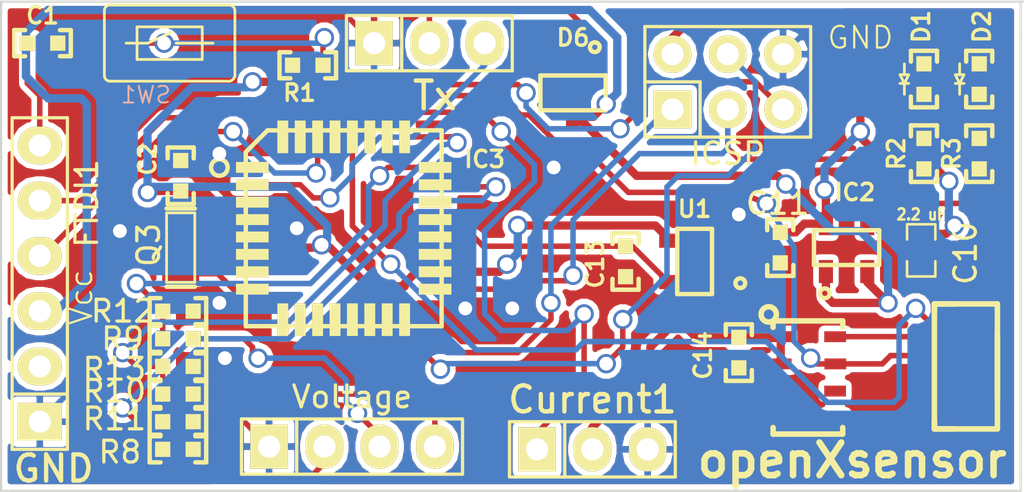
<source format=kicad_pcb>
(kicad_pcb (version 4) (host pcbnew "(2015-01-12 BZR 5366)-product")

  (general
    (links 76)
    (no_connects 0)
    (area 116.757667 98.425 167.182001 121.83745)
    (thickness 1.6)
    (drawings 14)
    (tracks 451)
    (zones 0)
    (modules 30)
    (nets 27)
  )

  (page A4)
  (layers
    (0 F.Cu signal)
    (31 B.Cu signal)
    (32 B.Adhes user)
    (33 F.Adhes user)
    (34 B.Paste user)
    (35 F.Paste user)
    (36 B.SilkS user)
    (37 F.SilkS user)
    (38 B.Mask user)
    (39 F.Mask user)
    (44 Edge.Cuts user)
  )

  (setup
    (last_trace_width 0.254)
    (trace_clearance 0.254)
    (zone_clearance 0.254)
    (zone_45_only no)
    (trace_min 0.254)
    (segment_width 0.2)
    (edge_width 0.1)
    (via_size 0.889)
    (via_drill 0.635)
    (via_min_size 0.889)
    (via_min_drill 0.508)
    (uvia_size 0.508)
    (uvia_drill 0.127)
    (uvias_allowed no)
    (uvia_min_size 0.508)
    (uvia_min_drill 0.127)
    (pcb_text_width 0.3)
    (pcb_text_size 1.5 1.5)
    (mod_edge_width 0.15)
    (mod_text_size 1 1)
    (mod_text_width 0.15)
    (pad_size 1.06 0.65)
    (pad_drill 0)
    (pad_to_mask_clearance 0)
    (aux_axis_origin 0 0)
    (grid_origin 136.525 104.775)
    (visible_elements FFFFFF7F)
    (pcbplotparams
      (layerselection 0x010f0_80000001)
      (usegerberextensions true)
      (excludeedgelayer true)
      (linewidth 0.100000)
      (plotframeref false)
      (viasonmask false)
      (mode 1)
      (useauxorigin false)
      (hpglpennumber 1)
      (hpglpenspeed 20)
      (hpglpendiameter 15)
      (hpglpenoverlay 2)
      (psnegative false)
      (psa4output false)
      (plotreference true)
      (plotvalue true)
      (plotinvisibletext false)
      (padsonsilk false)
      (subtractmaskfromsilk false)
      (outputformat 1)
      (mirror false)
      (drillshape 0)
      (scaleselection 1)
      (outputdirectory ""))
  )

  (net 0 "")
  (net 1 RESET)
  (net 2 GND)
  (net 3 +BATT)
  (net 4 +3.3V)
  (net 5 Vref)
  (net 6 MISO)
  (net 7 SCK)
  (net 8 MOSI)
  (net 9 "Net-(D1-Pad1)")
  (net 10 "Net-(D2-Pad1)")
  (net 11 A0)
  (net 12 A1)
  (net 13 A2)
  (net 14 TX_out)
  (net 15 A3)
  (net 16 SDA)
  (net 17 SCL)
  (net 18 V1S)
  (net 19 V2S)
  (net 20 V3S)
  (net 21 "Net-(IC3-Pad7)")
  (net 22 "Net-(IC3-Pad8)")
  (net 23 "Net-(D6-Pad1)")
  (net 24 DTR)
  (net 25 RX0)
  (net 26 TXI)

  (net_class Default "This is the default net class."
    (clearance 0.254)
    (trace_width 0.254)
    (via_dia 0.889)
    (via_drill 0.635)
    (uvia_dia 0.508)
    (uvia_drill 0.127)
    (add_net A0)
    (add_net A1)
    (add_net A2)
    (add_net A3)
    (add_net DTR)
    (add_net GND)
    (add_net MISO)
    (add_net MOSI)
    (add_net "Net-(D1-Pad1)")
    (add_net "Net-(D2-Pad1)")
    (add_net "Net-(D6-Pad1)")
    (add_net "Net-(IC3-Pad7)")
    (add_net "Net-(IC3-Pad8)")
    (add_net RESET)
    (add_net RX0)
    (add_net SCK)
    (add_net SCL)
    (add_net SDA)
    (add_net TXI)
    (add_net TX_out)
    (add_net V1S)
    (add_net V2S)
    (add_net V3S)
    (add_net Vref)
  )

  (net_class V ""
    (clearance 0.254)
    (trace_width 0.381)
    (via_dia 0.889)
    (via_drill 0.635)
    (uvia_dia 0.508)
    (uvia_drill 0.127)
    (add_net +3.3V)
    (add_net +BATT)
  )

  (module Pin_Headers:Pin_Header_Straight_2x03 (layer F.Cu) (tedit 548F076B) (tstamp 5425C432)
    (at 153.543 102.489)
    (descr "Through hole pin header")
    (tags "pin header")
    (path /5426751B)
    (fp_text reference ICSP (at 0 3.302) (layer F.SilkS)
      (effects (font (size 1 1) (thickness 0.15)))
    )
    (fp_text value CONN_02X03 (at 0 0) (layer F.SilkS) hide
      (effects (font (size 1.27 1.27) (thickness 0.2032)))
    )
    (fp_line (start -3.81 0) (end -1.27 0) (layer F.SilkS) (width 0.15))
    (fp_line (start -1.27 0) (end -1.27 2.54) (layer F.SilkS) (width 0.15))
    (fp_line (start -3.81 2.54) (end 3.81 2.54) (layer F.SilkS) (width 0.15))
    (fp_line (start 3.81 2.54) (end 3.81 -2.54) (layer F.SilkS) (width 0.15))
    (fp_line (start 3.81 -2.54) (end -1.27 -2.54) (layer F.SilkS) (width 0.15))
    (fp_line (start -3.81 2.54) (end -3.81 0) (layer F.SilkS) (width 0.15))
    (fp_line (start -3.81 -2.54) (end -3.81 0) (layer F.SilkS) (width 0.15))
    (fp_line (start -1.27 -2.54) (end -3.81 -2.54) (layer F.SilkS) (width 0.15))
    (pad 1 thru_hole rect (at -2.54 1.27) (size 1.7272 1.7272) (drill 1.016) (layers *.Cu *.Mask F.SilkS)
      (net 6 MISO))
    (pad 2 thru_hole oval (at -2.54 -1.27) (size 1.7272 1.7272) (drill 1.016) (layers *.Cu *.Mask F.SilkS)
      (net 4 +3.3V))
    (pad 3 thru_hole oval (at 0 1.27) (size 1.7272 1.7272) (drill 1.016) (layers *.Cu *.Mask F.SilkS)
      (net 7 SCK))
    (pad 4 thru_hole oval (at 0 -1.27) (size 1.7272 1.7272) (drill 1.016) (layers *.Cu *.Mask F.SilkS)
      (net 8 MOSI))
    (pad 5 thru_hole oval (at 2.54 1.27) (size 1.7272 1.7272) (drill 1.016) (layers *.Cu *.Mask F.SilkS)
      (net 1 RESET))
    (pad 6 thru_hole oval (at 2.54 -1.27) (size 1.7272 1.7272) (drill 1.016) (layers *.Cu *.Mask F.SilkS)
      (net 2 GND))
    (model Pin_Headers/Pin_Header_Straight_2x03.wrl
      (at (xyz 0 0 0))
      (scale (xyz 1 1 1))
      (rotate (xyz 0 0 0))
    )
  )

  (module spark:SparkFun-TACTILE-SWITCH-1101NE (layer F.Cu) (tedit 548F069B) (tstamp 5426BCCD)
    (at 127.889 100.711)
    (descr "SPARKFUN SKU# COM-08229")
    (tags "SPARKFUN SKU# COM-08229")
    (path /53360A44)
    (attr smd)
    (fp_text reference SW1 (at -1.09474 2.37998) (layer B.SilkS)
      (effects (font (size 0.762 0.762) (thickness 0.0889)) (justify mirror))
    )
    (fp_text value SW_PUSH (at 3.81 2.54) (layer B.SilkS) hide
      (effects (font (size 0.5 0.5) (thickness 0.0889)) (justify mirror))
    )
    (fp_line (start -2.99974 -1.09982) (end -2.99974 1.09982) (layer F.SilkS) (width 0.127))
    (fp_line (start 2.99974 -1.09982) (end 2.99974 1.09982) (layer F.SilkS) (width 0.127))
    (fp_line (start -2.74828 -1.74752) (end 2.74828 -1.74752) (layer F.SilkS) (width 0.127))
    (fp_line (start 2.64922 1.74752) (end -2.74828 1.74752) (layer F.SilkS) (width 0.127))
    (fp_line (start -2.99974 1.4986) (end -2.99974 1.09982) (layer F.SilkS) (width 0.127))
    (fp_line (start -2.99974 -1.09982) (end -2.99974 -1.4986) (layer F.SilkS) (width 0.127))
    (fp_line (start 2.99974 -1.09982) (end 2.99974 -1.4986) (layer F.SilkS) (width 0.127))
    (fp_line (start 2.99974 1.4986) (end 2.99974 1.09982) (layer F.SilkS) (width 0.127))
    (fp_line (start -1.4986 -0.7493) (end 1.4986 -0.7493) (layer F.SilkS) (width 0.127))
    (fp_line (start 1.4986 0.7493) (end -1.4986 0.7493) (layer F.SilkS) (width 0.127))
    (fp_line (start -1.4986 0.7493) (end -1.4986 -0.7493) (layer F.SilkS) (width 0.127))
    (fp_line (start 1.4986 0.7493) (end 1.4986 -0.7493) (layer F.SilkS) (width 0.127))
    (fp_line (start -1.99898 0) (end -0.99822 0) (layer F.SilkS) (width 0.127))
    (fp_line (start -0.99822 0) (end 0.09906 -0.49784) (layer F.SilkS) (width 0.127))
    (fp_line (start 0.29972 0) (end 1.99898 0) (layer F.SilkS) (width 0.127))
    (fp_arc (start -2.74828 -1.4986) (end -2.99974 -1.4986) (angle 90) (layer F.SilkS) (width 0.127))
    (fp_arc (start 2.74828 -1.4986) (end 2.74828 -1.74752) (angle 90) (layer F.SilkS) (width 0.127))
    (fp_arc (start 2.69748 1.4478) (end 2.99974 1.4986) (angle 90) (layer F.SilkS) (width 0.127))
    (fp_arc (start -2.74828 1.4986) (end -2.74828 1.74752) (angle 90) (layer F.SilkS) (width 0.127))
    (pad 1 smd rect (at -3.1496 0) (size 2.2987 1.59766) (layers F.Cu F.Paste F.Mask)
      (net 1 RESET))
    (pad 2 smd rect (at 3.1496 0) (size 2.2987 1.59766) (layers F.Cu F.Paste F.Mask)
      (net 2 GND))
  )

  (module sot:SOT23 (layer F.Cu) (tedit 53453E91) (tstamp 5489D189)
    (at 146.431 102.997 270)
    (path /5453439D)
    (solder_paste_margin -0.0254)
    (attr smd)
    (fp_text reference D6 (at -2.54 0 360) (layer F.SilkS)
      (effects (font (size 0.762 0.762) (thickness 0.1524)))
    )
    (fp_text value DIODE (at 0 0 270) (layer F.SilkS) hide
      (effects (font (size 0.762 0.762) (thickness 0.1524)))
    )
    (fp_line (start -0.8 -1.5) (end -0.8 1.5) (layer F.SilkS) (width 0.2032))
    (fp_line (start -0.8 1.5) (end 0.8 1.5) (layer F.SilkS) (width 0.2032))
    (fp_line (start 0.8 1.5) (end 0.8 -1.5) (layer F.SilkS) (width 0.2032))
    (fp_line (start 0.8 -1.5) (end -0.8 -1.5) (layer F.SilkS) (width 0.2032))
    (fp_circle (center -2.1 -1) (end -2.2 -1.2) (layer F.SilkS) (width 0.2032))
    (pad 1 smd rect (at -1.1 -0.95 270) (size 1.06 0.65) (layers F.Cu F.Paste F.Mask)
      (net 23 "Net-(D6-Pad1)"))
    (pad 2 smd rect (at 1.1 0 270) (size 1.06 0.65) (layers F.Cu F.Paste F.Mask)
      (net 3 +BATT))
    (pad 1 smd rect (at -1.1 0.95 270) (size 1.06 0.65) (layers F.Cu F.Paste F.Mask)
      (net 23 "Net-(D6-Pad1)"))
  )

  (module "passive-smd:0603(1608m)" (layer F.Cu) (tedit 5335F399) (tstamp 53362F9E)
    (at 122.047 100.711 180)
    (path /53361347)
    (solder_paste_margin -0.0254)
    (attr smd)
    (fp_text reference C1 (at 0 1.27 180) (layer F.SilkS)
      (effects (font (size 0.762 0.762) (thickness 0.1524)))
    )
    (fp_text value "0.1 uF" (at 0 0 180) (layer F.SilkS) hide
      (effects (font (size 0.762 0.762) (thickness 0.1524)))
    )
    (fp_line (start -1.3 0.6) (end -1.3 -0.6) (layer F.SilkS) (width 0.2032))
    (fp_line (start -1.3 -0.6) (end -0.8 -0.6) (layer F.SilkS) (width 0.2032))
    (fp_line (start -1.3 0.6) (end -0.8 0.6) (layer F.SilkS) (width 0.2032))
    (fp_line (start 1.3 -0.6) (end 1.3 0.6) (layer F.SilkS) (width 0.2032))
    (fp_line (start 1.3 0.6) (end 0.8 0.6) (layer F.SilkS) (width 0.2032))
    (fp_line (start 1.3 -0.6) (end 0.8 -0.6) (layer F.SilkS) (width 0.2032))
    (pad 1 smd rect (at -0.7 0 180) (size 0.7 0.7) (layers F.Cu F.Paste F.SilkS F.Mask)
      (net 1 RESET))
    (pad 2 smd rect (at 0.7 0 180) (size 0.7 0.7) (layers F.Cu F.Paste F.SilkS F.Mask)
      (net 24 DTR))
  )

  (module "passive-smd:0603(1608m)" placed (layer F.Cu) (tedit 548F0677) (tstamp 53362F91)
    (at 128.397 106.807 90)
    (path /5331AF1D)
    (solder_paste_margin -0.0254)
    (attr smd)
    (fp_text reference C2 (at 0.762 -1.524 90) (layer F.SilkS)
      (effects (font (size 0.762 0.762) (thickness 0.1524)))
    )
    (fp_text value "0.1 uF" (at 0 0 90) (layer F.SilkS) hide
      (effects (font (size 0.762 0.762) (thickness 0.1524)))
    )
    (fp_line (start -1.3 0.6) (end -1.3 -0.6) (layer F.SilkS) (width 0.2032))
    (fp_line (start -1.3 -0.6) (end -0.8 -0.6) (layer F.SilkS) (width 0.2032))
    (fp_line (start -1.3 0.6) (end -0.8 0.6) (layer F.SilkS) (width 0.2032))
    (fp_line (start 1.3 -0.6) (end 1.3 0.6) (layer F.SilkS) (width 0.2032))
    (fp_line (start 1.3 0.6) (end 0.8 0.6) (layer F.SilkS) (width 0.2032))
    (fp_line (start 1.3 -0.6) (end 0.8 -0.6) (layer F.SilkS) (width 0.2032))
    (pad 1 smd rect (at -0.7 0 90) (size 0.7 0.7) (layers F.Cu F.Paste F.SilkS F.Mask)
      (net 4 +3.3V))
    (pad 2 smd rect (at 0.7 0 90) (size 0.7 0.7) (layers F.Cu F.Paste F.SilkS F.Mask)
      (net 2 GND))
  )

  (module "passive-smd:0603(1608m)" placed (layer F.Cu) (tedit 548F07AD) (tstamp 53362EF0)
    (at 155.956 110.109 90)
    (path /53334215)
    (solder_paste_margin -0.0254)
    (attr smd)
    (fp_text reference C11 (at 2.032 -0.127 180) (layer F.SilkS)
      (effects (font (size 1 1) (thickness 0.15)))
    )
    (fp_text value "0.1 Uf" (at 0 0 90) (layer F.SilkS) hide
      (effects (font (size 0.762 0.762) (thickness 0.1524)))
    )
    (fp_line (start -1.3 0.6) (end -1.3 -0.6) (layer F.SilkS) (width 0.2032))
    (fp_line (start -1.3 -0.6) (end -0.8 -0.6) (layer F.SilkS) (width 0.2032))
    (fp_line (start -1.3 0.6) (end -0.8 0.6) (layer F.SilkS) (width 0.2032))
    (fp_line (start 1.3 -0.6) (end 1.3 0.6) (layer F.SilkS) (width 0.2032))
    (fp_line (start 1.3 0.6) (end 0.8 0.6) (layer F.SilkS) (width 0.2032))
    (fp_line (start 1.3 -0.6) (end 0.8 -0.6) (layer F.SilkS) (width 0.2032))
    (pad 1 smd rect (at -0.7 0 90) (size 0.7 0.7) (layers F.Cu F.Paste F.SilkS F.Mask)
      (net 2 GND))
    (pad 2 smd rect (at 0.7 0 90) (size 0.7 0.7) (layers F.Cu F.Paste F.SilkS F.Mask)
      (net 4 +3.3V))
  )

  (module "passive-smd:0603(1608m)" placed (layer F.Cu) (tedit 5426BE25) (tstamp 53362FC5)
    (at 148.844 110.744 90)
    (path /5333485F)
    (solder_paste_margin -0.0254)
    (attr smd)
    (fp_text reference C13 (at -0.127 -1.397 90) (layer F.SilkS)
      (effects (font (size 0.762 0.762) (thickness 0.1524)))
    )
    (fp_text value "0.1 uF" (at 0 0 90) (layer F.SilkS) hide
      (effects (font (size 0.762 0.762) (thickness 0.1524)))
    )
    (fp_line (start -1.3 0.6) (end -1.3 -0.6) (layer F.SilkS) (width 0.2032))
    (fp_line (start -1.3 -0.6) (end -0.8 -0.6) (layer F.SilkS) (width 0.2032))
    (fp_line (start -1.3 0.6) (end -0.8 0.6) (layer F.SilkS) (width 0.2032))
    (fp_line (start 1.3 -0.6) (end 1.3 0.6) (layer F.SilkS) (width 0.2032))
    (fp_line (start 1.3 0.6) (end 0.8 0.6) (layer F.SilkS) (width 0.2032))
    (fp_line (start 1.3 -0.6) (end 0.8 -0.6) (layer F.SilkS) (width 0.2032))
    (pad 1 smd rect (at -0.7 0 90) (size 0.7 0.7) (layers F.Cu F.Paste F.SilkS F.Mask)
      (net 2 GND))
    (pad 2 smd rect (at 0.7 0 90) (size 0.7 0.7) (layers F.Cu F.Paste F.SilkS F.Mask)
      (net 5 Vref))
  )

  (module "passive-smd:0603(1608m)" placed (layer F.Cu) (tedit 5426BE44) (tstamp 53362EBB)
    (at 154.051 114.935 90)
    (path /533441FF)
    (solder_paste_margin -0.0254)
    (attr smd)
    (fp_text reference C14 (at -0.127 -1.651 270) (layer F.SilkS)
      (effects (font (size 0.762 0.762) (thickness 0.1524)))
    )
    (fp_text value "0.1 uF" (at 0 0 90) (layer F.SilkS) hide
      (effects (font (size 0.762 0.762) (thickness 0.1524)))
    )
    (fp_line (start -1.3 0.6) (end -1.3 -0.6) (layer F.SilkS) (width 0.2032))
    (fp_line (start -1.3 -0.6) (end -0.8 -0.6) (layer F.SilkS) (width 0.2032))
    (fp_line (start -1.3 0.6) (end -0.8 0.6) (layer F.SilkS) (width 0.2032))
    (fp_line (start 1.3 -0.6) (end 1.3 0.6) (layer F.SilkS) (width 0.2032))
    (fp_line (start 1.3 0.6) (end 0.8 0.6) (layer F.SilkS) (width 0.2032))
    (fp_line (start 1.3 -0.6) (end 0.8 -0.6) (layer F.SilkS) (width 0.2032))
    (pad 1 smd rect (at -0.7 0 90) (size 0.7 0.7) (layers F.Cu F.Paste F.SilkS F.Mask)
      (net 2 GND))
    (pad 2 smd rect (at 0.7 0 90) (size 0.7 0.7) (layers F.Cu F.Paste F.SilkS F.Mask)
      (net 4 +3.3V))
  )

  (module "led:0603(1608m)-SM-LED" (layer F.Cu) (tedit 548F0733) (tstamp 53362EAE)
    (at 162.56 102.362 90)
    (path /5331CA1F)
    (solder_paste_margin -0.0254)
    (attr smd)
    (fp_text reference D1 (at 2.413 -0.127 90) (layer F.SilkS)
      (effects (font (size 0.762 0.762) (thickness 0.1524)))
    )
    (fp_text value LED (at 0 0 90) (layer F.SilkS) hide
      (effects (font (size 0.762 0.762) (thickness 0.1524)))
    )
    (fp_line (start -0.2 -0.9) (end -0.7 -0.9) (layer F.SilkS) (width 0.127))
    (fp_line (start 0.2 -0.9) (end 0.7 -0.9) (layer F.SilkS) (width 0.127))
    (fp_line (start -0.2 -0.9) (end 0.2 -1.1) (layer F.SilkS) (width 0.127))
    (fp_line (start 0.2 -1.1) (end 0.2 -0.7) (layer F.SilkS) (width 0.127))
    (fp_line (start 0.2 -0.7) (end -0.2 -0.9) (layer F.SilkS) (width 0.127))
    (fp_line (start -0.2 -0.7) (end -0.2 -1.1) (layer F.SilkS) (width 0.127))
    (fp_line (start -1.3 0.6) (end -1.3 -0.6) (layer F.SilkS) (width 0.2))
    (fp_line (start -1.3 -0.6) (end -0.8 -0.6) (layer F.SilkS) (width 0.2))
    (fp_line (start -1.3 0.6) (end -0.8 0.6) (layer F.SilkS) (width 0.2))
    (fp_line (start 1.3 -0.6) (end 1.3 0.6) (layer F.SilkS) (width 0.2))
    (fp_line (start 1.3 0.6) (end 0.8 0.6) (layer F.SilkS) (width 0.2))
    (fp_line (start 1.3 -0.6) (end 0.8 -0.6) (layer F.SilkS) (width 0.2))
    (pad 1 smd rect (at -0.7 0 90) (size 0.7 0.7) (layers F.Cu F.Paste F.SilkS F.Mask)
      (net 9 "Net-(D1-Pad1)"))
    (pad 2 smd rect (at 0.7 0 90) (size 0.7 0.7) (layers F.Cu F.Paste F.SilkS F.Mask)
      (net 2 GND))
  )

  (module "led:0603(1608m)-SM-LED" (layer F.Cu) (tedit 548F0730) (tstamp 53362E9B)
    (at 165.1 102.362 90)
    (path /5331A409)
    (solder_paste_margin -0.0254)
    (attr smd)
    (fp_text reference D2 (at 2.413 0.127 90) (layer F.SilkS)
      (effects (font (size 0.762 0.762) (thickness 0.1524)))
    )
    (fp_text value LED (at 0 0 90) (layer F.SilkS) hide
      (effects (font (size 0.762 0.762) (thickness 0.1524)))
    )
    (fp_line (start -0.2 -0.9) (end -0.7 -0.9) (layer F.SilkS) (width 0.127))
    (fp_line (start 0.2 -0.9) (end 0.7 -0.9) (layer F.SilkS) (width 0.127))
    (fp_line (start -0.2 -0.9) (end 0.2 -1.1) (layer F.SilkS) (width 0.127))
    (fp_line (start 0.2 -1.1) (end 0.2 -0.7) (layer F.SilkS) (width 0.127))
    (fp_line (start 0.2 -0.7) (end -0.2 -0.9) (layer F.SilkS) (width 0.127))
    (fp_line (start -0.2 -0.7) (end -0.2 -1.1) (layer F.SilkS) (width 0.127))
    (fp_line (start -1.3 0.6) (end -1.3 -0.6) (layer F.SilkS) (width 0.2))
    (fp_line (start -1.3 -0.6) (end -0.8 -0.6) (layer F.SilkS) (width 0.2))
    (fp_line (start -1.3 0.6) (end -0.8 0.6) (layer F.SilkS) (width 0.2))
    (fp_line (start 1.3 -0.6) (end 1.3 0.6) (layer F.SilkS) (width 0.2))
    (fp_line (start 1.3 0.6) (end 0.8 0.6) (layer F.SilkS) (width 0.2))
    (fp_line (start 1.3 -0.6) (end 0.8 -0.6) (layer F.SilkS) (width 0.2))
    (pad 1 smd rect (at -0.7 0 90) (size 0.7 0.7) (layers F.Cu F.Paste F.SilkS F.Mask)
      (net 10 "Net-(D2-Pad1)"))
    (pad 2 smd rect (at 0.7 0 90) (size 0.7 0.7) (layers F.Cu F.Paste F.SilkS F.Mask)
      (net 2 GND))
  )

  (module sot:SOT23-5 (layer F.Cu) (tedit 548F07B0) (tstamp 53362E43)
    (at 159.004 110.109 90)
    (path /5331BCEB)
    (solder_paste_margin -0.0254)
    (attr smd)
    (fp_text reference IC2 (at 2.54 0.381 180) (layer F.SilkS)
      (effects (font (size 0.762 0.762) (thickness 0.1524)))
    )
    (fp_text value MIC5205-33V (at 0 0 90) (layer F.SilkS) hide
      (effects (font (size 0.762 0.762) (thickness 0.1524)))
    )
    (fp_line (start -0.8 -1.5) (end -0.8 1.5) (layer F.SilkS) (width 0.2032))
    (fp_line (start -0.8 1.5) (end 0.8 1.5) (layer F.SilkS) (width 0.2032))
    (fp_line (start 0.8 1.5) (end 0.8 -1.5) (layer F.SilkS) (width 0.2032))
    (fp_line (start 0.8 -1.5) (end -0.8 -1.5) (layer F.SilkS) (width 0.2032))
    (fp_circle (center -2.1 -1) (end -2.2 -1.2) (layer F.SilkS) (width 0.2032))
    (pad 1 smd rect (at -1.1 -0.95 90) (size 1.06 0.65) (layers F.Cu F.Paste F.Mask)
      (net 3 +BATT))
    (pad 2 smd rect (at -1.1 0 90) (size 1.06 0.65) (layers F.Cu F.Paste F.Mask)
      (net 2 GND))
    (pad 3 smd rect (at -1.1 0.95 90) (size 1.06 0.65) (layers F.Cu F.Paste F.Mask)
      (net 3 +BATT))
    (pad 4 smd rect (at 1.1 0.95 90) (size 1.06 0.65) (layers F.Cu F.Paste F.Mask))
    (pad 5 smd rect (at 1.1 -0.95 90) (size 1.06 0.65) (layers F.Cu F.Paste F.Mask)
      (net 4 +3.3V))
  )

  (module qfp:TQFP32_P0.8mm (layer F.Cu) (tedit 548F07DB) (tstamp 53362E34)
    (at 135.89 109.22)
    (tags "QFP TQFP 32")
    (path /53312DCE)
    (solder_paste_margin -0.127)
    (fp_text reference IC3 (at 6.477 -3.175) (layer F.SilkS)
      (effects (font (size 0.762 0.762) (thickness 0.1524)))
    )
    (fp_text value ATMEGA328-A (at 0 0) (layer F.SilkS) hide
      (effects (font (size 0.762 0.762) (thickness 0.1524)))
    )
    (fp_circle (center -5.715 -2.794) (end -5.334 -2.794) (layer F.SilkS) (width 0.2032))
    (fp_line (start -4.50088 -3.50012) (end -3.50012 -4.50088) (layer F.SilkS) (width 0.2032))
    (fp_line (start -3.50012 -4.50088) (end 4.50088 -4.50088) (layer F.SilkS) (width 0.2032))
    (fp_line (start 4.50088 -4.50088) (end 4.50088 4.50088) (layer F.SilkS) (width 0.2032))
    (fp_line (start 4.50088 4.50088) (end -4.50088 4.50088) (layer F.SilkS) (width 0.2032))
    (fp_line (start -4.50088 4.50088) (end -4.50088 -3.50012) (layer F.SilkS) (width 0.2032))
    (pad 1 smd rect (at -4.20116 -2.79908) (size 1.50114 0.50038) (layers F.Cu F.Paste F.SilkS F.Mask))
    (pad 2 smd rect (at -4.20116 -1.99898) (size 1.50114 0.50038) (layers F.Cu F.Paste F.SilkS F.Mask)
      (net 14 TX_out))
    (pad 3 smd rect (at -4.20116 -1.19888) (size 1.50114 0.50038) (layers F.Cu F.Paste F.SilkS F.Mask)
      (net 2 GND))
    (pad 4 smd rect (at -4.20116 -0.39878) (size 1.50114 0.50038) (layers F.Cu F.Paste F.SilkS F.Mask)
      (net 4 +3.3V))
    (pad 5 smd rect (at -4.20116 0.39878) (size 1.50114 0.50038) (layers F.Cu F.Paste F.SilkS F.Mask)
      (net 2 GND))
    (pad 6 smd rect (at -4.20116 1.19888) (size 1.50114 0.50038) (layers F.Cu F.Paste F.SilkS F.Mask)
      (net 4 +3.3V))
    (pad 7 smd rect (at -4.20116 1.99898) (size 1.50114 0.50038) (layers F.Cu F.Paste F.SilkS F.Mask)
      (net 21 "Net-(IC3-Pad7)"))
    (pad 8 smd rect (at -4.20116 2.79908) (size 1.50114 0.50038) (layers F.Cu F.Paste F.SilkS F.Mask)
      (net 22 "Net-(IC3-Pad8)"))
    (pad 9 smd rect (at -2.79908 4.20116 90) (size 1.50114 0.50038) (layers F.Cu F.Paste F.SilkS F.Mask))
    (pad 10 smd rect (at -1.99898 4.20116 90) (size 1.50114 0.50038) (layers F.Cu F.Paste F.SilkS F.Mask))
    (pad 11 smd rect (at -1.19888 4.20116 90) (size 1.50114 0.50038) (layers F.Cu F.Paste F.SilkS F.Mask))
    (pad 12 smd rect (at -0.39878 4.20116 90) (size 1.50114 0.50038) (layers F.Cu F.Paste F.SilkS F.Mask))
    (pad 13 smd rect (at 0.39878 4.20116 90) (size 1.50114 0.50038) (layers F.Cu F.Paste F.SilkS F.Mask))
    (pad 14 smd rect (at 1.19888 4.20116 90) (size 1.50114 0.50038) (layers F.Cu F.Paste F.SilkS F.Mask))
    (pad 15 smd rect (at 1.99898 4.20116 90) (size 1.50114 0.50038) (layers F.Cu F.Paste F.SilkS F.Mask)
      (net 8 MOSI))
    (pad 16 smd rect (at 2.79908 4.20116 90) (size 1.50114 0.50038) (layers F.Cu F.Paste F.SilkS F.Mask)
      (net 6 MISO))
    (pad 17 smd rect (at 4.20116 2.79908 180) (size 1.50114 0.50038) (layers F.Cu F.Paste F.SilkS F.Mask)
      (net 7 SCK))
    (pad 18 smd rect (at 4.20116 1.99898 180) (size 1.50114 0.50038) (layers F.Cu F.Paste F.SilkS F.Mask)
      (net 4 +3.3V))
    (pad 19 smd rect (at 4.20116 1.19888 180) (size 1.50114 0.50038) (layers F.Cu F.Paste F.SilkS F.Mask))
    (pad 20 smd rect (at 4.20116 0.39878 180) (size 1.50114 0.50038) (layers F.Cu F.Paste F.SilkS F.Mask)
      (net 5 Vref))
    (pad 21 smd rect (at 4.20116 -0.39878 180) (size 1.50114 0.50038) (layers F.Cu F.Paste F.SilkS F.Mask)
      (net 2 GND))
    (pad 22 smd rect (at 4.20116 -1.19888 180) (size 1.50114 0.50038) (layers F.Cu F.Paste F.SilkS F.Mask))
    (pad 23 smd rect (at 4.20116 -1.99898 180) (size 1.50114 0.50038) (layers F.Cu F.Paste F.SilkS F.Mask)
      (net 11 A0))
    (pad 24 smd rect (at 4.20116 -2.79908 180) (size 1.50114 0.50038) (layers F.Cu F.Paste F.SilkS F.Mask)
      (net 12 A1))
    (pad 25 smd rect (at 2.79908 -4.20116 270) (size 1.50114 0.50038) (layers F.Cu F.Paste F.SilkS F.Mask)
      (net 13 A2))
    (pad 26 smd rect (at 1.99898 -4.20116 270) (size 1.50114 0.50038) (layers F.Cu F.Paste F.SilkS F.Mask)
      (net 15 A3))
    (pad 27 smd rect (at 1.19888 -4.20116 270) (size 1.50114 0.50038) (layers F.Cu F.Paste F.SilkS F.Mask)
      (net 16 SDA))
    (pad 28 smd rect (at 0.39878 -4.20116 270) (size 1.50114 0.50038) (layers F.Cu F.Paste F.SilkS F.Mask)
      (net 17 SCL))
    (pad 29 smd rect (at -0.39878 -4.20116 270) (size 1.50114 0.50038) (layers F.Cu F.Paste F.SilkS F.Mask)
      (net 1 RESET))
    (pad 30 smd rect (at -1.19888 -4.20116 270) (size 1.50114 0.50038) (layers F.Cu F.Paste F.SilkS F.Mask)
      (net 25 RX0))
    (pad 31 smd rect (at -1.99898 -4.20116 270) (size 1.50114 0.50038) (layers F.Cu F.Paste F.SilkS F.Mask)
      (net 26 TXI))
    (pad 32 smd rect (at -2.79908 -4.20116 270) (size 1.50114 0.50038) (layers F.Cu F.Paste F.SilkS F.Mask))
  )

  (module "passive-smd:0603(1608m)" placed (layer F.Cu) (tedit 53453DC2) (tstamp 5336315D)
    (at 134.239 101.727)
    (path /53361113)
    (solder_paste_margin -0.0254)
    (attr smd)
    (fp_text reference R1 (at -0.381 1.27) (layer F.SilkS)
      (effects (font (size 0.762 0.762) (thickness 0.1524)))
    )
    (fp_text value 10K (at 0 0) (layer F.SilkS) hide
      (effects (font (size 0.762 0.762) (thickness 0.1524)))
    )
    (fp_line (start -1.3 0.6) (end -1.3 -0.6) (layer F.SilkS) (width 0.2032))
    (fp_line (start -1.3 -0.6) (end -0.8 -0.6) (layer F.SilkS) (width 0.2032))
    (fp_line (start -1.3 0.6) (end -0.8 0.6) (layer F.SilkS) (width 0.2032))
    (fp_line (start 1.3 -0.6) (end 1.3 0.6) (layer F.SilkS) (width 0.2032))
    (fp_line (start 1.3 0.6) (end 0.8 0.6) (layer F.SilkS) (width 0.2032))
    (fp_line (start 1.3 -0.6) (end 0.8 -0.6) (layer F.SilkS) (width 0.2032))
    (pad 1 smd rect (at -0.7 0) (size 0.7 0.7) (layers F.Cu F.Paste F.SilkS F.Mask)
      (net 4 +3.3V))
    (pad 2 smd rect (at 0.7 0) (size 0.7 0.7) (layers F.Cu F.Paste F.SilkS F.Mask)
      (net 1 RESET))
  )

  (module "passive-smd:0603(1608m)" placed (layer F.Cu) (tedit 5335F399) (tstamp 53363150)
    (at 162.56 105.791 270)
    (path /5331CA02)
    (solder_paste_margin -0.0254)
    (attr smd)
    (fp_text reference R2 (at 0 1.27 270) (layer F.SilkS)
      (effects (font (size 0.762 0.762) (thickness 0.1524)))
    )
    (fp_text value 10k (at 0 0 270) (layer F.SilkS) hide
      (effects (font (size 0.762 0.762) (thickness 0.1524)))
    )
    (fp_line (start -1.3 0.6) (end -1.3 -0.6) (layer F.SilkS) (width 0.2032))
    (fp_line (start -1.3 -0.6) (end -0.8 -0.6) (layer F.SilkS) (width 0.2032))
    (fp_line (start -1.3 0.6) (end -0.8 0.6) (layer F.SilkS) (width 0.2032))
    (fp_line (start 1.3 -0.6) (end 1.3 0.6) (layer F.SilkS) (width 0.2032))
    (fp_line (start 1.3 0.6) (end 0.8 0.6) (layer F.SilkS) (width 0.2032))
    (fp_line (start 1.3 -0.6) (end 0.8 -0.6) (layer F.SilkS) (width 0.2032))
    (pad 1 smd rect (at -0.7 0 270) (size 0.7 0.7) (layers F.Cu F.Paste F.SilkS F.Mask)
      (net 9 "Net-(D1-Pad1)"))
    (pad 2 smd rect (at 0.7 0 270) (size 0.7 0.7) (layers F.Cu F.Paste F.SilkS F.Mask)
      (net 4 +3.3V))
  )

  (module "passive-smd:0603(1608m)" placed (layer F.Cu) (tedit 5335F399) (tstamp 53363143)
    (at 165.1 105.791 270)
    (path /5331A3F5)
    (solder_paste_margin -0.0254)
    (attr smd)
    (fp_text reference R3 (at 0 1.27 270) (layer F.SilkS)
      (effects (font (size 0.762 0.762) (thickness 0.1524)))
    )
    (fp_text value 330 (at 0 0 270) (layer F.SilkS) hide
      (effects (font (size 0.762 0.762) (thickness 0.1524)))
    )
    (fp_line (start -1.3 0.6) (end -1.3 -0.6) (layer F.SilkS) (width 0.2032))
    (fp_line (start -1.3 -0.6) (end -0.8 -0.6) (layer F.SilkS) (width 0.2032))
    (fp_line (start -1.3 0.6) (end -0.8 0.6) (layer F.SilkS) (width 0.2032))
    (fp_line (start 1.3 -0.6) (end 1.3 0.6) (layer F.SilkS) (width 0.2032))
    (fp_line (start 1.3 0.6) (end 0.8 0.6) (layer F.SilkS) (width 0.2032))
    (fp_line (start 1.3 -0.6) (end 0.8 -0.6) (layer F.SilkS) (width 0.2032))
    (pad 1 smd rect (at -0.7 0 270) (size 0.7 0.7) (layers F.Cu F.Paste F.SilkS F.Mask)
      (net 10 "Net-(D2-Pad1)"))
    (pad 2 smd rect (at 0.7 0 270) (size 0.7 0.7) (layers F.Cu F.Paste F.SilkS F.Mask)
      (net 7 SCK))
  )

  (module "passive-smd:0603(1608m)" placed (layer F.Cu) (tedit 548F06CF) (tstamp 533FFCF4)
    (at 128.27 119.38 180)
    (path /53335644)
    (solder_paste_margin -0.0254)
    (attr smd)
    (fp_text reference R8 (at 2.667 -0.127 180) (layer F.SilkS)
      (effects (font (size 1 1) (thickness 0.15)))
    )
    (fp_text value R (at 0 0 180) (layer F.SilkS) hide
      (effects (font (size 0.762 0.762) (thickness 0.1524)))
    )
    (fp_line (start -1.3 0.6) (end -1.3 -0.6) (layer F.SilkS) (width 0.2032))
    (fp_line (start -1.3 -0.6) (end -0.8 -0.6) (layer F.SilkS) (width 0.2032))
    (fp_line (start -1.3 0.6) (end -0.8 0.6) (layer F.SilkS) (width 0.2032))
    (fp_line (start 1.3 -0.6) (end 1.3 0.6) (layer F.SilkS) (width 0.2032))
    (fp_line (start 1.3 0.6) (end 0.8 0.6) (layer F.SilkS) (width 0.2032))
    (fp_line (start 1.3 -0.6) (end 0.8 -0.6) (layer F.SilkS) (width 0.2032))
    (pad 1 smd rect (at -0.7 0 180) (size 0.7 0.7) (layers F.Cu F.Paste F.SilkS F.Mask)
      (net 18 V1S))
    (pad 2 smd rect (at 0.7 0 180) (size 0.7 0.7) (layers F.Cu F.Paste F.SilkS F.Mask)
      (net 11 A0))
  )

  (module "passive-smd:0603(1608m)" placed (layer F.Cu) (tedit 5489C79D) (tstamp 533630F5)
    (at 128.27 114.3 180)
    (path /53335176)
    (solder_paste_margin -0.0254)
    (attr smd)
    (fp_text reference R9 (at 2.54 0 360) (layer F.SilkS)
      (effects (font (size 1 1) (thickness 0.15)))
    )
    (fp_text value R (at 0 0 180) (layer F.SilkS) hide
      (effects (font (size 0.762 0.762) (thickness 0.1524)))
    )
    (fp_line (start -1.3 0.6) (end -1.3 -0.6) (layer F.SilkS) (width 0.2032))
    (fp_line (start -1.3 -0.6) (end -0.8 -0.6) (layer F.SilkS) (width 0.2032))
    (fp_line (start -1.3 0.6) (end -0.8 0.6) (layer F.SilkS) (width 0.2032))
    (fp_line (start 1.3 -0.6) (end 1.3 0.6) (layer F.SilkS) (width 0.2032))
    (fp_line (start 1.3 0.6) (end 0.8 0.6) (layer F.SilkS) (width 0.2032))
    (fp_line (start 1.3 -0.6) (end 0.8 -0.6) (layer F.SilkS) (width 0.2032))
    (pad 1 smd rect (at -0.7 0 180) (size 0.7 0.7) (layers F.Cu F.Paste F.SilkS F.Mask)
      (net 19 V2S))
    (pad 2 smd rect (at 0.7 0 180) (size 0.7 0.7) (layers F.Cu F.Paste F.SilkS F.Mask)
      (net 12 A1))
  )

  (module "passive-smd:0603(1608m)" placed (layer F.Cu) (tedit 548F06D6) (tstamp 533630E8)
    (at 128.27 116.84 180)
    (path /53335662)
    (solder_paste_margin -0.0254)
    (attr smd)
    (fp_text reference R10 (at 2.921 0.127 180) (layer F.SilkS)
      (effects (font (size 1 1) (thickness 0.15)))
    )
    (fp_text value R (at 0 0 180) (layer F.SilkS) hide
      (effects (font (size 0.762 0.762) (thickness 0.1524)))
    )
    (fp_line (start -1.3 0.6) (end -1.3 -0.6) (layer F.SilkS) (width 0.2032))
    (fp_line (start -1.3 -0.6) (end -0.8 -0.6) (layer F.SilkS) (width 0.2032))
    (fp_line (start -1.3 0.6) (end -0.8 0.6) (layer F.SilkS) (width 0.2032))
    (fp_line (start 1.3 -0.6) (end 1.3 0.6) (layer F.SilkS) (width 0.2032))
    (fp_line (start 1.3 0.6) (end 0.8 0.6) (layer F.SilkS) (width 0.2032))
    (fp_line (start 1.3 -0.6) (end 0.8 -0.6) (layer F.SilkS) (width 0.2032))
    (pad 1 smd rect (at -0.7 0 180) (size 0.7 0.7) (layers F.Cu F.Paste F.SilkS F.Mask)
      (net 20 V3S))
    (pad 2 smd rect (at 0.7 0 180) (size 0.7 0.7) (layers F.Cu F.Paste F.SilkS F.Mask)
      (net 13 A2))
  )

  (module "passive-smd:0603(1608m)" placed (layer F.Cu) (tedit 548F06D3) (tstamp 533630DB)
    (at 128.27 118.11)
    (path /53335650)
    (solder_paste_margin -0.0254)
    (attr smd)
    (fp_text reference R11 (at -2.921 -0.127) (layer F.SilkS)
      (effects (font (size 1 1) (thickness 0.15)))
    )
    (fp_text value R (at 0 0) (layer F.SilkS) hide
      (effects (font (size 0.762 0.762) (thickness 0.1524)))
    )
    (fp_line (start -1.3 0.6) (end -1.3 -0.6) (layer F.SilkS) (width 0.2032))
    (fp_line (start -1.3 -0.6) (end -0.8 -0.6) (layer F.SilkS) (width 0.2032))
    (fp_line (start -1.3 0.6) (end -0.8 0.6) (layer F.SilkS) (width 0.2032))
    (fp_line (start 1.3 -0.6) (end 1.3 0.6) (layer F.SilkS) (width 0.2032))
    (fp_line (start 1.3 0.6) (end 0.8 0.6) (layer F.SilkS) (width 0.2032))
    (fp_line (start 1.3 -0.6) (end 0.8 -0.6) (layer F.SilkS) (width 0.2032))
    (pad 1 smd rect (at -0.7 0) (size 0.7 0.7) (layers F.Cu F.Paste F.SilkS F.Mask)
      (net 11 A0))
    (pad 2 smd rect (at 0.7 0) (size 0.7 0.7) (layers F.Cu F.Paste F.SilkS F.Mask)
      (net 2 GND))
  )

  (module "passive-smd:0603(1608m)" placed (layer F.Cu) (tedit 5489C90B) (tstamp 533630CE)
    (at 128.27 113.03)
    (path /53335195)
    (solder_paste_margin -0.0254)
    (attr smd)
    (fp_text reference R12 (at -2.54 0) (layer F.SilkS)
      (effects (font (size 1 1) (thickness 0.15)))
    )
    (fp_text value R (at 0 0) (layer F.SilkS) hide
      (effects (font (size 0.762 0.762) (thickness 0.1524)))
    )
    (fp_line (start -1.3 0.6) (end -1.3 -0.6) (layer F.SilkS) (width 0.2032))
    (fp_line (start -1.3 -0.6) (end -0.8 -0.6) (layer F.SilkS) (width 0.2032))
    (fp_line (start -1.3 0.6) (end -0.8 0.6) (layer F.SilkS) (width 0.2032))
    (fp_line (start 1.3 -0.6) (end 1.3 0.6) (layer F.SilkS) (width 0.2032))
    (fp_line (start 1.3 0.6) (end 0.8 0.6) (layer F.SilkS) (width 0.2032))
    (fp_line (start 1.3 -0.6) (end 0.8 -0.6) (layer F.SilkS) (width 0.2032))
    (pad 1 smd rect (at -0.7 0) (size 0.7 0.7) (layers F.Cu F.Paste F.SilkS F.Mask)
      (net 12 A1))
    (pad 2 smd rect (at 0.7 0) (size 0.7 0.7) (layers F.Cu F.Paste F.SilkS F.Mask)
      (net 2 GND))
  )

  (module "passive-smd:0603(1608m)" placed (layer F.Cu) (tedit 548F06D9) (tstamp 5336319A)
    (at 128.27 115.57)
    (path /5333566E)
    (solder_paste_margin -0.0254)
    (attr smd)
    (fp_text reference R13 (at -2.921 0.127) (layer F.SilkS)
      (effects (font (size 1 1) (thickness 0.15)))
    )
    (fp_text value R (at 0 0) (layer F.SilkS) hide
      (effects (font (size 0.762 0.762) (thickness 0.1524)))
    )
    (fp_line (start -1.3 0.6) (end -1.3 -0.6) (layer F.SilkS) (width 0.2032))
    (fp_line (start -1.3 -0.6) (end -0.8 -0.6) (layer F.SilkS) (width 0.2032))
    (fp_line (start -1.3 0.6) (end -0.8 0.6) (layer F.SilkS) (width 0.2032))
    (fp_line (start 1.3 -0.6) (end 1.3 0.6) (layer F.SilkS) (width 0.2032))
    (fp_line (start 1.3 0.6) (end 0.8 0.6) (layer F.SilkS) (width 0.2032))
    (fp_line (start 1.3 -0.6) (end 0.8 -0.6) (layer F.SilkS) (width 0.2032))
    (pad 1 smd rect (at -0.7 0) (size 0.7 0.7) (layers F.Cu F.Paste F.SilkS F.Mask)
      (net 13 A2))
    (pad 2 smd rect (at 0.7 0) (size 0.7 0.7) (layers F.Cu F.Paste F.SilkS F.Mask)
      (net 2 GND))
  )

  (module sot:SOT23-5 (layer F.Cu) (tedit 5426BE2A) (tstamp 53363058)
    (at 152.019 110.744 180)
    (path /5333404B)
    (solder_paste_margin -0.0254)
    (attr smd)
    (fp_text reference U1 (at 0 2.413 180) (layer F.SilkS)
      (effects (font (size 0.762 0.762) (thickness 0.1524)))
    )
    (fp_text value LM4128-2.5VREF (at 0 0 180) (layer F.SilkS) hide
      (effects (font (size 0.762 0.762) (thickness 0.1524)))
    )
    (fp_line (start -0.8 -1.5) (end -0.8 1.5) (layer F.SilkS) (width 0.2032))
    (fp_line (start -0.8 1.5) (end 0.8 1.5) (layer F.SilkS) (width 0.2032))
    (fp_line (start 0.8 1.5) (end 0.8 -1.5) (layer F.SilkS) (width 0.2032))
    (fp_line (start 0.8 -1.5) (end -0.8 -1.5) (layer F.SilkS) (width 0.2032))
    (fp_circle (center -2.1 -1) (end -2.2 -1.2) (layer F.SilkS) (width 0.2032))
    (pad 1 smd rect (at -1.1 -0.95 180) (size 1.06 0.65) (layers F.Cu F.Paste F.Mask))
    (pad 2 smd rect (at -1.1 0 180) (size 1.06 0.65) (layers F.Cu F.Paste F.Mask)
      (net 2 GND))
    (pad 3 smd rect (at -1.1 0.95 180) (size 1.06 0.65) (layers F.Cu F.Paste F.Mask)
      (net 4 +3.3V))
    (pad 4 smd rect (at 1.1 0.95 180) (size 1.06 0.65) (layers F.Cu F.Paste F.Mask)
      (net 4 +3.3V))
    (pad 5 smd rect (at 1.1 -0.95 180) (size 1.06 0.65) (layers F.Cu F.Paste F.Mask)
      (net 5 Vref))
  )

  (module varano:MS5611-01BA01 (layer F.Cu) (tedit 4E859D86) (tstamp 53363049)
    (at 157.226 116.078)
    (path /53337436)
    (attr smd)
    (fp_text reference U2 (at 2.49936 0 90) (layer F.SilkS) hide
      (effects (font (size 0.50038 0.50038) (thickness 0.09906)))
    )
    (fp_text value MS5611-01BA01 (at -2.49936 0 90) (layer F.SilkS) hide
      (effects (font (size 0.50038 0.50038) (thickness 0.09906)))
    )
    (fp_line (start -1.6002 -2.60096) (end 1.6002 -2.60096) (layer F.SilkS) (width 0.254))
    (fp_line (start 1.6002 -2.60096) (end 1.6002 -2.30124) (layer F.SilkS) (width 0.254))
    (fp_line (start -1.6002 -2.60096) (end -1.6002 -2.30124) (layer F.SilkS) (width 0.254))
    (fp_line (start -1.6002 2.60096) (end 1.6002 2.60096) (layer F.SilkS) (width 0.254))
    (fp_line (start 1.6002 2.60096) (end 1.6002 2.30124) (layer F.SilkS) (width 0.254))
    (fp_line (start -1.6002 2.60096) (end -1.6002 2.30124) (layer F.SilkS) (width 0.254))
    (fp_circle (center -1.80086 -2.90068) (end -1.55194 -2.65176) (layer F.SilkS) (width 0.254))
    (pad 1 smd rect (at -1.24968 -1.87452 90) (size 0.50038 1.00076) (layers F.Cu F.Paste F.Mask)
      (net 4 +3.3V))
    (pad 2 smd rect (at -1.24968 -0.62484 90) (size 0.50038 1.00076) (layers F.Cu F.Paste F.Mask)
      (net 4 +3.3V))
    (pad 3 smd rect (at -1.24968 0.62484 90) (size 0.50038 1.00076) (layers F.Cu F.Paste F.Mask)
      (net 2 GND))
    (pad 4 smd rect (at -1.24968 1.87452 90) (size 0.50038 1.00076) (layers F.Cu F.Paste F.Mask))
    (pad 5 smd rect (at 1.24968 1.87452 90) (size 0.50038 1.00076) (layers F.Cu F.Paste F.Mask))
    (pad 6 smd rect (at 1.24968 0.62484 90) (size 0.50038 1.00076) (layers F.Cu F.Paste F.Mask))
    (pad 7 smd rect (at 1.25984 -0.62484 90) (size 0.50038 1.00076) (layers F.Cu F.Paste F.Mask)
      (net 16 SDA))
    (pad 8 smd rect (at 1.24968 -1.87452 90) (size 0.50038 1.00076) (layers F.Cu F.Paste F.Mask)
      (net 17 SCL))
  )

  (module spark:SparkFun-RESONATOR-SMD (layer F.Cu) (tedit 548F0661) (tstamp 53360540)
    (at 128.397 110.109 90)
    (path /53362109)
    (attr smd)
    (fp_text reference Q3 (at 0.127 -1.4732 90) (layer F.SilkS)
      (effects (font (size 1 1) (thickness 0.15)))
    )
    (fp_text value "" (at 0.3302 1.3208 90) (layer B.SilkS)
      (effects (font (size 0.4064 0.4064) (thickness 0.0889)) (justify mirror))
    )
    (fp_line (start 1.79832 -0.6477) (end 1.79832 0.6477) (layer F.SilkS) (width 0.2032))
    (fp_line (start -1.79832 0.6477) (end -1.79832 -0.6477) (layer F.SilkS) (width 0.2032))
    (fp_line (start -1.59766 -0.6477) (end 1.59766 -0.6477) (layer F.SilkS) (width 0.127))
    (fp_line (start 1.59766 -0.6477) (end 1.59766 0.6477) (layer F.SilkS) (width 0.127))
    (fp_line (start 1.59766 0.6477) (end -1.59766 0.6477) (layer F.SilkS) (width 0.127))
    (fp_line (start -1.59766 0.6477) (end -1.59766 -0.6477) (layer F.SilkS) (width 0.127))
    (pad 1 smd rect (at -1.19888 0 90) (size 0.6985 1.69926) (layers F.Cu F.Paste F.Mask)
      (net 22 "Net-(IC3-Pad8)"))
    (pad 2 smd rect (at 0 0 90) (size 0.6985 1.69926) (layers F.Cu F.Paste F.Mask)
      (net 2 GND))
    (pad 3 smd rect (at 1.19888 0 90) (size 0.6985 1.69926) (layers F.Cu F.Paste F.Mask)
      (net 21 "Net-(IC3-Pad7)"))
  )

  (module SMD_Packages:SMD-0603_c (layer F.Cu) (tedit 548F07C0) (tstamp 5426C039)
    (at 162.433 110.236 270)
    (path /5331C27D)
    (solder_paste_margin -0.0762)
    (attr smd)
    (fp_text reference C10 (at 0.127 -2.032 450) (layer F.SilkS)
      (effects (font (size 1 1) (thickness 0.15)))
    )
    (fp_text value "2.2 uF" (at -1.651 0 360) (layer F.SilkS)
      (effects (font (size 0.508 0.4572) (thickness 0.1143)))
    )
    (fp_line (start 0.50038 0.65024) (end 1.19888 0.65024) (layer F.SilkS) (width 0.11938))
    (fp_line (start -0.50038 0.65024) (end -1.19888 0.65024) (layer F.SilkS) (width 0.11938))
    (fp_line (start 0.50038 -0.65024) (end 1.19888 -0.65024) (layer F.SilkS) (width 0.11938))
    (fp_line (start -1.19888 -0.65024) (end -0.50038 -0.65024) (layer F.SilkS) (width 0.11938))
    (fp_line (start 1.19888 -0.635) (end 1.19888 0.635) (layer F.SilkS) (width 0.11938))
    (fp_line (start -1.19888 0.635) (end -1.19888 -0.635) (layer F.SilkS) (width 0.11938))
    (pad 1 smd rect (at -0.762 0 270) (size 0.635 1.143) (layers F.Cu F.Paste F.Mask)
      (net 4 +3.3V))
    (pad 2 smd rect (at 0.762 0 270) (size 0.635 1.143) (layers F.Cu F.Paste F.Mask)
      (net 2 GND))
    (model smd\capacitors\C0603.wrl
      (at (xyz 0 0 0.001))
      (scale (xyz 0.5 0.5 0.5))
      (rotate (xyz 0 0 0))
    )
  )

  (module Pin_Headers:Pin_Header_Straight_1x03 (layer F.Cu) (tedit 548F0CF2) (tstamp 5452980C)
    (at 139.827 100.711)
    (descr "Through hole pin header")
    (tags "pin header")
    (path /54533CDA)
    (fp_text reference Tx (at 0.254 2.413) (layer F.SilkS)
      (effects (font (size 1.27 1.27) (thickness 0.2032)))
    )
    (fp_text value CONN_01X03 (at 0 0) (layer F.SilkS) hide
      (effects (font (size 1.27 1.27) (thickness 0.2032)))
    )
    (fp_line (start -1.27 1.27) (end 3.81 1.27) (layer F.SilkS) (width 0.15))
    (fp_line (start 3.81 1.27) (end 3.81 -1.27) (layer F.SilkS) (width 0.15))
    (fp_line (start 3.81 -1.27) (end -1.27 -1.27) (layer F.SilkS) (width 0.15))
    (fp_line (start -3.81 -1.27) (end -1.27 -1.27) (layer F.SilkS) (width 0.15))
    (fp_line (start -1.27 -1.27) (end -1.27 1.27) (layer F.SilkS) (width 0.15))
    (fp_line (start -3.81 -1.27) (end -3.81 1.27) (layer F.SilkS) (width 0.15))
    (fp_line (start -3.81 1.27) (end -1.27 1.27) (layer F.SilkS) (width 0.15))
    (pad 1 thru_hole rect (at -2.54 0) (size 1.7272 2.032) (drill 1.016) (layers *.Cu *.Mask F.SilkS)
      (net 2 GND))
    (pad 2 thru_hole oval (at 0 0) (size 1.7272 2.032) (drill 1.016) (layers *.Cu *.Mask F.SilkS)
      (net 23 "Net-(D6-Pad1)"))
    (pad 3 thru_hole oval (at 2.54 0) (size 1.7272 2.032) (drill 1.016) (layers *.Cu *.Mask F.SilkS)
      (net 14 TX_out))
    (model Pin_Headers/Pin_Header_Straight_1x03.wrl
      (at (xyz 0 0 0))
      (scale (xyz 1 1 1))
      (rotate (xyz 0 0 0))
    )
  )

  (module jst:con-jst2-BM04B-SRSS-TB (layer F.Cu) (tedit 548F07C7) (tstamp 5452ADFC)
    (at 164.465 115.57 270)
    (descr "SHROUDED HEADER, TOP ENTRY TYPE")
    (tags "SHROUDED HEADER, TOP ENTRY TYPE")
    (path /542B6A22)
    (attr smd)
    (fp_text reference JP1 (at -5.08 1.27 360) (layer B.SilkS) hide
      (effects (font (size 1.27 1.27) (thickness 0.0889)) (justify mirror))
    )
    (fp_text value "I2C por" (at 5.08 1.905 360) (layer B.SilkS) hide
      (effects (font (size 1.27 1.27) (thickness 0.0889)) (justify mirror))
    )
    (fp_line (start -2.87274 -1.47066) (end -2.87274 1.42494) (layer F.SilkS) (width 0.254))
    (fp_line (start -2.87274 1.42494) (end 2.87274 1.42494) (layer F.SilkS) (width 0.254))
    (fp_line (start 2.87274 1.42494) (end 2.87274 -1.47066) (layer F.SilkS) (width 0.254))
    (fp_line (start 2.87274 -1.47066) (end -2.87274 -1.47066) (layer F.SilkS) (width 0.254))
    (fp_line (start -2.87274 0.49784) (end -2.87274 1.42494) (layer F.SilkS) (width 0.254))
    (fp_line (start -2.87274 1.42494) (end -2.49936 1.42494) (layer F.SilkS) (width 0.254))
    (fp_line (start 2.87274 0.49784) (end 2.87274 1.42494) (layer F.SilkS) (width 0.254))
    (fp_line (start 2.87274 1.42494) (end 2.49936 1.42494) (layer F.SilkS) (width 0.254))
    (fp_line (start -1.4986 -1.47066) (end 1.4986 -1.47066) (layer F.SilkS) (width 0.254))
    (pad 1 smd rect (at 1.4986 1.62306 270) (size 0.59944 1.5494) (layers F.Cu F.Paste F.Mask)
      (net 4 +3.3V))
    (pad 2 smd rect (at 0.49784 1.62306 270) (size 0.59944 1.5494) (layers F.Cu F.Paste F.Mask)
      (net 2 GND))
    (pad 3 smd rect (at -0.49784 1.62306 270) (size 0.59944 1.5494) (layers F.Cu F.Paste F.Mask)
      (net 16 SDA))
    (pad 4 smd rect (at -1.4986 1.62306 270) (size 0.59944 1.5494) (layers F.Cu F.Paste F.Mask)
      (net 17 SCL))
    (pad FIT@ smd rect (at 2.79908 -0.89916 270) (size 1.19888 1.79832) (layers F.Cu F.Paste F.Mask))
    (pad FIT@ smd rect (at -2.79908 -0.89916 270) (size 1.19888 1.79832) (layers F.Cu F.Paste F.Mask))
  )

  (module Pin_Headers:Pin_Header_Straight_1x04 (layer F.Cu) (tedit 548F0788) (tstamp 5489C4D7)
    (at 136.271 119.253)
    (descr "Through hole pin header")
    (tags "pin header")
    (path /53334C6D)
    (fp_text reference Voltage (at 0 -2.286) (layer F.SilkS)
      (effects (font (size 1 1) (thickness 0.15)))
    )
    (fp_text value "Voltage Port" (at 0 0) (layer F.SilkS) hide
      (effects (font (size 1 1) (thickness 0.15)))
    )
    (fp_line (start -2.54 1.27) (end 5.08 1.27) (layer F.SilkS) (width 0.15))
    (fp_line (start -2.54 -1.27) (end 5.08 -1.27) (layer F.SilkS) (width 0.15))
    (fp_line (start -5.08 -1.27) (end -2.54 -1.27) (layer F.SilkS) (width 0.15))
    (fp_line (start 5.08 1.27) (end 5.08 -1.27) (layer F.SilkS) (width 0.15))
    (fp_line (start -2.54 -1.27) (end -2.54 1.27) (layer F.SilkS) (width 0.15))
    (fp_line (start -5.08 -1.27) (end -5.08 1.27) (layer F.SilkS) (width 0.15))
    (fp_line (start -5.08 1.27) (end -2.54 1.27) (layer F.SilkS) (width 0.15))
    (pad 1 thru_hole rect (at -3.81 0) (size 1.7272 2.032) (drill 1.016) (layers *.Cu *.Mask F.SilkS)
      (net 2 GND))
    (pad 2 thru_hole oval (at -1.27 0) (size 1.7272 2.032) (drill 1.016) (layers *.Cu *.Mask F.SilkS)
      (net 18 V1S))
    (pad 3 thru_hole oval (at 1.27 0) (size 1.7272 2.032) (drill 1.016) (layers *.Cu *.Mask F.SilkS)
      (net 19 V2S))
    (pad 4 thru_hole oval (at 3.81 0) (size 1.7272 2.032) (drill 1.016) (layers *.Cu *.Mask F.SilkS)
      (net 20 V3S))
    (model Pin_Headers/Pin_Header_Straight_1x04.wrl
      (at (xyz 0 0 0))
      (scale (xyz 1 1 1))
      (rotate (xyz 0 0 0))
    )
  )

  (module Pin_Headers:Pin_Header_Straight_1x03 (layer F.Cu) (tedit 548F077E) (tstamp 5489C638)
    (at 147.32 119.38)
    (descr "Through hole pin header")
    (tags "pin header")
    (path /5489C586)
    (fp_text reference Current1 (at 0 -2.286) (layer F.SilkS)
      (effects (font (size 1.2 1.2) (thickness 0.2)))
    )
    (fp_text value CONN_01X03 (at 0 0) (layer F.SilkS) hide
      (effects (font (size 1 1) (thickness 0.15)))
    )
    (fp_line (start -1.27 1.27) (end 3.81 1.27) (layer F.SilkS) (width 0.15))
    (fp_line (start 3.81 1.27) (end 3.81 -1.27) (layer F.SilkS) (width 0.15))
    (fp_line (start 3.81 -1.27) (end -1.27 -1.27) (layer F.SilkS) (width 0.15))
    (fp_line (start -3.81 -1.27) (end -1.27 -1.27) (layer F.SilkS) (width 0.15))
    (fp_line (start -1.27 -1.27) (end -1.27 1.27) (layer F.SilkS) (width 0.15))
    (fp_line (start -3.81 -1.27) (end -3.81 1.27) (layer F.SilkS) (width 0.15))
    (fp_line (start -3.81 1.27) (end -1.27 1.27) (layer F.SilkS) (width 0.15))
    (pad 1 thru_hole rect (at -2.54 0) (size 1.7272 2.032) (drill 1.016) (layers *.Cu *.Mask F.SilkS)
      (net 15 A3))
    (pad 2 thru_hole oval (at 0 0) (size 1.7272 2.032) (drill 1.016) (layers *.Cu *.Mask F.SilkS)
      (net 4 +3.3V))
    (pad 3 thru_hole oval (at 2.54 0) (size 1.7272 2.032) (drill 1.016) (layers *.Cu *.Mask F.SilkS)
      (net 2 GND))
    (model Pin_Headers/Pin_Header_Straight_1x03.wrl
      (at (xyz 0 0 0))
      (scale (xyz 1 1 1))
      (rotate (xyz 0 0 0))
    )
  )

  (module Pin_Headers:Pin_Header_Straight_1x06 (layer F.Cu) (tedit 548F0709) (tstamp 5489C63E)
    (at 121.92 111.76 90)
    (descr "Through hole pin header")
    (tags "pin header")
    (path /5489CB2A)
    (fp_text reference FTDI1 (at 3.683 2.159 90) (layer F.SilkS)
      (effects (font (size 1 1) (thickness 0.15)))
    )
    (fp_text value CONN_01X06 (at 0 0 90) (layer F.SilkS) hide
      (effects (font (size 1 1) (thickness 0.15)))
    )
    (fp_line (start -5.08 -1.27) (end 7.62 -1.27) (layer F.SilkS) (width 0.15))
    (fp_line (start 7.62 -1.27) (end 7.62 1.27) (layer F.SilkS) (width 0.15))
    (fp_line (start 7.62 1.27) (end -5.08 1.27) (layer F.SilkS) (width 0.15))
    (fp_line (start -7.62 -1.27) (end -5.08 -1.27) (layer F.SilkS) (width 0.15))
    (fp_line (start -5.08 -1.27) (end -5.08 1.27) (layer F.SilkS) (width 0.15))
    (fp_line (start -7.62 -1.27) (end -7.62 1.27) (layer F.SilkS) (width 0.15))
    (fp_line (start -7.62 1.27) (end -5.08 1.27) (layer F.SilkS) (width 0.15))
    (pad 1 thru_hole rect (at -6.35 0 90) (size 1.7272 2.032) (drill 1.016) (layers *.Cu *.Mask F.SilkS)
      (net 2 GND))
    (pad 2 thru_hole oval (at -3.81 0 90) (size 1.7272 2.032) (drill 1.016) (layers *.Cu *.Mask F.SilkS))
    (pad 3 thru_hole oval (at -1.27 0 90) (size 1.7272 2.032) (drill 1.016) (layers *.Cu *.Mask F.SilkS)
      (net 3 +BATT))
    (pad 4 thru_hole oval (at 1.27 0 90) (size 1.7272 2.032) (drill 1.016) (layers *.Cu *.Mask F.SilkS)
      (net 25 RX0))
    (pad 5 thru_hole oval (at 3.81 0 90) (size 1.7272 2.032) (drill 1.016) (layers *.Cu *.Mask F.SilkS)
      (net 26 TXI))
    (pad 6 thru_hole oval (at 6.35 0 90) (size 1.7272 2.032) (drill 1.016) (layers *.Cu *.Mask F.SilkS)
      (net 24 DTR))
    (model Pin_Headers/Pin_Header_Straight_1x06.wrl
      (at (xyz 0 0 0))
      (scale (xyz 1 1 1))
      (rotate (xyz 0 0 0))
    )
  )

  (gr_text openXsensor (at 159.258 119.888) (layer F.SilkS)
    (effects (font (size 1.5 1.5) (thickness 0.3)))
  )
  (gr_text GND (at 159.639 100.457) (layer F.SilkS)
    (effects (font (size 1 1) (thickness 0.1)))
  )
  (gr_text Vcc (at 123.825 112.395 90) (layer F.SilkS)
    (effects (font (size 1 1) (thickness 0.1)))
  )
  (gr_text GND (at 122.555 120.269) (layer F.SilkS)
    (effects (font (size 1.2 1.2) (thickness 0.2)))
  )
  (gr_line (start 167.005 120.65) (end 167.005 121.285) (angle 90) (layer Edge.Cuts) (width 0.1))
  (gr_line (start 167.005 100.457) (end 167.005 98.806) (angle 90) (layer Edge.Cuts) (width 0.1))
  (gr_line (start 120.142 98.806) (end 120.777 98.806) (angle 90) (layer Edge.Cuts) (width 0.1))
  (gr_line (start 120.142 100.33) (end 120.142 98.806) (angle 90) (layer Edge.Cuts) (width 0.1))
  (gr_line (start 120.142 121.285) (end 120.777 121.285) (angle 90) (layer Edge.Cuts) (width 0.1))
  (gr_line (start 120.142 120.65) (end 120.142 121.285) (angle 90) (layer Edge.Cuts) (width 0.1))
  (gr_line (start 120.142 100.33) (end 120.142 120.65) (angle 90) (layer Edge.Cuts) (width 0.1))
  (gr_line (start 167.132 98.806) (end 120.777 98.806) (angle 90) (layer Edge.Cuts) (width 0.1))
  (gr_line (start 167.005 120.65) (end 167.005 100.33) (angle 90) (layer Edge.Cuts) (width 0.1))
  (gr_line (start 120.65 121.285) (end 167.005 121.285) (angle 90) (layer Edge.Cuts) (width 0.1))

  (segment (start 122.747 100.711) (end 124.7394 100.711) (width 0.254) (layer F.Cu) (net 1))
  (segment (start 124.7394 100.711) (end 124.7394 100.8634) (width 0.254) (layer F.Cu) (net 1))
  (segment (start 144.272 103.632) (end 145.288 104.648) (width 0.254) (layer B.Cu) (net 1) (tstamp 548AA60A))
  (segment (start 145.288 104.648) (end 148.59 104.648) (width 0.254) (layer B.Cu) (net 1) (tstamp 548AA60B))
  (via (at 148.59 104.648) (size 0.889) (layers F.Cu B.Cu) (net 1))
  (segment (start 148.59 104.648) (end 149.733 103.505) (width 0.254) (layer F.Cu) (net 1) (tstamp 548AA60F))
  (segment (start 149.733 103.505) (end 149.733 102.616) (width 0.254) (layer F.Cu) (net 1) (tstamp 548AA610))
  (segment (start 149.733 102.616) (end 149.86 102.489) (width 0.254) (layer F.Cu) (net 1) (tstamp 548AA619))
  (segment (start 149.86 102.489) (end 154.813 102.489) (width 0.254) (layer F.Cu) (net 1) (tstamp 548AA61C))
  (segment (start 154.813 102.489) (end 156.083 103.759) (width 0.254) (layer F.Cu) (net 1) (tstamp 548AA61F))
  (via (at 144.272 102.997) (size 0.889) (layers F.Cu B.Cu) (net 1))
  (segment (start 143.891 102.616) (end 144.272 102.997) (width 0.254) (layer F.Cu) (net 1) (tstamp 548AA58F))
  (segment (start 136.652 102.616) (end 143.891 102.616) (width 0.254) (layer F.Cu) (net 1) (tstamp 548AA587))
  (segment (start 135.763 103.505) (end 136.652 102.616) (width 0.254) (layer F.Cu) (net 1) (tstamp 548AA586))
  (segment (start 144.272 102.997) (end 144.272 103.632) (width 0.254) (layer B.Cu) (net 1))
  (segment (start 135.49122 103.77678) (end 135.763 103.505) (width 0.254) (layer F.Cu) (net 1) (tstamp 548F0928))
  (segment (start 135.49122 105.01884) (end 135.49122 103.77678) (width 0.254) (layer F.Cu) (net 1))
  (segment (start 134.939 102.427) (end 135.49122 102.97922) (width 0.254) (layer F.Cu) (net 1) (tstamp 548F0A05))
  (segment (start 135.49122 102.97922) (end 135.49122 105.01884) (width 0.254) (layer F.Cu) (net 1) (tstamp 548F0A06))
  (segment (start 134.939 101.727) (end 134.939 102.427) (width 0.254) (layer F.Cu) (net 1))
  (segment (start 134.939 100.519) (end 135.001 100.457) (width 0.254) (layer F.Cu) (net 1) (tstamp 548F0A17))
  (via (at 135.001 100.457) (size 0.889) (layers F.Cu B.Cu) (net 1))
  (segment (start 135.001 100.457) (end 134.747 100.711) (width 0.254) (layer B.Cu) (net 1) (tstamp 548F0A1F))
  (segment (start 134.747 100.711) (end 127.635 100.711) (width 0.254) (layer B.Cu) (net 1) (tstamp 548F0A20))
  (via (at 127.635 100.711) (size 0.889) (layers F.Cu B.Cu) (net 1))
  (segment (start 127.635 100.711) (end 124.7394 100.711) (width 0.254) (layer F.Cu) (net 1) (tstamp 548F0A23))
  (segment (start 134.939 101.727) (end 134.939 100.519) (width 0.254) (layer F.Cu) (net 1))
  (segment (start 133.096 108.839) (end 133.35 108.839) (width 0.254) (layer F.Cu) (net 2))
  (via (at 125.603 109.347) (size 0.889) (layers F.Cu B.Cu) (net 2))
  (segment (start 133.604 109.347) (end 125.603 109.347) (width 0.254) (layer B.Cu) (net 2) (tstamp 548BE838))
  (segment (start 133.731 109.22) (end 133.604 109.347) (width 0.254) (layer B.Cu) (net 2) (tstamp 548BE837))
  (via (at 133.731 109.22) (size 0.889) (layers F.Cu B.Cu) (net 2))
  (segment (start 133.35 108.839) (end 133.731 109.22) (width 0.254) (layer F.Cu) (net 2) (tstamp 548BE834))
  (segment (start 131.68884 109.61878) (end 132.82422 109.61878) (width 0.254) (layer F.Cu) (net 2))
  (segment (start 132.91312 108.02112) (end 131.68884 108.02112) (width 0.254) (layer F.Cu) (net 2) (tstamp 548BE7BB))
  (segment (start 133.096 108.204) (end 132.91312 108.02112) (width 0.254) (layer F.Cu) (net 2) (tstamp 548BE7B8))
  (segment (start 133.096 109.347) (end 133.096 108.839) (width 0.254) (layer F.Cu) (net 2) (tstamp 548BE7B5))
  (segment (start 133.096 108.839) (end 133.096 108.204) (width 0.254) (layer F.Cu) (net 2) (tstamp 548BE832))
  (segment (start 132.82422 109.61878) (end 133.096 109.347) (width 0.254) (layer F.Cu) (net 2) (tstamp 548BE7B3))
  (segment (start 128.397 106.107) (end 127.148424 106.107) (width 0.254) (layer F.Cu) (net 2))
  (segment (start 127.148424 106.107) (end 125.603 107.652424) (width 0.254) (layer F.Cu) (net 2) (tstamp 548A9B78))
  (segment (start 125.603 107.652424) (end 125.603 109.347) (width 0.254) (layer F.Cu) (net 2) (tstamp 548A9B7C))
  (segment (start 126.365 110.109) (end 125.603 109.347) (width 0.254) (layer F.Cu) (net 2) (tstamp 548A9AD2))
  (segment (start 126.365 110.109) (end 128.397 110.109) (width 0.254) (layer F.Cu) (net 2))
  (segment (start 128.397 106.107) (end 129.859 106.107) (width 0.254) (layer F.Cu) (net 2))
  (via (at 130.175 105.791) (size 0.889) (layers F.Cu B.Cu) (net 2))
  (segment (start 129.859 106.107) (end 130.175 105.791) (width 0.254) (layer F.Cu) (net 2) (tstamp 548A9B26))
  (segment (start 128.97 113.03) (end 129.794 113.03) (width 0.254) (layer F.Cu) (net 2))
  (segment (start 124.079 115.951) (end 121.92 118.11) (width 0.254) (layer B.Cu) (net 2) (tstamp 548A9AC7))
  (segment (start 124.079 114.935) (end 124.079 115.951) (width 0.254) (layer B.Cu) (net 2) (tstamp 548A9AC5))
  (segment (start 126.111 112.903) (end 124.079 114.935) (width 0.254) (layer B.Cu) (net 2) (tstamp 548A9AC2))
  (segment (start 129.921 112.903) (end 126.111 112.903) (width 0.254) (layer B.Cu) (net 2) (tstamp 548A9AAA))
  (segment (start 130.175 112.649) (end 129.921 112.903) (width 0.254) (layer B.Cu) (net 2) (tstamp 548A9AA9))
  (via (at 130.175 112.649) (size 0.889) (layers F.Cu B.Cu) (net 2))
  (segment (start 129.794 113.03) (end 130.175 112.649) (width 0.254) (layer F.Cu) (net 2) (tstamp 548A9AA2))
  (segment (start 130.048 115.57) (end 130.429 115.189) (width 0.254) (layer F.Cu) (net 2) (tstamp 5489D9A4))
  (via (at 130.429 115.189) (size 0.889) (layers F.Cu B.Cu) (net 2))
  (segment (start 128.97 115.57) (end 130.048 115.57) (width 0.254) (layer F.Cu) (net 2))
  (segment (start 150.368 119.38) (end 149.86 119.38) (width 0.254) (layer B.Cu) (net 2) (tstamp 548AA770))
  (segment (start 148.844 111.444) (end 148.844 111.506) (width 0.254) (layer F.Cu) (net 2))
  (segment (start 153.184 110.809) (end 153.119 110.744) (width 0.254) (layer F.Cu) (net 2) (tstamp 548AA7A6))
  (segment (start 155.956 110.809) (end 153.184 110.809) (width 0.254) (layer F.Cu) (net 2))
  (segment (start 156.399 110.809) (end 156.972 110.236) (width 0.254) (layer F.Cu) (net 2) (tstamp 548AA84C))
  (segment (start 156.972 110.236) (end 158.877 110.236) (width 0.254) (layer F.Cu) (net 2) (tstamp 548AA84D))
  (segment (start 158.877 110.236) (end 159.004 110.363) (width 0.254) (layer F.Cu) (net 2) (tstamp 548AA84F))
  (segment (start 159.004 110.363) (end 159.004 111.209) (width 0.254) (layer F.Cu) (net 2) (tstamp 548AA851))
  (segment (start 155.956 110.809) (end 156.399 110.809) (width 0.254) (layer F.Cu) (net 2))
  (segment (start 131.318 118.11) (end 132.461 119.253) (width 0.254) (layer F.Cu) (net 2) (tstamp 548F0587))
  (segment (start 128.97 118.11) (end 131.318 118.11) (width 0.254) (layer F.Cu) (net 2))
  (segment (start 136.525 99.949) (end 137.287 100.711) (width 0.254) (layer F.Cu) (net 2) (tstamp 548F0916))
  (segment (start 131.0386 100.711) (end 131.699 100.711) (width 0.254) (layer F.Cu) (net 2))
  (segment (start 131.953 99.441) (end 136.017 99.441) (width 0.254) (layer F.Cu) (net 2) (tstamp 548F09C8))
  (segment (start 136.017 99.441) (end 137.287 100.711) (width 0.254) (layer F.Cu) (net 2) (tstamp 548F09C9))
  (segment (start 131.0386 100.3554) (end 131.953 99.441) (width 0.254) (layer F.Cu) (net 2) (tstamp 548F09C7))
  (segment (start 131.0386 100.711) (end 131.0386 100.3554) (width 0.254) (layer F.Cu) (net 2))
  (segment (start 146.304 106.426) (end 148.209 108.331) (width 0.254) (layer F.Cu) (net 2) (tstamp 548F0B25))
  (segment (start 148.209 108.331) (end 153.797 108.331) (width 0.254) (layer F.Cu) (net 2) (tstamp 548F0B26))
  (segment (start 153.797 108.331) (end 154.051 108.585) (width 0.254) (layer F.Cu) (net 2) (tstamp 548F0B31))
  (via (at 154.051 108.585) (size 0.889) (layers F.Cu B.Cu) (net 2))
  (segment (start 154.051 108.585) (end 154.051 107.569) (width 0.254) (layer B.Cu) (net 2) (tstamp 548F0B33))
  (segment (start 154.051 107.569) (end 156.083 105.537) (width 0.254) (layer B.Cu) (net 2) (tstamp 548F0B34))
  (segment (start 156.083 105.537) (end 157.607 105.537) (width 0.254) (layer B.Cu) (net 2) (tstamp 548F0B35))
  (segment (start 157.607 105.537) (end 158.115 105.029) (width 0.254) (layer B.Cu) (net 2) (tstamp 548F0B36))
  (segment (start 158.115 105.029) (end 158.115 100.965) (width 0.254) (layer B.Cu) (net 2) (tstamp 548F0B37))
  (segment (start 158.115 100.965) (end 157.607 100.457) (width 0.254) (layer B.Cu) (net 2) (tstamp 548F0B39))
  (segment (start 157.607 100.457) (end 156.845 100.457) (width 0.254) (layer B.Cu) (net 2) (tstamp 548F0B3B))
  (segment (start 156.845 100.457) (end 156.083 101.219) (width 0.254) (layer B.Cu) (net 2) (tstamp 548F0B3E))
  (segment (start 142.89278 108.82122) (end 145.288 106.426) (width 0.254) (layer F.Cu) (net 2) (tstamp 548A9C01))
  (segment (start 145.288 106.426) (end 145.542 106.426) (width 0.254) (layer F.Cu) (net 2) (tstamp 548A9C0A))
  (segment (start 140.09116 108.82122) (end 142.89278 108.82122) (width 0.254) (layer F.Cu) (net 2))
  (segment (start 145.542 106.426) (end 146.304 106.426) (width 0.254) (layer F.Cu) (net 2))
  (via (at 141.478 112.903) (size 0.889) (layers F.Cu B.Cu) (net 2))
  (segment (start 141.478 112.903) (end 141.605 112.903) (width 0.254) (layer B.Cu) (net 2) (tstamp 548F0BCF))
  (segment (start 145.542 106.426) (end 145.542 107.569) (width 0.254) (layer B.Cu) (net 2))
  (via (at 145.542 106.426) (size 0.889) (layers F.Cu B.Cu) (net 2))
  (via (at 143.637 112.903) (size 0.889) (layers F.Cu B.Cu) (net 2))
  (segment (start 144.78 111.76) (end 143.637 112.903) (width 0.254) (layer B.Cu) (net 2) (tstamp 548F0BBE))
  (segment (start 144.78 108.331) (end 144.78 111.76) (width 0.254) (layer B.Cu) (net 2) (tstamp 548F0BBA))
  (segment (start 145.542 107.569) (end 144.78 108.331) (width 0.254) (layer B.Cu) (net 2) (tstamp 548F0BB9))
  (segment (start 143.637 112.903) (end 141.478 112.903) (width 0.254) (layer F.Cu) (net 2))
  (segment (start 159.954 111.694) (end 159.954 111.209) (width 0.254) (layer F.Cu) (net 3) (tstamp 5489D26A))
  (segment (start 160.909 112.649) (end 159.954 111.694) (width 0.381) (layer F.Cu) (net 3) (tstamp 5489D269))
  (segment (start 146.431 104.097) (end 146.431 104.267) (width 0.254) (layer F.Cu) (net 3))
  (segment (start 158.369 112.649) (end 160.909 112.649) (width 0.381) (layer F.Cu) (net 3) (tstamp 5489D270))
  (segment (start 158.054 112.334) (end 158.369 112.649) (width 0.381) (layer F.Cu) (net 3) (tstamp 5489D26E))
  (segment (start 158.054 111.209) (end 158.054 112.334) (width 0.381) (layer F.Cu) (net 3))
  (segment (start 149.352 106.807) (end 155.829 106.807) (width 0.381) (layer F.Cu) (net 3) (tstamp 548AA872))
  (segment (start 155.829 106.807) (end 156.21 107.188) (width 0.381) (layer F.Cu) (net 3) (tstamp 548AA876))
  (via (at 156.21 107.188) (size 0.889) (layers F.Cu B.Cu) (net 3))
  (segment (start 156.21 107.188) (end 158.369 109.347) (width 0.381) (layer B.Cu) (net 3) (tstamp 548AA881))
  (segment (start 158.369 109.347) (end 159.639 109.347) (width 0.381) (layer B.Cu) (net 3) (tstamp 548AA882))
  (segment (start 159.639 109.347) (end 160.909 110.617) (width 0.381) (layer B.Cu) (net 3) (tstamp 548AA886))
  (segment (start 160.909 110.617) (end 160.909 112.649) (width 0.381) (layer B.Cu) (net 3) (tstamp 548AA887))
  (via (at 160.909 112.649) (size 0.889) (layers F.Cu B.Cu) (net 3))
  (segment (start 146.642 104.097) (end 149.352 106.807) (width 0.381) (layer F.Cu) (net 3) (tstamp 548AA870))
  (segment (start 146.431 104.097) (end 146.642 104.097) (width 0.381) (layer F.Cu) (net 3))
  (segment (start 124.079 111.633) (end 124.079 103.505) (width 0.381) (layer B.Cu) (net 3) (tstamp 548F0902))
  (segment (start 124.079 103.505) (end 123.825 103.251) (width 0.381) (layer B.Cu) (net 3) (tstamp 548F0903))
  (segment (start 123.825 103.251) (end 122.301 103.251) (width 0.381) (layer B.Cu) (net 3) (tstamp 548F0904))
  (segment (start 122.301 103.251) (end 121.285 102.235) (width 0.381) (layer B.Cu) (net 3) (tstamp 548F0905))
  (segment (start 121.285 102.235) (end 121.285 100.203) (width 0.381) (layer B.Cu) (net 3) (tstamp 548F0907))
  (segment (start 121.285 100.203) (end 122.301 99.187) (width 0.381) (layer B.Cu) (net 3) (tstamp 548F0908))
  (segment (start 122.301 99.187) (end 147.193 99.187) (width 0.381) (layer B.Cu) (net 3) (tstamp 548F0909))
  (segment (start 147.193 99.187) (end 148.463 100.457) (width 0.381) (layer B.Cu) (net 3) (tstamp 548F090A))
  (segment (start 148.463 100.457) (end 148.463 102.997) (width 0.381) (layer B.Cu) (net 3) (tstamp 548F090C))
  (segment (start 148.463 102.997) (end 147.955 103.505) (width 0.381) (layer B.Cu) (net 3) (tstamp 548F090D))
  (via (at 147.955 103.505) (size 0.889) (layers F.Cu B.Cu) (net 3))
  (segment (start 147.955 103.505) (end 147.363 104.097) (width 0.381) (layer F.Cu) (net 3) (tstamp 548F0910))
  (segment (start 147.363 104.097) (end 146.431 104.097) (width 0.381) (layer F.Cu) (net 3) (tstamp 548F0911))
  (segment (start 122.682 113.03) (end 124.079 111.633) (width 0.381) (layer B.Cu) (net 3) (tstamp 548F0901))
  (segment (start 121.92 113.03) (end 122.682 113.03) (width 0.381) (layer B.Cu) (net 3))
  (segment (start 128.397 107.507) (end 126.935 107.507) (width 0.381) (layer F.Cu) (net 4))
  (via (at 126.873 107.569) (size 0.889) (layers F.Cu B.Cu) (net 4))
  (segment (start 126.935 107.507) (end 126.873 107.569) (width 0.381) (layer F.Cu) (net 4) (tstamp 548BE89F))
  (segment (start 131.68884 108.82122) (end 130.79222 108.82122) (width 0.381) (layer F.Cu) (net 4))
  (segment (start 129.54 107.569) (end 128.459 107.569) (width 0.381) (layer F.Cu) (net 4) (tstamp 548BE894))
  (segment (start 130.79222 108.82122) (end 129.54 107.569) (width 0.381) (layer F.Cu) (net 4) (tstamp 548BE88A))
  (segment (start 128.459 107.569) (end 128.397 107.507) (width 0.381) (layer F.Cu) (net 4) (tstamp 548BE89B))
  (segment (start 133.35 107.315) (end 127.127 107.315) (width 0.381) (layer B.Cu) (net 4) (tstamp 5489D2FB))
  (segment (start 134.366 108.331) (end 133.35 107.315) (width 0.381) (layer B.Cu) (net 4) (tstamp 5489D2F9))
  (via (at 134.874 109.982) (size 0.889) (layers F.Cu B.Cu) (net 4))
  (segment (start 135.128 109.728) (end 134.874 109.982) (width 0.381) (layer B.Cu) (net 4) (tstamp 548BE81E))
  (segment (start 135.128 109.093) (end 135.128 109.728) (width 0.381) (layer B.Cu) (net 4) (tstamp 548BE818))
  (segment (start 134.366 108.331) (end 135.128 109.093) (width 0.381) (layer B.Cu) (net 4))
  (segment (start 126.873 107.569) (end 127.127 107.315) (width 0.381) (layer B.Cu) (net 4) (tstamp 5489D2FF))
  (segment (start 134.874 109.982) (end 134.874 110.109) (width 0.381) (layer F.Cu) (net 4) (tstamp 548BE826))
  (segment (start 134.874 110.109) (end 134.874 109.982) (width 0.381) (layer F.Cu) (net 4) (tstamp 548BE827))
  (segment (start 134.874 109.982) (end 134.874 110.109) (width 0.381) (layer F.Cu) (net 4) (tstamp 548BE829))
  (segment (start 134.366 110.109) (end 134.239 110.109) (width 0.381) (layer F.Cu) (net 4))
  (segment (start 137.033 111.887) (end 135.255 110.109) (width 0.381) (layer F.Cu) (net 4) (tstamp 548A9E0E))
  (segment (start 138.684 111.887) (end 137.033 111.887) (width 0.381) (layer F.Cu) (net 4) (tstamp 548AA643))
  (segment (start 135.255 110.109) (end 134.874 110.109) (width 0.381) (layer F.Cu) (net 4) (tstamp 548A9E12))
  (segment (start 134.874 110.109) (end 134.366 110.109) (width 0.381) (layer F.Cu) (net 4) (tstamp 548BE82A))
  (segment (start 133.92912 110.41888) (end 131.68884 110.41888) (width 0.381) (layer F.Cu) (net 4) (tstamp 548BE721))
  (segment (start 134.239 110.109) (end 133.92912 110.41888) (width 0.381) (layer F.Cu) (net 4) (tstamp 548BE719))
  (segment (start 138.69416 111.887) (end 138.684 111.887) (width 0.381) (layer F.Cu) (net 4))
  (segment (start 152.019 109.794) (end 153.119 109.794) (width 0.381) (layer F.Cu) (net 4) (tstamp 5489D678))
  (segment (start 150.919 109.794) (end 152.019 109.794) (width 0.381) (layer F.Cu) (net 4))
  (segment (start 153.058 109.855) (end 153.119 109.794) (width 0.381) (layer F.Cu) (net 4) (tstamp 5489D399))
  (segment (start 147.32 118.364) (end 149.733 115.951) (width 0.381) (layer F.Cu) (net 4) (tstamp 5489D668))
  (segment (start 149.987 115.697) (end 149.987 114.681) (width 0.381) (layer F.Cu) (net 4) (tstamp 5489D66C))
  (segment (start 149.733 115.951) (end 149.987 115.697) (width 0.381) (layer F.Cu) (net 4) (tstamp 5489D685))
  (segment (start 149.987 114.681) (end 151.257 113.411) (width 0.381) (layer F.Cu) (net 4) (tstamp 5489D670))
  (segment (start 151.257 113.411) (end 152.019 112.649) (width 0.381) (layer F.Cu) (net 4) (tstamp 548F04A0))
  (segment (start 152.019 112.649) (end 152.019 109.794) (width 0.381) (layer F.Cu) (net 4) (tstamp 5489D671))
  (segment (start 147.32 119.38) (end 147.32 118.364) (width 0.381) (layer F.Cu) (net 4))
  (segment (start 150.495 116.713) (end 149.733 115.951) (width 0.381) (layer F.Cu) (net 4) (tstamp 5489D682))
  (segment (start 151.257 116.713) (end 150.495 116.713) (width 0.381) (layer F.Cu) (net 4) (tstamp 5489D681))
  (segment (start 154.051 119.507) (end 151.257 116.713) (width 0.381) (layer F.Cu) (net 4) (tstamp 5489D67D))
  (segment (start 161.671 119.507) (end 154.051 119.507) (width 0.381) (layer F.Cu) (net 4) (tstamp 5489D67B))
  (segment (start 162.84194 118.33606) (end 161.671 119.507) (width 0.381) (layer F.Cu) (net 4) (tstamp 5489D67A))
  (segment (start 162.84194 117.0686) (end 162.84194 118.33606) (width 0.381) (layer F.Cu) (net 4))
  (segment (start 163.576 109.474) (end 163.957 109.093) (width 0.381) (layer F.Cu) (net 4) (tstamp 5489D88C))
  (via (at 163.957 109.093) (size 0.889) (layers F.Cu B.Cu) (net 4))
  (segment (start 163.957 109.093) (end 163.703 108.839) (width 0.381) (layer B.Cu) (net 4) (tstamp 5489D88F))
  (segment (start 163.703 108.839) (end 163.703 107.061) (width 0.381) (layer B.Cu) (net 4) (tstamp 5489D890))
  (via (at 163.703 107.061) (size 0.889) (layers F.Cu B.Cu) (net 4))
  (segment (start 163.703 107.061) (end 163.133 106.491) (width 0.381) (layer F.Cu) (net 4) (tstamp 5489D893))
  (segment (start 163.133 106.491) (end 162.56 106.491) (width 0.381) (layer F.Cu) (net 4) (tstamp 5489D894))
  (segment (start 162.433 109.474) (end 163.576 109.474) (width 0.381) (layer F.Cu) (net 4))
  (segment (start 159.639 105.029) (end 161.101 106.491) (width 0.381) (layer F.Cu) (net 4) (tstamp 5489D8D7))
  (segment (start 161.101 106.491) (end 162.56 106.491) (width 0.381) (layer F.Cu) (net 4) (tstamp 5489D8D9))
  (segment (start 159.639 104.775) (end 159.639 105.029) (width 0.381) (layer F.Cu) (net 4) (tstamp 548AA824))
  (segment (start 151.765 99.695) (end 158.623 99.695) (width 0.381) (layer F.Cu) (net 4) (tstamp 5489D8D1))
  (segment (start 158.623 99.695) (end 159.639 100.711) (width 0.381) (layer F.Cu) (net 4) (tstamp 5489D8D4))
  (segment (start 159.639 100.711) (end 159.639 104.775) (width 0.381) (layer F.Cu) (net 4) (tstamp 5489D8D5))
  (segment (start 151.003 100.457) (end 151.765 99.695) (width 0.381) (layer F.Cu) (net 4) (tstamp 5489D8D0))
  (segment (start 151.003 101.219) (end 151.003 100.457) (width 0.381) (layer F.Cu) (net 4))
  (segment (start 139.22502 111.21898) (end 138.684 111.76) (width 0.381) (layer F.Cu) (net 4) (tstamp 548AA63E))
  (segment (start 138.684 111.76) (end 138.684 111.887) (width 0.381) (layer F.Cu) (net 4) (tstamp 548AA640))
  (segment (start 140.09116 111.21898) (end 139.22502 111.21898) (width 0.381) (layer F.Cu) (net 4))
  (segment (start 159.131 105.283) (end 159.639 104.775) (width 0.381) (layer B.Cu) (net 4) (tstamp 548AA827))
  (segment (start 159.131 105.283) (end 159.131 105.283) (width 0.381) (layer B.Cu) (net 4) (tstamp 548AA828))
  (segment (start 157.988 107.442) (end 158.054 107.508) (width 0.381) (layer F.Cu) (net 4) (tstamp 548AA831))
  (via (at 157.988 107.442) (size 0.889) (layers F.Cu B.Cu) (net 4))
  (segment (start 157.988 106.426) (end 157.988 107.442) (width 0.381) (layer B.Cu) (net 4) (tstamp 548AA82D))
  (segment (start 159.131 105.283) (end 157.988 106.426) (width 0.381) (layer B.Cu) (net 4) (tstamp 548AA82B))
  (segment (start 158.054 109.009) (end 158.054 107.508) (width 0.381) (layer F.Cu) (net 4) (tstamp 548AA832))
  (via (at 159.639 104.775) (size 0.889) (layers F.Cu B.Cu) (net 4))
  (segment (start 143.03502 111.21898) (end 143.383 110.871) (width 0.381) (layer F.Cu) (net 4) (tstamp 548F02CB))
  (via (at 143.383 110.871) (size 0.889) (layers F.Cu B.Cu) (net 4))
  (segment (start 143.383 110.871) (end 143.891 110.363) (width 0.381) (layer B.Cu) (net 4) (tstamp 548F02D1))
  (segment (start 143.891 110.363) (end 143.891 109.093) (width 0.381) (layer B.Cu) (net 4) (tstamp 548F02D2))
  (via (at 143.891 109.093) (size 0.889) (layers F.Cu B.Cu) (net 4))
  (segment (start 143.891 109.093) (end 143.891 109.093) (width 0.381) (layer F.Cu) (net 4) (tstamp 548F02D5))
  (segment (start 143.891 109.093) (end 150.218 109.093) (width 0.381) (layer F.Cu) (net 4) (tstamp 548F02D6))
  (segment (start 150.218 109.093) (end 150.919 109.794) (width 0.381) (layer F.Cu) (net 4) (tstamp 548F02D8))
  (segment (start 140.09116 111.21898) (end 143.03502 111.21898) (width 0.381) (layer F.Cu) (net 4))
  (segment (start 155.9448 114.235) (end 155.97632 114.20348) (width 0.381) (layer F.Cu) (net 4) (tstamp 548F0388))
  (segment (start 154.051 114.235) (end 155.9448 114.235) (width 0.381) (layer F.Cu) (net 4))
  (segment (start 155.97632 115.45316) (end 155.97632 114.20348) (width 0.381) (layer F.Cu) (net 4))
  (segment (start 152.081 114.235) (end 151.257 113.411) (width 0.381) (layer F.Cu) (net 4) (tstamp 548F0497))
  (segment (start 154.051 114.235) (end 152.081 114.235) (width 0.381) (layer F.Cu) (net 4))
  (segment (start 126.873 104.775) (end 126.873 107.569) (width 0.381) (layer B.Cu) (net 4) (tstamp 548F0A34))
  (segment (start 128.905 102.743) (end 126.873 104.775) (width 0.381) (layer B.Cu) (net 4) (tstamp 548F0A32))
  (segment (start 131.445 102.743) (end 128.905 102.743) (width 0.381) (layer B.Cu) (net 4) (tstamp 548F0A31))
  (segment (start 131.699 102.489) (end 131.445 102.743) (width 0.381) (layer B.Cu) (net 4) (tstamp 548F0A30))
  (via (at 131.699 102.489) (size 0.889) (layers F.Cu B.Cu) (net 4))
  (segment (start 132.715 102.489) (end 131.699 102.489) (width 0.381) (layer F.Cu) (net 4) (tstamp 548F0A2D))
  (segment (start 133.477 101.727) (end 132.715 102.489) (width 0.381) (layer F.Cu) (net 4) (tstamp 548F0A2B))
  (segment (start 133.539 101.727) (end 133.477 101.727) (width 0.381) (layer F.Cu) (net 4))
  (segment (start 154.493 109.794) (end 154.878 109.409) (width 0.381) (layer F.Cu) (net 4) (tstamp 548F0C9B))
  (segment (start 154.878 109.409) (end 155.956 109.409) (width 0.381) (layer F.Cu) (net 4) (tstamp 548F0C9C))
  (segment (start 153.119 109.794) (end 154.493 109.794) (width 0.381) (layer F.Cu) (net 4))
  (segment (start 156.656 109.409) (end 157.056 109.009) (width 0.381) (layer F.Cu) (net 4) (tstamp 548F0C9F))
  (segment (start 157.056 109.009) (end 158.054 109.009) (width 0.381) (layer F.Cu) (net 4) (tstamp 548F0CA0))
  (segment (start 155.956 109.409) (end 156.656 109.409) (width 0.381) (layer F.Cu) (net 4))
  (segment (start 150.81 111.694) (end 150.919 111.694) (width 0.254) (layer F.Cu) (net 5) (tstamp 5489D38E))
  (segment (start 149.16 110.044) (end 150.81 111.694) (width 0.254) (layer F.Cu) (net 5) (tstamp 5489D38D))
  (segment (start 148.844 110.044) (end 149.16 110.044) (width 0.254) (layer F.Cu) (net 5))
  (segment (start 141.87678 109.61878) (end 142.302 110.044) (width 0.254) (layer F.Cu) (net 5) (tstamp 5489D7A4))
  (segment (start 142.302 110.044) (end 148.844 110.044) (width 0.254) (layer F.Cu) (net 5) (tstamp 5489D7A8))
  (segment (start 140.09116 109.61878) (end 141.87678 109.61878) (width 0.254) (layer F.Cu) (net 5))
  (segment (start 138.68908 113.42116) (end 138.82116 113.42116) (width 0.254) (layer F.Cu) (net 6))
  (segment (start 150.749 103.759) (end 151.003 103.759) (width 0.254) (layer B.Cu) (net 6) (tstamp 548A99D0))
  (segment (start 139.319 114.554) (end 140.716 114.554) (width 0.254) (layer F.Cu) (net 6) (tstamp 548F0C53))
  (segment (start 140.716 114.554) (end 141.097 114.935) (width 0.254) (layer F.Cu) (net 6) (tstamp 548F0C57))
  (segment (start 141.097 114.935) (end 143.891 114.935) (width 0.254) (layer F.Cu) (net 6) (tstamp 548F0C5A))
  (segment (start 143.891 114.935) (end 144.907 113.919) (width 0.254) (layer F.Cu) (net 6) (tstamp 548F0C5D))
  (segment (start 145.415 109.093) (end 150.749 103.759) (width 0.254) (layer B.Cu) (net 6) (tstamp 548A99CD))
  (segment (start 145.415 112.649) (end 145.415 109.093) (width 0.254) (layer B.Cu) (net 6) (tstamp 548A99CC))
  (via (at 145.415 112.649) (size 0.889) (layers F.Cu B.Cu) (net 6))
  (segment (start 145.415 113.411) (end 145.415 112.649) (width 0.254) (layer F.Cu) (net 6) (tstamp 548A99C2))
  (segment (start 144.907 113.919) (end 145.415 113.411) (width 0.254) (layer F.Cu) (net 6) (tstamp 548A99BE))
  (segment (start 138.68908 113.92408) (end 139.319 114.554) (width 0.254) (layer F.Cu) (net 6) (tstamp 548F0C4F))
  (segment (start 138.68908 113.42116) (end 138.68908 113.92408) (width 0.254) (layer F.Cu) (net 6))
  (segment (start 147.955 107.315) (end 147.955 107.315) (width 0.254) (layer B.Cu) (net 7) (tstamp 5489D0A3))
  (segment (start 148.971 106.299) (end 149.098 106.172) (width 0.254) (layer B.Cu) (net 7) (tstamp 5489D0C9))
  (segment (start 147.955 107.315) (end 148.971 106.299) (width 0.254) (layer B.Cu) (net 7) (tstamp 5489D0A4))
  (segment (start 149.225 106.045) (end 148.971 106.299) (width 0.254) (layer B.Cu) (net 7) (tstamp 5489D1A4))
  (segment (start 149.352 105.918) (end 149.225 106.045) (width 0.254) (layer B.Cu) (net 7) (tstamp 5489D0C3))
  (segment (start 153.543 105.537) (end 153.289 105.791) (width 0.254) (layer B.Cu) (net 7) (tstamp 5489D19F))
  (segment (start 153.289 105.791) (end 149.479 105.791) (width 0.254) (layer B.Cu) (net 7) (tstamp 5489D1A0))
  (segment (start 149.479 105.791) (end 149.225 106.045) (width 0.254) (layer B.Cu) (net 7) (tstamp 5489D1A1))
  (segment (start 153.543 103.759) (end 153.543 105.537) (width 0.254) (layer B.Cu) (net 7))
  (segment (start 143.51508 112.01908) (end 143.90116 111.633) (width 0.254) (layer F.Cu) (net 7) (tstamp 5489D7EF))
  (segment (start 143.90116 111.633) (end 146.177 111.633) (width 0.254) (layer F.Cu) (net 7) (tstamp 5489D7F2))
  (segment (start 146.177 111.633) (end 146.431 111.379) (width 0.254) (layer F.Cu) (net 7) (tstamp 5489D7F4))
  (via (at 146.431 111.379) (size 0.889) (layers F.Cu B.Cu) (net 7))
  (segment (start 146.431 111.379) (end 146.431 108.839) (width 0.254) (layer B.Cu) (net 7) (tstamp 5489D7F7))
  (segment (start 146.431 108.839) (end 147.955 107.315) (width 0.254) (layer B.Cu) (net 7) (tstamp 5489D7F8))
  (segment (start 147.955 107.315) (end 147.955 107.315) (width 0.254) (layer B.Cu) (net 7) (tstamp 5489D7F9))
  (segment (start 140.09116 112.01908) (end 143.51508 112.01908) (width 0.254) (layer F.Cu) (net 7))
  (segment (start 153.543 105.537) (end 154.051 106.045) (width 0.254) (layer F.Cu) (net 7) (tstamp 5489D805))
  (segment (start 154.051 106.045) (end 159.766 106.045) (width 0.254) (layer F.Cu) (net 7) (tstamp 5489D807))
  (segment (start 159.766 106.045) (end 161.798 108.077) (width 0.254) (layer F.Cu) (net 7) (tstamp 5489D80B))
  (segment (start 161.798 108.077) (end 164.719 108.077) (width 0.254) (layer F.Cu) (net 7) (tstamp 5489D80E))
  (segment (start 164.719 108.077) (end 165.1 107.696) (width 0.254) (layer F.Cu) (net 7) (tstamp 5489D810))
  (segment (start 165.1 107.696) (end 165.1 106.491) (width 0.254) (layer F.Cu) (net 7) (tstamp 5489D811))
  (segment (start 153.543 103.759) (end 153.543 105.537) (width 0.254) (layer F.Cu) (net 7))
  (segment (start 137.88898 114.58702) (end 138.49096 115.189) (width 0.254) (layer F.Cu) (net 8) (tstamp 5489D5CB))
  (segment (start 138.49096 115.189) (end 139.827 115.189) (width 0.254) (layer F.Cu) (net 8) (tstamp 5489D5CC))
  (segment (start 139.827 115.189) (end 140.335 115.697) (width 0.254) (layer F.Cu) (net 8) (tstamp 5489D5D0))
  (via (at 140.335 115.697) (size 0.889) (layers F.Cu B.Cu) (net 8))
  (segment (start 140.335 115.697) (end 140.589 115.443) (width 0.254) (layer B.Cu) (net 8) (tstamp 5489D5D7))
  (segment (start 140.589 115.443) (end 147.955 115.443) (width 0.254) (layer B.Cu) (net 8) (tstamp 5489D5D8))
  (via (at 147.955 115.443) (size 0.889) (layers F.Cu B.Cu) (net 8))
  (segment (start 147.955 115.443) (end 148.717 114.681) (width 0.254) (layer F.Cu) (net 8) (tstamp 5489D5DB))
  (segment (start 148.717 114.681) (end 148.717 113.411) (width 0.254) (layer F.Cu) (net 8) (tstamp 5489D5DC))
  (via (at 148.717 113.411) (size 0.889) (layers F.Cu B.Cu) (net 8))
  (segment (start 148.717 113.411) (end 150.749 111.379) (width 0.254) (layer B.Cu) (net 8) (tstamp 5489D5DF))
  (segment (start 150.749 111.379) (end 150.749 107.315) (width 0.254) (layer B.Cu) (net 8) (tstamp 5489D5E0))
  (segment (start 150.749 107.315) (end 151.257 106.807) (width 0.254) (layer B.Cu) (net 8) (tstamp 5489D5E2))
  (segment (start 151.257 106.807) (end 153.543 106.807) (width 0.254) (layer B.Cu) (net 8) (tstamp 5489D5E5))
  (segment (start 153.543 106.807) (end 154.813 105.537) (width 0.254) (layer B.Cu) (net 8) (tstamp 5489D5EA))
  (segment (start 154.813 105.537) (end 154.813 102.489) (width 0.254) (layer B.Cu) (net 8) (tstamp 5489D5EC))
  (segment (start 154.813 102.489) (end 153.543 101.219) (width 0.254) (layer B.Cu) (net 8) (tstamp 5489D5EE))
  (segment (start 137.88898 113.42116) (end 137.88898 114.58702) (width 0.254) (layer F.Cu) (net 8))
  (segment (start 162.56 103.062) (end 162.56 105.091) (width 0.254) (layer F.Cu) (net 9))
  (segment (start 165.1 103.062) (end 165.1 105.091) (width 0.254) (layer F.Cu) (net 10))
  (segment (start 142.875 107.315) (end 140.18514 107.315) (width 0.254) (layer F.Cu) (net 11))
  (segment (start 140.18514 107.315) (end 140.09116 107.22102) (width 0.254) (layer F.Cu) (net 11) (tstamp 5489C967))
  (segment (start 127.57 118.11) (end 126.365 118.11) (width 0.254) (layer F.Cu) (net 11))
  (segment (start 142.875 107.315) (end 143.129 107.061) (width 0.254) (layer F.Cu) (net 11) (tstamp 5489C95E))
  (via (at 142.875 107.315) (size 0.889) (layers F.Cu B.Cu) (net 11))
  (segment (start 142.24 107.95) (end 142.875 107.315) (width 0.254) (layer B.Cu) (net 11) (tstamp 5489C95A))
  (segment (start 139.065 107.95) (end 142.24 107.95) (width 0.254) (layer B.Cu) (net 11) (tstamp 5489C959))
  (segment (start 138.43 108.585) (end 139.065 107.95) (width 0.254) (layer B.Cu) (net 11) (tstamp 5489C957))
  (segment (start 138.43 109.22) (end 138.43 108.585) (width 0.254) (layer B.Cu) (net 11) (tstamp 5489C948))
  (segment (start 133.35 114.3) (end 138.43 109.22) (width 0.254) (layer B.Cu) (net 11) (tstamp 5489C946))
  (segment (start 128.905 114.3) (end 133.35 114.3) (width 0.254) (layer B.Cu) (net 11) (tstamp 5489C940))
  (segment (start 125.73 117.475) (end 128.905 114.3) (width 0.254) (layer B.Cu) (net 11) (tstamp 5489C93F))
  (via (at 125.73 117.475) (size 0.889) (layers F.Cu B.Cu) (net 11))
  (segment (start 126.365 118.11) (end 125.73 117.475) (width 0.254) (layer F.Cu) (net 11) (tstamp 5489C93C))
  (segment (start 127.57 119.38) (end 127.57 118.11) (width 0.254) (layer F.Cu) (net 11))
  (segment (start 126.365 111.76) (end 126.365 111.76) (width 0.254) (layer B.Cu) (net 12) (tstamp 5489C892))
  (via (at 126.365 111.76) (size 0.889) (layers F.Cu B.Cu) (net 12))
  (segment (start 126.365 111.76) (end 127.57 112.965) (width 0.254) (layer F.Cu) (net 12) (tstamp 5489C888))
  (segment (start 127.57 113.03) (end 127.57 114.3) (width 0.254) (layer F.Cu) (net 12))
  (segment (start 127.57 113.03) (end 127.57 112.965) (width 0.254) (layer F.Cu) (net 12))
  (segment (start 137.92708 106.42092) (end 137.541 106.807) (width 0.254) (layer F.Cu) (net 12) (tstamp 548F04B7))
  (segment (start 137.033 107.315) (end 137.541 106.807) (width 0.254) (layer B.Cu) (net 12) (tstamp 548A9F07))
  (segment (start 134.366 111.76) (end 126.365 111.76) (width 0.254) (layer B.Cu) (net 12) (tstamp 5489C893))
  (segment (start 134.366 111.76) (end 137.033 109.093) (width 0.254) (layer B.Cu) (net 12) (tstamp 5489C895))
  (via (at 137.541 106.807) (size 0.889) (layers F.Cu B.Cu) (net 12))
  (segment (start 137.033 109.093) (end 137.033 107.315) (width 0.254) (layer B.Cu) (net 12))
  (segment (start 140.09116 106.42092) (end 137.92708 106.42092) (width 0.254) (layer F.Cu) (net 12))
  (segment (start 127.57 116.84) (end 127.57 115.57) (width 0.254) (layer F.Cu) (net 13))
  (segment (start 127.57 115.57) (end 126.365 115.57) (width 0.254) (layer F.Cu) (net 13))
  (via (at 141.097 105.283) (size 0.889) (layers F.Cu B.Cu) (net 13))
  (segment (start 140.335 105.41) (end 141.097 105.283) (width 0.254) (layer B.Cu) (net 13) (tstamp 5489C927))
  (segment (start 137.795 107.95) (end 140.335 105.41) (width 0.254) (layer B.Cu) (net 13) (tstamp 5489C925))
  (segment (start 137.795 109.093) (end 137.795 107.95) (width 0.254) (layer B.Cu) (net 13) (tstamp 5489C923))
  (segment (start 133.35 113.538) (end 137.795 109.093) (width 0.254) (layer B.Cu) (net 13) (tstamp 5489C921))
  (segment (start 127.127 113.538) (end 133.35 113.538) (width 0.254) (layer B.Cu) (net 13) (tstamp 5489C91F))
  (segment (start 125.73 114.935) (end 127.127 113.538) (width 0.254) (layer B.Cu) (net 13) (tstamp 5489C91E))
  (via (at 125.73 114.935) (size 0.889) (layers F.Cu B.Cu) (net 13))
  (segment (start 126.365 115.57) (end 125.73 114.935) (width 0.254) (layer F.Cu) (net 13) (tstamp 5489C91C))
  (segment (start 140.83284 105.01884) (end 141.097 105.283) (width 0.254) (layer F.Cu) (net 13) (tstamp 5489CFCC))
  (segment (start 138.68908 105.01884) (end 140.83284 105.01884) (width 0.254) (layer F.Cu) (net 13))
  (segment (start 131.68884 107.22102) (end 133.89102 107.22102) (width 0.254) (layer F.Cu) (net 14))
  (segment (start 136.271 106.807) (end 136.271 106.807) (width 0.254) (layer B.Cu) (net 14) (tstamp 548A9BD2))
  (segment (start 135.255 107.823) (end 136.271 106.807) (width 0.254) (layer B.Cu) (net 14) (tstamp 548A9BD1))
  (via (at 135.255 107.823) (size 0.889) (layers F.Cu B.Cu) (net 14))
  (segment (start 134.493 107.823) (end 135.255 107.823) (width 0.254) (layer F.Cu) (net 14) (tstamp 548A9BCC))
  (segment (start 133.89102 107.22102) (end 134.493 107.823) (width 0.254) (layer F.Cu) (net 14) (tstamp 548A9BC9))
  (segment (start 142.367 101.727) (end 139.065 105.029) (width 0.254) (layer B.Cu) (net 14) (tstamp 548F0975))
  (segment (start 139.065 105.029) (end 137.541 105.029) (width 0.254) (layer B.Cu) (net 14) (tstamp 548F0977))
  (segment (start 137.541 105.029) (end 136.271 106.299) (width 0.254) (layer B.Cu) (net 14) (tstamp 548F0979))
  (segment (start 136.271 106.299) (end 136.271 106.807) (width 0.254) (layer B.Cu) (net 14) (tstamp 548F097B))
  (segment (start 142.367 100.711) (end 142.367 101.727) (width 0.254) (layer B.Cu) (net 14))
  (segment (start 144.78 119.38) (end 144.78 118.618) (width 0.254) (layer F.Cu) (net 15))
  (segment (start 138.176 103.886) (end 142.24 103.886) (width 0.254) (layer F.Cu) (net 15) (tstamp 548AA4A4))
  (segment (start 142.24 103.886) (end 142.5702 104.2162) (width 0.254) (layer F.Cu) (net 15) (tstamp 548AA4A7))
  (segment (start 143.129 104.775) (end 142.5702 104.2162) (width 0.254) (layer F.Cu) (net 15) (tstamp 548A9A2E))
  (via (at 143.129 104.775) (size 0.889) (layers F.Cu B.Cu) (net 15))
  (segment (start 144.653 106.299) (end 143.129 104.775) (width 0.254) (layer B.Cu) (net 15) (tstamp 548A9A27))
  (segment (start 144.653 107.061) (end 144.653 106.299) (width 0.254) (layer B.Cu) (net 15) (tstamp 548A9A25))
  (segment (start 142.367 109.347) (end 144.653 107.061) (width 0.254) (layer B.Cu) (net 15) (tstamp 548A9A21))
  (segment (start 142.367 113.157) (end 142.367 109.347) (width 0.254) (layer B.Cu) (net 15) (tstamp 548A9A1D))
  (segment (start 143.128998 113.918998) (end 142.367 113.157) (width 0.254) (layer B.Cu) (net 15) (tstamp 548A9A1B))
  (segment (start 146.177002 113.918998) (end 143.128998 113.918998) (width 0.254) (layer B.Cu) (net 15) (tstamp 548A9A18))
  (segment (start 146.939 113.157) (end 146.177002 113.918998) (width 0.254) (layer B.Cu) (net 15) (tstamp 548A9A17))
  (via (at 146.939 113.157) (size 0.889) (layers F.Cu B.Cu) (net 15))
  (segment (start 146.939 116.459) (end 146.939 113.157) (width 0.254) (layer F.Cu) (net 15) (tstamp 548A9A08))
  (segment (start 144.78 118.618) (end 146.939 116.459) (width 0.254) (layer F.Cu) (net 15) (tstamp 548A9A07))
  (segment (start 137.88898 104.17302) (end 138.176 103.886) (width 0.254) (layer F.Cu) (net 15) (tstamp 548AA4A2))
  (segment (start 137.88898 105.01884) (end 137.88898 104.17302) (width 0.254) (layer F.Cu) (net 15))
  (segment (start 160.64484 115.45316) (end 161.02584 115.07216) (width 0.254) (layer F.Cu) (net 16) (tstamp 548F038E))
  (segment (start 161.02584 115.07216) (end 162.84194 115.07216) (width 0.254) (layer F.Cu) (net 16) (tstamp 548F038F))
  (segment (start 158.48584 115.45316) (end 160.64484 115.45316) (width 0.254) (layer F.Cu) (net 16))
  (segment (start 137.08888 103.70312) (end 137.667998 103.124002) (width 0.254) (layer F.Cu) (net 16) (tstamp 548F0A80))
  (segment (start 137.667998 103.124002) (end 143.129 103.124002) (width 0.254) (layer F.Cu) (net 16) (tstamp 548F0A85))
  (segment (start 143.129 103.124002) (end 144.017998 104.013) (width 0.254) (layer F.Cu) (net 16) (tstamp 548F0A87))
  (segment (start 144.017998 104.013) (end 144.399 104.013) (width 0.254) (layer F.Cu) (net 16) (tstamp 548F0A8B))
  (segment (start 144.399 104.013) (end 145.669 105.283) (width 0.254) (layer F.Cu) (net 16) (tstamp 548F0A95))
  (segment (start 145.669 105.283) (end 146.685 105.283) (width 0.254) (layer F.Cu) (net 16) (tstamp 548F0A9B))
  (segment (start 146.685 105.283) (end 148.971 107.569) (width 0.254) (layer F.Cu) (net 16) (tstamp 548F0A9D))
  (segment (start 148.971 107.569) (end 154.051 107.569) (width 0.254) (layer F.Cu) (net 16) (tstamp 548F0A9F))
  (segment (start 154.051 107.569) (end 155.321 108.077) (width 0.254) (layer F.Cu) (net 16) (tstamp 548F0AAB))
  (via (at 155.321 108.077) (size 0.889) (layers F.Cu B.Cu) (net 16))
  (segment (start 155.321 108.077) (end 156.591 110.109) (width 0.254) (layer B.Cu) (net 16) (tstamp 548F0AAD))
  (segment (start 156.591 110.109) (end 156.591 114.427) (width 0.254) (layer B.Cu) (net 16) (tstamp 548F0AAE))
  (segment (start 156.591 114.427) (end 157.353 115.189) (width 0.254) (layer B.Cu) (net 16) (tstamp 548F0AB4))
  (via (at 157.353 115.189) (size 0.889) (layers F.Cu B.Cu) (net 16))
  (segment (start 157.353 115.189) (end 157.61716 115.45316) (width 0.254) (layer F.Cu) (net 16) (tstamp 548F0ABA))
  (segment (start 157.61716 115.45316) (end 158.48584 115.45316) (width 0.254) (layer F.Cu) (net 16) (tstamp 548F0ABB))
  (segment (start 137.08888 105.01884) (end 137.08888 103.70312) (width 0.254) (layer F.Cu) (net 16))
  (segment (start 162.70986 114.20348) (end 162.84194 114.0714) (width 0.254) (layer F.Cu) (net 17) (tstamp 548F038B))
  (segment (start 158.47568 114.20348) (end 162.70986 114.20348) (width 0.254) (layer F.Cu) (net 17))
  (segment (start 136.28878 109.11078) (end 138.049 110.871) (width 0.254) (layer F.Cu) (net 17) (tstamp 548F044E))
  (via (at 138.049 110.871) (size 0.889) (layers F.Cu B.Cu) (net 17))
  (segment (start 138.049 110.871) (end 140.843 113.665) (width 0.254) (layer B.Cu) (net 17) (tstamp 548F0454))
  (segment (start 140.843 113.665) (end 140.843 113.665) (width 0.254) (layer B.Cu) (net 17) (tstamp 548F0455))
  (segment (start 140.843 113.665) (end 141.986 114.808) (width 0.254) (layer B.Cu) (net 17) (tstamp 548F0459))
  (segment (start 141.986 114.808) (end 146.558 114.808) (width 0.254) (layer B.Cu) (net 17) (tstamp 548F045A))
  (segment (start 146.558 114.808) (end 146.939 114.427) (width 0.254) (layer B.Cu) (net 17) (tstamp 548F045E))
  (segment (start 146.939 114.427) (end 155.321 114.427) (width 0.254) (layer B.Cu) (net 17) (tstamp 548F045F))
  (segment (start 155.321 114.427) (end 158.115 117.221) (width 0.254) (layer B.Cu) (net 17) (tstamp 548F0464))
  (segment (start 158.115 117.221) (end 161.163 117.221) (width 0.254) (layer B.Cu) (net 17) (tstamp 548F046A))
  (segment (start 161.163 117.221) (end 161.417 116.967) (width 0.254) (layer B.Cu) (net 17) (tstamp 548F046C))
  (segment (start 161.417 116.967) (end 161.417 113.665) (width 0.254) (layer B.Cu) (net 17) (tstamp 548F046D))
  (segment (start 161.417 113.665) (end 162.179 112.903) (width 0.254) (layer B.Cu) (net 17) (tstamp 548F046F))
  (via (at 162.179 112.903) (size 0.889) (layers F.Cu B.Cu) (net 17))
  (segment (start 162.179 112.903) (end 162.84194 113.56594) (width 0.254) (layer F.Cu) (net 17) (tstamp 548F0478))
  (segment (start 162.84194 113.56594) (end 162.84194 114.0714) (width 0.254) (layer F.Cu) (net 17) (tstamp 548F0479))
  (segment (start 136.28878 105.01884) (end 136.28878 109.11078) (width 0.254) (layer F.Cu) (net 17))
  (segment (start 130.367 120.777) (end 128.97 119.38) (width 0.254) (layer F.Cu) (net 18) (tstamp 548F05D5))
  (segment (start 134.239 120.777) (end 130.367 120.777) (width 0.254) (layer F.Cu) (net 18) (tstamp 548F05D4))
  (segment (start 135.001 120.015) (end 134.239 120.777) (width 0.254) (layer F.Cu) (net 18) (tstamp 548F05D2))
  (segment (start 135.001 119.253) (end 135.001 120.015) (width 0.254) (layer F.Cu) (net 18))
  (segment (start 131.318 114.3) (end 128.97 114.3) (width 0.254) (layer F.Cu) (net 19) (tstamp 548F0625))
  (segment (start 131.699 114.681) (end 131.318 114.3) (width 0.254) (layer F.Cu) (net 19) (tstamp 548F0624))
  (segment (start 131.699 114.935) (end 131.699 114.681) (width 0.254) (layer F.Cu) (net 19) (tstamp 548F0623))
  (segment (start 131.953 115.189) (end 131.699 114.935) (width 0.254) (layer F.Cu) (net 19) (tstamp 548F0622))
  (via (at 131.953 115.189) (size 0.889) (layers F.Cu B.Cu) (net 19))
  (segment (start 135.001 115.189) (end 131.953 115.189) (width 0.254) (layer B.Cu) (net 19) (tstamp 548F061A))
  (segment (start 136.017 116.205) (end 135.001 115.189) (width 0.254) (layer B.Cu) (net 19) (tstamp 548F0619))
  (segment (start 136.017 117.221) (end 136.017 116.205) (width 0.254) (layer B.Cu) (net 19) (tstamp 548F0618))
  (segment (start 136.525 117.729) (end 136.017 117.221) (width 0.254) (layer B.Cu) (net 19) (tstamp 548F0617))
  (via (at 136.525 117.729) (size 0.889) (layers F.Cu B.Cu) (net 19))
  (segment (start 137.541 118.745) (end 136.525 117.729) (width 0.254) (layer F.Cu) (net 19) (tstamp 548F060F))
  (segment (start 137.541 119.253) (end 137.541 118.745) (width 0.254) (layer F.Cu) (net 19))
  (segment (start 139.192 116.84) (end 140.081 117.729) (width 0.254) (layer F.Cu) (net 20) (tstamp 548F05DB))
  (segment (start 140.081 117.729) (end 140.081 119.253) (width 0.254) (layer F.Cu) (net 20) (tstamp 548F05E0))
  (segment (start 128.97 116.84) (end 139.192 116.84) (width 0.254) (layer F.Cu) (net 20))
  (segment (start 130.77698 111.21898) (end 130.175 110.617) (width 0.254) (layer F.Cu) (net 21) (tstamp 5489D137))
  (segment (start 130.175 110.617) (end 130.175 109.347) (width 0.254) (layer F.Cu) (net 21) (tstamp 5489D139))
  (segment (start 130.175 109.347) (end 129.73812 108.91012) (width 0.254) (layer F.Cu) (net 21) (tstamp 5489D13B))
  (segment (start 129.73812 108.91012) (end 128.397 108.91012) (width 0.254) (layer F.Cu) (net 21) (tstamp 5489D13C))
  (segment (start 131.68884 111.21898) (end 130.77698 111.21898) (width 0.254) (layer F.Cu) (net 21))
  (segment (start 130.81508 112.01908) (end 130.10388 111.30788) (width 0.254) (layer F.Cu) (net 22) (tstamp 5489D0E9))
  (segment (start 130.10388 111.30788) (end 129.159 111.30788) (width 0.254) (layer F.Cu) (net 22) (tstamp 5489D0EA))
  (segment (start 131.68884 112.01908) (end 130.81508 112.01908) (width 0.254) (layer F.Cu) (net 22))
  (segment (start 146.685 100.693) (end 145.481 101.897) (width 0.254) (layer F.Cu) (net 23) (tstamp 5489D1DD))
  (segment (start 147.381 101.389) (end 146.685 100.693) (width 0.254) (layer F.Cu) (net 23) (tstamp 5489D1E1))
  (segment (start 147.381 101.897) (end 147.381 101.389) (width 0.254) (layer F.Cu) (net 23))
  (segment (start 139.827 99.441) (end 140.081 99.187) (width 0.254) (layer F.Cu) (net 23) (tstamp 548F094F))
  (segment (start 140.081 99.187) (end 146.177 99.187) (width 0.254) (layer F.Cu) (net 23) (tstamp 548F0951))
  (segment (start 146.177 99.187) (end 146.685 99.695) (width 0.254) (layer F.Cu) (net 23) (tstamp 548F0953))
  (segment (start 146.685 99.695) (end 146.685 100.693) (width 0.254) (layer F.Cu) (net 23) (tstamp 548F0956))
  (segment (start 139.827 100.711) (end 139.827 99.441) (width 0.254) (layer F.Cu) (net 23))
  (segment (start 121.92 103.124) (end 121.347 102.551) (width 0.254) (layer F.Cu) (net 24) (tstamp 548F08F4))
  (segment (start 121.347 102.551) (end 121.347 100.711) (width 0.254) (layer F.Cu) (net 24) (tstamp 548F08F5))
  (segment (start 121.92 105.41) (end 121.92 103.124) (width 0.254) (layer F.Cu) (net 24))
  (segment (start 121.92 110.49) (end 122.047 110.49) (width 0.254) (layer F.Cu) (net 25))
  (segment (start 122.047 110.49) (end 127.762 104.775) (width 0.254) (layer F.Cu) (net 25) (tstamp 5489CB35))
  (via (at 130.81 104.775) (size 0.889) (layers F.Cu B.Cu) (net 25))
  (segment (start 130.81 104.775) (end 132.715 106.68) (width 0.254) (layer B.Cu) (net 25) (tstamp 5489CB3E))
  (segment (start 132.715 106.68) (end 134.62 106.68) (width 0.254) (layer B.Cu) (net 25) (tstamp 5489CB3F))
  (via (at 134.62 106.68) (size 0.889) (layers F.Cu B.Cu) (net 25))
  (segment (start 134.62 106.68) (end 134.69112 106.60888) (width 0.254) (layer F.Cu) (net 25) (tstamp 5489CB42))
  (segment (start 134.69112 106.60888) (end 134.69112 105.01884) (width 0.254) (layer F.Cu) (net 25) (tstamp 5489CB43))
  (segment (start 127.762 104.775) (end 130.81 104.775) (width 0.254) (layer F.Cu) (net 25) (tstamp 5489CB39))
  (segment (start 133.89102 105.01884) (end 133.89102 103.41102) (width 0.254) (layer F.Cu) (net 26))
  (segment (start 123.825 107.95) (end 121.92 107.95) (width 0.254) (layer F.Cu) (net 26) (tstamp 5489CAB2))
  (segment (start 130.175 103.505) (end 129.54 104.14) (width 0.254) (layer F.Cu) (net 26) (tstamp 5489CAA8))
  (segment (start 133.79704 103.505) (end 130.175 103.505) (width 0.254) (layer F.Cu) (net 26) (tstamp 5489CAA7))
  (segment (start 133.89102 103.41102) (end 133.79704 103.505) (width 0.254) (layer F.Cu) (net 26) (tstamp 5489CAA5))
  (segment (start 127.635 104.14) (end 123.825 107.95) (width 0.254) (layer F.Cu) (net 26) (tstamp 5489CAAB))
  (segment (start 129.54 104.14) (end 127.635 104.14) (width 0.254) (layer F.Cu) (net 26) (tstamp 5489CAAA))

  (zone (net 2) (net_name GND) (layer F.Cu) (tstamp 548BEA80) (hatch edge 0.508)
    (connect_pads thru_hole_only (clearance 0.254))
    (min_thickness 0.254)
    (fill yes (arc_segments 16) (thermal_gap 0.3) (thermal_bridge_width 0.3) (smoothing chamfer))
    (polygon
      (pts
        (xy 166.751 119.38) (xy 166.751 121.031) (xy 120.269 121.031) (xy 120.269 98.933) (xy 166.751 98.933)
      )
    )
    (filled_polygon
      (pts
        (xy 135.801679 118.140122) (xy 135.477288 117.923371) (xy 135.001 117.828631) (xy 134.524712 117.923371) (xy 134.120935 118.193166)
        (xy 133.85114 118.596943) (xy 133.7564 119.073231) (xy 133.7564 119.432769) (xy 133.85114 119.909057) (xy 134.066385 120.231194)
        (xy 134.02858 120.269) (xy 133.7516 120.269) (xy 133.7516 120.184065) (xy 133.7516 119.38275) (xy 133.7516 119.12325)
        (xy 133.7516 118.321935) (xy 133.7516 118.152064) (xy 133.686593 117.995124) (xy 133.566476 117.875007) (xy 133.409535 117.81)
        (xy 132.59075 117.81) (xy 132.484 117.91675) (xy 132.484 119.23) (xy 133.64485 119.23) (xy 133.7516 119.12325)
        (xy 133.7516 119.38275) (xy 133.64485 119.276) (xy 132.484 119.276) (xy 132.484 119.296) (xy 132.438 119.296)
        (xy 132.438 119.276) (xy 132.438 119.23) (xy 132.438 117.91675) (xy 132.33125 117.81) (xy 131.512465 117.81)
        (xy 131.355524 117.875007) (xy 131.235407 117.995124) (xy 131.1704 118.152064) (xy 131.1704 118.321935) (xy 131.1704 119.12325)
        (xy 131.27715 119.23) (xy 132.438 119.23) (xy 132.438 119.276) (xy 131.27715 119.276) (xy 131.1704 119.38275)
        (xy 131.1704 120.184065) (xy 131.1704 120.269) (xy 130.57742 120.269) (xy 129.708464 119.400044) (xy 129.708464 119.03)
        (xy 129.680278 118.884726) (xy 129.596404 118.757044) (xy 129.469784 118.671574) (xy 129.32 118.641536) (xy 128.62 118.641536)
        (xy 128.474726 118.669722) (xy 128.347044 118.753596) (xy 128.269551 118.868397) (xy 128.196404 118.757044) (xy 128.179206 118.745435)
        (xy 128.192956 118.736404) (xy 128.278426 118.609784) (xy 128.308464 118.46) (xy 128.308464 117.76) (xy 128.280278 117.614726)
        (xy 128.196404 117.487044) (xy 128.179206 117.475435) (xy 128.192956 117.466404) (xy 128.270448 117.351602) (xy 128.343596 117.462956)
        (xy 128.470216 117.548426) (xy 128.62 117.578464) (xy 129.32 117.578464) (xy 129.465274 117.550278) (xy 129.592956 117.466404)
        (xy 129.67288 117.348) (xy 135.789366 117.348) (xy 135.699643 117.564077) (xy 135.699357 117.892482) (xy 135.801679 118.140122)
      )
    )
    (filled_polygon
      (pts
        (xy 137.339471 111.3155) (xy 137.269723 111.3155) (xy 135.659112 109.704888) (xy 135.650243 109.698962) (xy 135.574233 109.515002)
        (xy 135.342219 109.282583) (xy 135.038923 109.156643) (xy 134.710518 109.156357) (xy 134.407002 109.281767) (xy 134.174583 109.513781)
        (xy 134.158047 109.553602) (xy 134.020296 109.581003) (xy 133.834888 109.704888) (xy 133.834885 109.704891) (xy 133.692396 109.84738)
        (xy 132.644179 109.84738) (xy 132.589194 109.810264) (xy 132.43941 109.780226) (xy 130.93827 109.780226) (xy 130.792996 109.808412)
        (xy 130.683 109.880668) (xy 130.683 109.370995) (xy 130.708967 109.37616) (xy 130.708969 109.376161) (xy 130.788486 109.429836)
        (xy 130.93827 109.459874) (xy 132.43941 109.459874) (xy 132.584684 109.431688) (xy 132.712366 109.347814) (xy 132.797836 109.221194)
        (xy 132.827874 109.07141) (xy 132.827874 108.57103) (xy 132.799688 108.425756) (xy 132.715814 108.298074) (xy 132.589194 108.212604)
        (xy 132.43941 108.182566) (xy 130.961789 108.182566) (xy 129.944112 107.164888) (xy 129.758704 107.041003) (xy 129.722417 107.033785)
        (xy 129.54 106.997499) (xy 129.539994 106.9975) (xy 129.097932 106.9975) (xy 129.023404 106.884044) (xy 128.896784 106.798574)
        (xy 128.747 106.768536) (xy 128.047 106.768536) (xy 127.901726 106.796722) (xy 127.774044 106.880596) (xy 127.736983 106.9355)
        (xy 127.407021 106.9355) (xy 127.341219 106.869583) (xy 127.037923 106.743643) (xy 126.709518 106.743357) (xy 126.406002 106.868767)
        (xy 126.173583 107.100781) (xy 126.047643 107.404077) (xy 126.047357 107.732482) (xy 126.172767 108.035998) (xy 126.404781 108.268417)
        (xy 126.708077 108.394357) (xy 127.036482 108.394643) (xy 127.263306 108.300921) (xy 127.188944 108.411086) (xy 127.158906 108.56087)
        (xy 127.158906 109.25937) (xy 127.187092 109.404644) (xy 127.270966 109.532326) (xy 127.397586 109.617796) (xy 127.54737 109.647834)
        (xy 129.24663 109.647834) (xy 129.391904 109.619648) (xy 129.519586 109.535774) (xy 129.570268 109.460689) (xy 129.667 109.55742)
        (xy 129.667 110.617) (xy 129.703376 110.79988) (xy 129.598055 110.79988) (xy 129.523034 110.685674) (xy 129.396414 110.600204)
        (xy 129.24663 110.570166) (xy 127.54737 110.570166) (xy 127.402096 110.598352) (xy 127.274414 110.682226) (xy 127.188944 110.808846)
        (xy 127.158906 110.95863) (xy 127.158906 111.519708) (xy 127.065233 111.293002) (xy 126.833219 111.060583) (xy 126.529923 110.934643)
        (xy 126.201518 110.934357) (xy 125.898002 111.059767) (xy 125.665583 111.291781) (xy 125.539643 111.595077) (xy 125.539357 111.923482)
        (xy 125.664767 112.226998) (xy 125.896781 112.459417) (xy 126.200077 112.585357) (xy 126.472173 112.585593) (xy 126.831536 112.944956)
        (xy 126.831536 113.38) (xy 126.859722 113.525274) (xy 126.943596 113.652956) (xy 126.960793 113.664564) (xy 126.947044 113.673596)
        (xy 126.861574 113.800216) (xy 126.831536 113.95) (xy 126.831536 114.65) (xy 126.859722 114.795274) (xy 126.943596 114.922956)
        (xy 126.960793 114.934564) (xy 126.947044 114.943596) (xy 126.867119 115.062) (xy 126.57542 115.062) (xy 126.555407 115.041986)
        (xy 126.555643 114.771518) (xy 126.430233 114.468002) (xy 126.198219 114.235583) (xy 125.894923 114.109643) (xy 125.566518 114.109357)
        (xy 125.263002 114.234767) (xy 125.030583 114.466781) (xy 124.904643 114.770077) (xy 124.904357 115.098482) (xy 125.029767 115.401998)
        (xy 125.261781 115.634417) (xy 125.565077 115.760357) (xy 125.837173 115.760593) (xy 126.00579 115.929211) (xy 126.170597 116.039331)
        (xy 126.365 116.078) (xy 126.868081 116.078) (xy 126.943596 116.192956) (xy 126.960793 116.204564) (xy 126.947044 116.213596)
        (xy 126.861574 116.340216) (xy 126.831536 116.49) (xy 126.831536 117.19) (xy 126.859722 117.335274) (xy 126.943596 117.462956)
        (xy 126.960793 117.474564) (xy 126.947044 117.483596) (xy 126.867119 117.602) (xy 126.57542 117.602) (xy 126.555407 117.581986)
        (xy 126.555643 117.311518) (xy 126.430233 117.008002) (xy 126.198219 116.775583) (xy 125.894923 116.649643) (xy 125.566518 116.649357)
        (xy 125.263002 116.774767) (xy 125.030583 117.006781) (xy 124.904643 117.310077) (xy 124.904357 117.638482) (xy 125.029767 117.941998)
        (xy 125.261781 118.174417) (xy 125.565077 118.300357) (xy 125.837173 118.300593) (xy 126.00579 118.469211) (xy 126.170597 118.579331)
        (xy 126.365 118.618) (xy 126.868081 118.618) (xy 126.943596 118.732956) (xy 126.960793 118.744564) (xy 126.947044 118.753596)
        (xy 126.861574 118.880216) (xy 126.831536 119.03) (xy 126.831536 119.73) (xy 126.859722 119.875274) (xy 126.943596 120.002956)
        (xy 127.070216 120.088426) (xy 127.22 120.118464) (xy 127.92 120.118464) (xy 128.065274 120.090278) (xy 128.192956 120.006404)
        (xy 128.270448 119.891602) (xy 128.343596 120.002956) (xy 128.470216 120.088426) (xy 128.62 120.118464) (xy 128.990044 120.118464)
        (xy 129.725579 120.854) (xy 123.363 120.854) (xy 123.363 119.058535) (xy 123.363 118.23975) (xy 123.363 117.98025)
        (xy 123.363 117.161465) (xy 123.297993 117.004524) (xy 123.177876 116.884407) (xy 123.020936 116.8194) (xy 122.851065 116.8194)
        (xy 122.04975 116.8194) (xy 121.943 116.92615) (xy 121.943 118.087) (xy 123.25625 118.087) (xy 123.363 117.98025)
        (xy 123.363 118.23975) (xy 123.25625 118.133) (xy 121.943 118.133) (xy 121.943 119.29385) (xy 122.04975 119.4006)
        (xy 122.851065 119.4006) (xy 123.020936 119.4006) (xy 123.177876 119.335593) (xy 123.297993 119.215476) (xy 123.363 119.058535)
        (xy 123.363 120.854) (xy 120.777 120.854) (xy 120.65 120.854) (xy 120.573 120.854) (xy 120.573 120.65)
        (xy 120.573 119.246469) (xy 120.662124 119.335593) (xy 120.819064 119.4006) (xy 120.988935 119.4006) (xy 121.79025 119.4006)
        (xy 121.897 119.29385) (xy 121.897 118.133) (xy 121.877 118.133) (xy 121.877 118.087) (xy 121.897 118.087)
        (xy 121.897 116.92615) (xy 121.79025 116.8194) (xy 120.988935 116.8194) (xy 120.819064 116.8194) (xy 120.662124 116.884407)
        (xy 120.573 116.973531) (xy 120.573 115.958958) (xy 120.590371 116.046288) (xy 120.860166 116.450065) (xy 121.263943 116.71986)
        (xy 121.740231 116.8146) (xy 122.099769 116.8146) (xy 122.576057 116.71986) (xy 122.979834 116.450065) (xy 123.249629 116.046288)
        (xy 123.344369 115.57) (xy 123.249629 115.093712) (xy 122.979834 114.689935) (xy 122.576057 114.42014) (xy 122.099769 114.3254)
        (xy 121.740231 114.3254) (xy 121.263943 114.42014) (xy 120.860166 114.689935) (xy 120.590371 115.093712) (xy 120.573 115.181041)
        (xy 120.573 113.418958) (xy 120.590371 113.506288) (xy 120.860166 113.910065) (xy 121.263943 114.17986) (xy 121.740231 114.2746)
        (xy 122.099769 114.2746) (xy 122.576057 114.17986) (xy 122.979834 113.910065) (xy 123.249629 113.506288) (xy 123.344369 113.03)
        (xy 123.249629 112.553712) (xy 122.979834 112.149935) (xy 122.576057 111.88014) (xy 122.099769 111.7854) (xy 121.740231 111.7854)
        (xy 121.263943 111.88014) (xy 120.860166 112.149935) (xy 120.590371 112.553712) (xy 120.573 112.641041) (xy 120.573 110.878958)
        (xy 120.590371 110.966288) (xy 120.860166 111.370065) (xy 121.263943 111.63986) (xy 121.740231 111.7346) (xy 122.099769 111.7346)
        (xy 122.576057 111.63986) (xy 122.979834 111.370065) (xy 123.249629 110.966288) (xy 123.344369 110.49) (xy 123.249629 110.013712)
        (xy 123.246456 110.008963) (xy 127.97242 105.283) (xy 130.150697 105.283) (xy 130.341781 105.474417) (xy 130.645077 105.600357)
        (xy 130.973482 105.600643) (xy 131.276998 105.475233) (xy 131.509417 105.243219) (xy 131.635357 104.939923) (xy 131.635643 104.611518)
        (xy 131.510233 104.308002) (xy 131.278219 104.075583) (xy 131.127502 104.013) (xy 132.553508 104.013) (xy 132.482304 104.118486)
        (xy 132.452266 104.26827) (xy 132.452266 105.76941) (xy 132.455381 105.785469) (xy 132.43941 105.782266) (xy 130.93827 105.782266)
        (xy 130.792996 105.810452) (xy 130.665314 105.894326) (xy 130.579844 106.020946) (xy 130.549806 106.17073) (xy 130.549806 106.67111)
        (xy 130.577992 106.816384) (xy 130.580457 106.820137) (xy 130.579844 106.821046) (xy 130.549806 106.97083) (xy 130.549806 107.47121)
        (xy 130.577992 107.616484) (xy 130.661866 107.744166) (xy 130.788486 107.829636) (xy 130.93827 107.859674) (xy 132.43941 107.859674)
        (xy 132.584684 107.831488) (xy 132.712366 107.747614) (xy 132.724917 107.72902) (xy 133.6806 107.72902) (xy 134.13379 108.18221)
        (xy 134.298596 108.292331) (xy 134.298597 108.292331) (xy 134.330849 108.298746) (xy 134.493 108.331) (xy 134.595697 108.331)
        (xy 134.786781 108.522417) (xy 135.090077 108.648357) (xy 135.418482 108.648643) (xy 135.721998 108.523233) (xy 135.78078 108.464553)
        (xy 135.78078 109.11078) (xy 135.819449 109.305183) (xy 135.92957 109.46999) (xy 137.223592 110.764012) (xy 137.223357 111.034482)
        (xy 137.339471 111.3155)
      )
    )
    (filled_polygon
      (pts
        (xy 139.689407 102.108) (xy 138.346588 102.108) (xy 138.392476 102.088993) (xy 138.512593 101.968876) (xy 138.5776 101.811936)
        (xy 138.5776 101.642065) (xy 138.5776 100.84075) (xy 138.5776 100.58125) (xy 138.5776 99.779935) (xy 138.5776 99.610064)
        (xy 138.512593 99.453124) (xy 138.392476 99.333007) (xy 138.235535 99.268) (xy 137.41675 99.268) (xy 137.31 99.37475)
        (xy 137.31 100.688) (xy 138.47085 100.688) (xy 138.5776 100.58125) (xy 138.5776 100.84075) (xy 138.47085 100.734)
        (xy 137.31 100.734) (xy 137.31 100.754) (xy 137.264 100.754) (xy 137.264 100.734) (xy 137.264 100.688)
        (xy 137.264 99.37475) (xy 137.15725 99.268) (xy 136.338465 99.268) (xy 136.181524 99.333007) (xy 136.061407 99.453124)
        (xy 135.9964 99.610064) (xy 135.9964 99.779935) (xy 135.9964 100.58125) (xy 136.10315 100.688) (xy 137.264 100.688)
        (xy 137.264 100.734) (xy 136.10315 100.734) (xy 135.9964 100.84075) (xy 135.9964 101.642065) (xy 135.9964 101.811936)
        (xy 136.061407 101.968876) (xy 136.181524 102.088993) (xy 136.338465 102.154) (xy 136.446625 102.154) (xy 136.29279 102.25679)
        (xy 135.882129 102.66745) (xy 135.85043 102.62001) (xy 135.570768 102.340348) (xy 135.647426 102.226784) (xy 135.677464 102.077)
        (xy 135.677464 101.377) (xy 135.649278 101.231726) (xy 135.565404 101.104044) (xy 135.539079 101.086274) (xy 135.700417 100.925219)
        (xy 135.826357 100.621923) (xy 135.826643 100.293518) (xy 135.701233 99.990002) (xy 135.469219 99.757583) (xy 135.165923 99.631643)
        (xy 134.837518 99.631357) (xy 134.534002 99.756767) (xy 134.301583 99.988781) (xy 134.175643 100.292077) (xy 134.175357 100.620482)
        (xy 134.300767 100.923998) (xy 134.413288 101.036716) (xy 134.316044 101.100596) (xy 134.238551 101.215397) (xy 134.165404 101.104044)
        (xy 134.038784 101.018574) (xy 133.889 100.988536) (xy 133.189 100.988536) (xy 133.043726 101.016722) (xy 132.916044 101.100596)
        (xy 132.830574 101.227216) (xy 132.800536 101.377) (xy 132.800536 101.59524) (xy 132.478276 101.9175) (xy 132.294913 101.9175)
        (xy 132.167219 101.789583) (xy 131.863923 101.663643) (xy 131.535518 101.663357) (xy 131.232002 101.788767) (xy 130.999583 102.020781)
        (xy 130.873643 102.324077) (xy 130.873357 102.652482) (xy 130.998767 102.955998) (xy 131.039697 102.997) (xy 130.175 102.997)
        (xy 129.980597 103.035669) (xy 129.81579 103.145789) (xy 129.329579 103.632) (xy 127.635 103.632) (xy 127.440597 103.670669)
        (xy 127.27579 103.78079) (xy 123.61458 107.442) (xy 123.228439 107.442) (xy 122.979834 107.069935) (xy 122.576057 106.80014)
        (xy 122.099769 106.7054) (xy 121.740231 106.7054) (xy 121.263943 106.80014) (xy 120.860166 107.069935) (xy 120.590371 107.473712)
        (xy 120.573 107.561041) (xy 120.573 105.798958) (xy 120.590371 105.886288) (xy 120.860166 106.290065) (xy 121.263943 106.55986)
        (xy 121.740231 106.6546) (xy 122.099769 106.6546) (xy 122.576057 106.55986) (xy 122.979834 106.290065) (xy 123.249629 105.886288)
        (xy 123.344369 105.41) (xy 123.249629 104.933712) (xy 122.979834 104.529935) (xy 122.576057 104.26014) (xy 122.428 104.230689)
        (xy 122.428 103.124) (xy 122.395746 102.961849) (xy 122.389331 102.929597) (xy 122.389331 102.929596) (xy 122.27921 102.76479)
        (xy 122.27921 102.764789) (xy 121.855 102.340579) (xy 121.855 101.412918) (xy 121.969956 101.337404) (xy 122.047448 101.222602)
        (xy 122.120596 101.333956) (xy 122.247216 101.419426) (xy 122.397 101.449464) (xy 123.097 101.449464) (xy 123.201586 101.429172)
        (xy 123.201586 101.50983) (xy 123.229772 101.655104) (xy 123.313646 101.782786) (xy 123.440266 101.868256) (xy 123.59005 101.898294)
        (xy 125.88875 101.898294) (xy 126.034024 101.870108) (xy 126.161706 101.786234) (xy 126.247176 101.659614) (xy 126.277214 101.50983)
        (xy 126.277214 101.219) (xy 126.975697 101.219) (xy 127.166781 101.410417) (xy 127.470077 101.536357) (xy 127.798482 101.536643)
        (xy 128.101998 101.411233) (xy 128.334417 101.179219) (xy 128.460357 100.875923) (xy 128.460643 100.547518) (xy 128.335233 100.244002)
        (xy 128.103219 100.011583) (xy 127.799923 99.885643) (xy 127.471518 99.885357) (xy 127.168002 100.010767) (xy 126.975433 100.203)
        (xy 126.277214 100.203) (xy 126.277214 99.91217) (xy 126.249028 99.766896) (xy 126.165154 99.639214) (xy 126.038534 99.553744)
        (xy 125.88875 99.523706) (xy 123.59005 99.523706) (xy 123.444776 99.551892) (xy 123.317094 99.635766) (xy 123.231624 99.762386)
        (xy 123.201586 99.91217) (xy 123.201586 99.993509) (xy 123.097 99.972536) (xy 122.397 99.972536) (xy 122.251726 100.000722)
        (xy 122.124044 100.084596) (xy 122.046551 100.199397) (xy 121.973404 100.088044) (xy 121.846784 100.002574) (xy 121.697 99.972536)
        (xy 120.997 99.972536) (xy 120.851726 100.000722) (xy 120.724044 100.084596) (xy 120.638574 100.211216) (xy 120.608536 100.361)
        (xy 120.608536 101.061) (xy 120.636722 101.206274) (xy 120.720596 101.333956) (xy 120.839 101.41388) (xy 120.839 102.551)
        (xy 120.877669 102.745403) (xy 120.98779 102.91021) (xy 121.412 103.33442) (xy 121.412 104.230689) (xy 121.263943 104.26014)
        (xy 120.860166 104.529935) (xy 120.590371 104.933712) (xy 120.573 105.021041) (xy 120.573 100.33) (xy 120.573 99.237)
        (xy 120.777 99.237) (xy 139.364081 99.237) (xy 139.357669 99.246597) (xy 139.327818 99.396668) (xy 138.946935 99.651166)
        (xy 138.67714 100.054943) (xy 138.5824 100.531231) (xy 138.5824 100.890769) (xy 138.67714 101.367057) (xy 138.946935 101.770834)
        (xy 139.350712 102.040629) (xy 139.689407 102.108)
      )
    )
    (filled_polygon
      (pts
        (xy 144.853053 113.254525) (xy 144.54779 113.55979) (xy 143.68058 114.427) (xy 141.30742 114.427) (xy 141.07521 114.19479)
        (xy 140.910403 114.084669) (xy 140.716 114.046) (xy 139.52942 114.046) (xy 139.327734 113.844313) (xy 139.327734 113.428329)
        (xy 139.32916 113.42116) (xy 139.327734 113.41399) (xy 139.327734 112.67059) (xy 139.324618 112.65453) (xy 139.34059 112.657734)
        (xy 140.84173 112.657734) (xy 140.987004 112.629548) (xy 141.114686 112.545674) (xy 141.127237 112.52708) (xy 143.51508 112.52708)
        (xy 143.709483 112.488411) (xy 143.87429 112.37829) (xy 144.11158 112.141) (xy 144.755433 112.141) (xy 144.715583 112.180781)
        (xy 144.589643 112.484077) (xy 144.589357 112.812482) (xy 144.714767 113.115998) (xy 144.853053 113.254525)
      )
    )
    (filled_polygon
      (pts
        (xy 154.999884 108.8375) (xy 154.878005 108.8375) (xy 154.878 108.837499) (xy 154.695582 108.873785) (xy 154.659296 108.881003)
        (xy 154.473888 109.004888) (xy 154.473885 109.004891) (xy 154.256276 109.2225) (xy 153.942782 109.2225) (xy 153.925404 109.196044)
        (xy 153.798784 109.110574) (xy 153.649 109.080536) (xy 152.589 109.080536) (xy 152.443726 109.108722) (xy 152.316044 109.192596)
        (xy 152.295858 109.2225) (xy 152.019 109.2225) (xy 151.742782 109.2225) (xy 151.725404 109.196044) (xy 151.598784 109.110574)
        (xy 151.449 109.080536) (xy 151.013759 109.080536) (xy 150.622112 108.688888) (xy 150.436704 108.565003) (xy 150.400417 108.557785)
        (xy 150.218 108.521499) (xy 150.217994 108.5215) (xy 144.486913 108.5215) (xy 144.359219 108.393583) (xy 144.055923 108.267643)
        (xy 143.727518 108.267357) (xy 143.424002 108.392767) (xy 143.191583 108.624781) (xy 143.065643 108.928077) (xy 143.065357 109.256482)
        (xy 143.180851 109.536) (xy 142.51242 109.536) (xy 142.23599 109.25957) (xy 142.071183 109.149449) (xy 141.87678 109.11078)
        (xy 141.128083 109.11078) (xy 141.118134 109.095634) (xy 140.991514 109.010164) (xy 140.84173 108.980126) (xy 139.34059 108.980126)
        (xy 139.195316 109.008312) (xy 139.067634 109.092186) (xy 138.982164 109.218806) (xy 138.952126 109.36859) (xy 138.952126 109.86897)
        (xy 138.980312 110.014244) (xy 138.982777 110.017997) (xy 138.982164 110.018906) (xy 138.952126 110.16869) (xy 138.952126 110.66907)
        (xy 138.962108 110.720521) (xy 138.87458 110.779005) (xy 138.874643 110.707518) (xy 138.749233 110.404002) (xy 138.517219 110.171583)
        (xy 138.213923 110.045643) (xy 137.941826 110.045406) (xy 136.79678 108.90036) (xy 136.79678 107.167541) (xy 136.840767 107.273998)
        (xy 137.072781 107.506417) (xy 137.376077 107.632357) (xy 137.704482 107.632643) (xy 138.007998 107.507233) (xy 138.240417 107.275219)
        (xy 138.366357 106.971923) (xy 138.366394 106.92892) (xy 138.96053 106.92892) (xy 138.952126 106.97083) (xy 138.952126 107.47121)
        (xy 138.980312 107.616484) (xy 138.982777 107.620237) (xy 138.982164 107.621146) (xy 138.952126 107.77093) (xy 138.952126 108.27131)
        (xy 138.980312 108.416584) (xy 139.064186 108.544266) (xy 139.190806 108.629736) (xy 139.34059 108.659774) (xy 140.84173 108.659774)
        (xy 140.987004 108.631588) (xy 141.114686 108.547714) (xy 141.200156 108.421094) (xy 141.230194 108.27131) (xy 141.230194 107.823)
        (xy 142.215697 107.823) (xy 142.406781 108.014417) (xy 142.710077 108.140357) (xy 143.038482 108.140643) (xy 143.341998 108.015233)
        (xy 143.574417 107.783219) (xy 143.700357 107.479923) (xy 143.700643 107.151518) (xy 143.612639 106.938532) (xy 143.598331 106.866597)
        (xy 143.48821 106.70179) (xy 143.323403 106.591669) (xy 143.250895 106.577246) (xy 143.039923 106.489643) (xy 142.711518 106.489357)
        (xy 142.408002 106.614767) (xy 142.215433 106.807) (xy 141.202942 106.807) (xy 141.230194 106.67111) (xy 141.230194 106.17073)
        (xy 141.21814 106.108606) (xy 141.260482 106.108643) (xy 141.563998 105.983233) (xy 141.796417 105.751219) (xy 141.922357 105.447923)
        (xy 141.922643 105.119518) (xy 141.797233 104.816002) (xy 141.565219 104.583583) (xy 141.261923 104.457643) (xy 140.933518 104.457357)
        (xy 140.804078 104.51084) (xy 139.327734 104.51084) (xy 139.327734 104.394) (xy 142.02958 104.394) (xy 142.21099 104.57541)
        (xy 142.303592 104.668012) (xy 142.303357 104.938482) (xy 142.428767 105.241998) (xy 142.660781 105.474417) (xy 142.964077 105.600357)
        (xy 143.292482 105.600643) (xy 143.595998 105.475233) (xy 143.828417 105.243219) (xy 143.954357 104.939923) (xy 143.954643 104.611518)
        (xy 143.908219 104.499163) (xy 144.017998 104.521) (xy 144.18858 104.521) (xy 145.30979 105.64221) (xy 145.474596 105.752331)
        (xy 145.474597 105.752331) (xy 145.506849 105.758746) (xy 145.669 105.791) (xy 146.47458 105.791) (xy 148.61179 107.92821)
        (xy 148.776596 108.038331) (xy 148.776597 108.038331) (xy 148.971 108.077) (xy 153.953169 108.077) (xy 154.521786 108.304447)
        (xy 154.620767 108.543998) (xy 154.852781 108.776417) (xy 154.999884 108.8375)
      )
    )
    (filled_polygon
      (pts
        (xy 159.321497 105.537) (xy 157.35391 105.537) (xy 157.35391 101.443579) (xy 157.266627 101.242) (xy 156.106 101.242)
        (xy 156.106 102.402647) (xy 156.307579 102.489912) (xy 156.776841 102.307227) (xy 157.140472 101.958869) (xy 157.343112 101.497873)
        (xy 157.35391 101.443579) (xy 157.35391 105.537) (xy 154.26142 105.537) (xy 154.051 105.326579) (xy 154.051 104.903962)
        (xy 154.447448 104.639065) (xy 154.717243 104.235288) (xy 154.811983 103.759) (xy 154.717243 103.282712) (xy 154.526336 102.997)
        (xy 154.60258 102.997) (xy 154.905361 103.299781) (xy 154.814017 103.759) (xy 154.908757 104.235288) (xy 155.178552 104.639065)
        (xy 155.582329 104.90886) (xy 156.058617 105.0036) (xy 156.107383 105.0036) (xy 156.583671 104.90886) (xy 156.987448 104.639065)
        (xy 157.257243 104.235288) (xy 157.351983 103.759) (xy 157.257243 103.282712) (xy 156.987448 102.878935) (xy 156.583671 102.60914)
        (xy 156.107383 102.5144) (xy 156.06 102.5144) (xy 156.058617 102.5144) (xy 155.640073 102.597653) (xy 155.17221 102.12979)
        (xy 155.007403 102.019669) (xy 154.813 101.981) (xy 154.526336 101.981) (xy 154.717243 101.695288) (xy 154.807407 101.242002)
        (xy 154.899372 101.242002) (xy 154.81209 101.443579) (xy 154.822888 101.497873) (xy 155.025528 101.958869) (xy 155.389159 102.307227)
        (xy 155.858421 102.489912) (xy 156.06 102.402647) (xy 156.06 101.242) (xy 156.04 101.242) (xy 156.04 101.196)
        (xy 156.06 101.196) (xy 156.06 101.176) (xy 156.106 101.176) (xy 156.106 101.196) (xy 157.266627 101.196)
        (xy 157.35391 100.994421) (xy 157.343112 100.940127) (xy 157.140472 100.479131) (xy 156.918518 100.2665) (xy 158.386276 100.2665)
        (xy 159.0675 100.947724) (xy 159.0675 104.179086) (xy 158.939583 104.306781) (xy 158.813643 104.610077) (xy 158.813357 104.938482)
        (xy 158.938767 105.241998) (xy 159.170781 105.474417) (xy 159.321497 105.537)
      )
    )
    (filled_polygon
      (pts
        (xy 166.574 120.854) (xy 151.1506 120.854) (xy 151.1506 119.5554) (xy 151.1506 119.403) (xy 151.1506 119.357)
        (xy 151.1506 119.2046) (xy 151.043557 118.71246) (xy 150.756329 118.298745) (xy 150.332643 118.02644) (xy 150.084579 117.95669)
        (xy 149.883 118.043973) (xy 149.883 119.357) (xy 151.1506 119.357) (xy 151.1506 119.403) (xy 149.883 119.403)
        (xy 149.883 120.716027) (xy 150.084579 120.80331) (xy 150.332643 120.73356) (xy 150.756329 120.461255) (xy 151.043557 120.04754)
        (xy 151.1506 119.5554) (xy 151.1506 120.854) (xy 149.837 120.854) (xy 149.837 120.716027) (xy 149.837 119.403)
        (xy 149.837 119.357) (xy 149.837 118.043973) (xy 149.635421 117.95669) (xy 149.387357 118.02644) (xy 148.963671 118.298745)
        (xy 148.676443 118.71246) (xy 148.5694 119.2046) (xy 148.5694 119.357) (xy 149.837 119.357) (xy 149.837 119.403)
        (xy 148.5694 119.403) (xy 148.5694 119.5554) (xy 148.676443 120.04754) (xy 148.963671 120.461255) (xy 149.387357 120.73356)
        (xy 149.635421 120.80331) (xy 149.837 120.716027) (xy 149.837 120.854) (xy 134.88042 120.854) (xy 135.070968 120.663451)
        (xy 135.477288 120.582629) (xy 135.881065 120.312834) (xy 136.15086 119.909057) (xy 136.2456 119.432769) (xy 136.2456 119.073231)
        (xy 136.15086 118.596943) (xy 136.000751 118.372289) (xy 136.056781 118.428417) (xy 136.360077 118.554357) (xy 136.41956 118.554408)
        (xy 136.39114 118.596943) (xy 136.2964 119.073231) (xy 136.2964 119.432769) (xy 136.39114 119.909057) (xy 136.660935 120.312834)
        (xy 137.064712 120.582629) (xy 137.541 120.677369) (xy 138.017288 120.582629) (xy 138.421065 120.312834) (xy 138.69086 119.909057)
        (xy 138.7856 119.432769) (xy 138.7856 119.073231) (xy 138.69086 118.596943) (xy 138.421065 118.193166) (xy 138.017288 117.923371)
        (xy 137.541 117.828631) (xy 137.375892 117.861472) (xy 137.350407 117.835987) (xy 137.350643 117.565518) (xy 137.260766 117.348)
        (xy 138.98158 117.348) (xy 139.573 117.93942) (xy 139.573 117.94456) (xy 139.200935 118.193166) (xy 138.93114 118.596943)
        (xy 138.8364 119.073231) (xy 138.8364 119.432769) (xy 138.93114 119.909057) (xy 139.200935 120.312834) (xy 139.604712 120.582629)
        (xy 140.081 120.677369) (xy 140.557288 120.582629) (xy 140.961065 120.312834) (xy 141.23086 119.909057) (xy 141.3256 119.432769)
        (xy 141.3256 119.073231) (xy 141.23086 118.596943) (xy 140.961065 118.193166) (xy 140.589 117.94456) (xy 140.589 117.729)
        (xy 140.550331 117.534597) (xy 140.44021 117.36979) (xy 139.55121 116.48079) (xy 139.386403 116.370669) (xy 139.192 116.332)
        (xy 129.671918 116.332) (xy 129.596404 116.217044) (xy 129.469784 116.131574) (xy 129.32 116.101536) (xy 128.62 116.101536)
        (xy 128.474726 116.129722) (xy 128.347044 116.213596) (xy 128.269551 116.328397) (xy 128.196404 116.217044) (xy 128.179206 116.205435)
        (xy 128.192956 116.196404) (xy 128.278426 116.069784) (xy 128.308464 115.92) (xy 128.308464 115.22) (xy 128.280278 115.074726)
        (xy 128.196404 114.947044) (xy 128.179206 114.935435) (xy 128.192956 114.926404) (xy 128.270448 114.811602) (xy 128.343596 114.922956)
        (xy 128.470216 115.008426) (xy 128.62 115.038464) (xy 129.32 115.038464) (xy 129.465274 115.010278) (xy 129.592956 114.926404)
        (xy 129.67288 114.808) (xy 131.107579 114.808) (xy 131.185154 114.885574) (xy 131.127643 115.024077) (xy 131.127357 115.352482)
        (xy 131.252767 115.655998) (xy 131.484781 115.888417) (xy 131.788077 116.014357) (xy 132.116482 116.014643) (xy 132.419998 115.889233)
        (xy 132.652417 115.657219) (xy 132.778357 115.353923) (xy 132.778643 115.025518) (xy 132.653233 114.722002) (xy 132.421219 114.489583)
        (xy 132.117923 114.363643) (xy 132.086157 114.363615) (xy 132.05821 114.32179) (xy 132.05821 114.321789) (xy 131.67721 113.94079)
        (xy 131.512403 113.830669) (xy 131.318 113.792) (xy 129.671918 113.792) (xy 129.596404 113.677044) (xy 129.469784 113.591574)
        (xy 129.32 113.561536) (xy 128.62 113.561536) (xy 128.474726 113.589722) (xy 128.347044 113.673596) (xy 128.269551 113.788397)
        (xy 128.196404 113.677044) (xy 128.179206 113.665435) (xy 128.192956 113.656404) (xy 128.278426 113.529784) (xy 128.308464 113.38)
        (xy 128.308464 112.68) (xy 128.280278 112.534726) (xy 128.196404 112.407044) (xy 128.069784 112.321574) (xy 127.92 112.291536)
        (xy 127.614956 112.291536) (xy 127.190407 111.866987) (xy 127.190459 111.807529) (xy 127.270966 111.930086) (xy 127.397586 112.015556)
        (xy 127.54737 112.045594) (xy 129.24663 112.045594) (xy 129.391904 112.017408) (xy 129.519586 111.933534) (xy 129.599003 111.81588)
        (xy 129.89346 111.81588) (xy 130.45587 112.37829) (xy 130.620677 112.488411) (xy 130.627392 112.489746) (xy 130.661866 112.542226)
        (xy 130.788486 112.627696) (xy 130.93827 112.657734) (xy 132.43941 112.657734) (xy 132.455469 112.654618) (xy 132.452266 112.67059)
        (xy 132.452266 114.17173) (xy 132.480452 114.317004) (xy 132.564326 114.444686) (xy 132.690946 114.530156) (xy 132.84073 114.560194)
        (xy 133.34111 114.560194) (xy 133.486384 114.532008) (xy 133.490137 114.529542) (xy 133.491046 114.530156) (xy 133.64083 114.560194)
        (xy 134.14121 114.560194) (xy 134.286484 114.532008) (xy 134.290237 114.529542) (xy 134.291146 114.530156) (xy 134.44093 114.560194)
        (xy 134.94131 114.560194) (xy 135.086584 114.532008) (xy 135.090337 114.529542) (xy 135.091246 114.530156) (xy 135.24103 114.560194)
        (xy 135.74141 114.560194) (xy 135.886684 114.532008) (xy 135.88934 114.530263) (xy 136.03859 114.560194) (xy 136.53897 114.560194)
        (xy 136.684244 114.532008) (xy 136.687997 114.529542) (xy 136.688906 114.530156) (xy 136.83869 114.560194) (xy 137.33907 114.560194)
        (xy 137.38098 114.552062) (xy 137.38098 114.58702) (xy 137.419649 114.781423) (xy 137.52977 114.94623) (xy 138.13175 115.54821)
        (xy 138.296556 115.658331) (xy 138.296557 115.658331) (xy 138.328809 115.664746) (xy 138.49096 115.697) (xy 139.509499 115.697)
        (xy 139.509357 115.860482) (xy 139.634767 116.163998) (xy 139.866781 116.396417) (xy 140.170077 116.522357) (xy 140.498482 116.522643)
        (xy 140.801998 116.397233) (xy 141.034417 116.165219) (xy 141.160357 115.861923) (xy 141.160643 115.533518) (xy 141.123241 115.443)
        (xy 143.891 115.443) (xy 144.085403 115.404331) (xy 144.25021 115.29421) (xy 145.26621 114.27821) (xy 145.77421 113.770211)
        (xy 145.77421 113.77021) (xy 145.84779 113.66009) (xy 145.88433 113.605404) (xy 145.884331 113.605403) (xy 145.922999 113.411)
        (xy 145.923 113.411) (xy 145.923 113.308302) (xy 146.113533 113.118101) (xy 146.113357 113.320482) (xy 146.238767 113.623998)
        (xy 146.431 113.816566) (xy 146.431 116.24858) (xy 144.704044 117.975536) (xy 143.9164 117.975536) (xy 143.771126 118.003722)
        (xy 143.643444 118.087596) (xy 143.557974 118.214216) (xy 143.527936 118.364) (xy 143.527936 120.396) (xy 143.556122 120.541274)
        (xy 143.639996 120.668956) (xy 143.766616 120.754426) (xy 143.9164 120.784464) (xy 145.6436 120.784464) (xy 145.788874 120.756278)
        (xy 145.916556 120.672404) (xy 146.002026 120.545784) (xy 146.032064 120.396) (xy 146.032064 118.364) (xy 146.003878 118.218726)
        (xy 145.96178 118.154639) (xy 147.29821 116.81821) (xy 147.408331 116.653404) (xy 147.408331 116.653403) (xy 147.447 116.459)
        (xy 147.447 116.102566) (xy 147.486781 116.142417) (xy 147.790077 116.268357) (xy 148.118482 116.268643) (xy 148.421998 116.143233)
        (xy 148.654417 115.911219) (xy 148.780357 115.607923) (xy 148.780593 115.335826) (xy 149.07621 115.04021) (xy 149.186331 114.875403)
        (xy 149.225 114.681) (xy 149.225 114.070302) (xy 149.416417 113.879219) (xy 149.542357 113.575923) (xy 149.542643 113.247518)
        (xy 149.417233 112.944002) (xy 149.185219 112.711583) (xy 148.881923 112.585643) (xy 148.553518 112.585357) (xy 148.250002 112.710767)
        (xy 148.017583 112.942781) (xy 147.891643 113.246077) (xy 147.891357 113.574482) (xy 148.016767 113.877998) (xy 148.209 114.070566)
        (xy 148.209 114.47058) (xy 148.061987 114.617592) (xy 147.791518 114.617357) (xy 147.488002 114.742767) (xy 147.447 114.783697)
        (xy 147.447 113.816302) (xy 147.638417 113.625219) (xy 147.764357 113.321923) (xy 147.764643 112.993518) (xy 147.639233 112.690002)
        (xy 147.407219 112.457583) (xy 147.103923 112.331643) (xy 146.775518 112.331357) (xy 146.472002 112.456767) (xy 146.240466 112.687898)
        (xy 146.240643 112.485518) (xy 146.115233 112.182002) (xy 146.074302 112.141) (xy 146.113497 112.141) (xy 146.266077 112.204357)
        (xy 146.594482 112.204643) (xy 146.897998 112.079233) (xy 147.130417 111.847219) (xy 147.256357 111.543923) (xy 147.256643 111.215518)
        (xy 147.131233 110.912002) (xy 146.899219 110.679583) (xy 146.595923 110.553643) (xy 146.267518 110.553357) (xy 145.964002 110.678767)
        (xy 145.731583 110.910781) (xy 145.642631 111.125) (xy 144.171368 111.125) (xy 144.208357 111.035923) (xy 144.208643 110.707518)
        (xy 144.144384 110.552) (xy 148.142081 110.552) (xy 148.217596 110.666956) (xy 148.344216 110.752426) (xy 148.494 110.782464)
        (xy 149.180043 110.782464) (xy 150.000536 111.602956) (xy 150.000536 112.019) (xy 150.028722 112.164274) (xy 150.112596 112.291956)
        (xy 150.239216 112.377426) (xy 150.389 112.407464) (xy 151.4475 112.407464) (xy 151.4475 112.412276) (xy 150.852888 113.006888)
        (xy 150.852885 113.006891) (xy 149.582888 114.276888) (xy 149.459003 114.462296) (xy 149.451785 114.498582) (xy 149.415499 114.681)
        (xy 149.4155 114.681005) (xy 149.4155 115.460276) (xy 149.328888 115.546888) (xy 149.328885 115.546891) (xy 146.915888 117.959888)
        (xy 146.857225 118.047682) (xy 146.843712 118.050371) (xy 146.439935 118.320166) (xy 146.17014 118.723943) (xy 146.0754 119.200231)
        (xy 146.0754 119.559769) (xy 146.17014 120.036057) (xy 146.439935 120.439834) (xy 146.843712 120.709629) (xy 147.32 120.804369)
        (xy 147.796288 120.709629) (xy 148.200065 120.439834) (xy 148.46986 120.036057) (xy 148.5646 119.559769) (xy 148.5646 119.200231)
        (xy 148.46986 118.723943) (xy 148.200065 118.320166) (xy 148.183275 118.308947) (xy 149.732999 116.759223) (xy 150.090885 117.117108)
        (xy 150.090888 117.117112) (xy 150.090889 117.117112) (xy 150.214774 117.199889) (xy 150.276296 117.240997) (xy 150.276297 117.240998)
        (xy 150.495 117.284501) (xy 150.495 117.2845) (xy 150.495005 117.2845) (xy 151.020276 117.2845) (xy 153.646885 119.911108)
        (xy 153.646888 119.911112) (xy 153.646889 119.911112) (xy 153.770774 119.993889) (xy 153.832296 120.034997) (xy 153.832297 120.034998)
        (xy 154.051 120.078501) (xy 154.051 120.0785) (xy 154.051005 120.0785) (xy 161.670994 120.0785) (xy 161.671 120.078501)
        (xy 161.671 120.0785) (xy 161.853417 120.042214) (xy 161.889703 120.034997) (xy 161.889704 120.034997) (xy 162.075112 119.911112)
        (xy 163.246048 118.740174) (xy 163.246051 118.740172) (xy 163.246052 118.740172) (xy 163.369937 118.554764) (xy 163.369937 118.554763)
        (xy 163.377154 118.518477) (xy 163.41344 118.33606) (xy 163.413441 118.33606) (xy 163.41344 118.336054) (xy 163.41344 117.756784)
        (xy 163.61664 117.756784) (xy 163.761914 117.728598) (xy 163.889596 117.644724) (xy 163.975066 117.518104) (xy 164.005104 117.36832)
        (xy 164.005104 116.76888) (xy 163.976918 116.623606) (xy 163.893044 116.495924) (xy 163.766424 116.410454) (xy 163.61664 116.380416)
        (xy 162.06724 116.380416) (xy 161.921966 116.408602) (xy 161.794284 116.492476) (xy 161.708814 116.619096) (xy 161.678776 116.76888)
        (xy 161.678776 117.36832) (xy 161.706962 117.513594) (xy 161.790836 117.641276) (xy 161.917456 117.726746) (xy 162.06724 117.756784)
        (xy 162.27044 117.756784) (xy 162.27044 118.099336) (xy 161.434276 118.9355) (xy 156.865164 118.9355) (xy 156.865164 118.20271)
        (xy 156.865164 117.70233) (xy 156.836978 117.557056) (xy 156.753104 117.429374) (xy 156.626484 117.343904) (xy 156.4767 117.313866)
        (xy 155.47594 117.313866) (xy 155.330666 117.342052) (xy 155.202984 117.425926) (xy 155.117514 117.552546) (xy 155.087476 117.70233)
        (xy 155.087476 118.20271) (xy 155.115662 118.347984) (xy 155.199536 118.475666) (xy 155.326156 118.561136) (xy 155.47594 118.591174)
        (xy 156.4767 118.591174) (xy 156.621974 118.562988) (xy 156.749656 118.479114) (xy 156.835126 118.352494) (xy 156.865164 118.20271)
        (xy 156.865164 118.9355) (xy 154.287723 118.9355) (xy 151.661112 116.308888) (xy 151.475704 116.185003) (xy 151.439417 116.177785)
        (xy 151.257 116.141499) (xy 151.256994 116.1415) (xy 150.731723 116.1415) (xy 150.511364 115.92114) (xy 150.514997 115.915704)
        (xy 150.514997 115.915703) (xy 150.5585 115.697) (xy 150.5585 114.917723) (xy 151.256999 114.219223) (xy 151.676888 114.639112)
        (xy 151.862296 114.762997) (xy 151.862297 114.762997) (xy 151.898582 114.770214) (xy 152.081 114.806501) (xy 152.081 114.8065)
        (xy 152.081005 114.8065) (xy 153.390794 114.8065) (xy 153.424596 114.857956) (xy 153.551216 114.943426) (xy 153.701 114.973464)
        (xy 154.401 114.973464) (xy 154.546274 114.945278) (xy 154.673956 114.861404) (xy 154.711016 114.8065) (xy 155.317865 114.8065)
        (xy 155.326156 114.812096) (xy 155.40482 114.827871) (xy 155.40482 114.828304) (xy 155.330666 114.842692) (xy 155.202984 114.926566)
        (xy 155.117514 115.053186) (xy 155.087476 115.20297) (xy 155.087476 115.70335) (xy 155.115662 115.848624) (xy 155.199536 115.976306)
        (xy 155.326156 116.061776) (xy 155.47594 116.091814) (xy 156.4767 116.091814) (xy 156.621974 116.063628) (xy 156.749656 115.979754)
        (xy 156.835126 115.853134) (xy 156.83754 115.841094) (xy 156.884781 115.888417) (xy 157.188077 116.014357) (xy 157.516482 116.014643)
        (xy 157.645921 115.96116) (xy 157.699106 115.96116) (xy 157.709056 115.976306) (xy 157.835676 116.061776) (xy 157.910441 116.076769)
        (xy 157.830026 116.092372) (xy 157.702344 116.176246) (xy 157.616874 116.302866) (xy 157.586836 116.45265) (xy 157.586836 116.95303)
        (xy 157.615022 117.098304) (xy 157.698896 117.225986) (xy 157.825516 117.311456) (xy 157.905277 117.327451) (xy 157.830026 117.342052)
        (xy 157.702344 117.425926) (xy 157.616874 117.552546) (xy 157.586836 117.70233) (xy 157.586836 118.20271) (xy 157.615022 118.347984)
        (xy 157.698896 118.475666) (xy 157.825516 118.561136) (xy 157.9753 118.591174) (xy 158.97606 118.591174) (xy 159.121334 118.562988)
        (xy 159.249016 118.479114) (xy 159.334486 118.352494) (xy 159.364524 118.20271) (xy 159.364524 117.70233) (xy 159.336338 117.557056)
        (xy 159.252464 117.429374) (xy 159.125844 117.343904) (xy 159.046082 117.327908) (xy 159.121334 117.313308) (xy 159.249016 117.229434)
        (xy 159.334486 117.102814) (xy 159.364524 116.95303) (xy 159.364524 116.45265) (xy 159.336338 116.307376) (xy 159.252464 116.179694)
        (xy 159.125844 116.094224) (xy 159.051078 116.07923) (xy 159.131494 116.063628) (xy 159.259176 115.979754) (xy 159.271727 115.96116)
        (xy 160.64484 115.96116) (xy 160.839243 115.922491) (xy 161.00405 115.81237) (xy 161.23626 115.58016) (xy 161.74835 115.58016)
        (xy 161.790836 115.644836) (xy 161.917456 115.730306) (xy 162.06724 115.760344) (xy 163.61664 115.760344) (xy 163.761914 115.732158)
        (xy 163.889596 115.648284) (xy 163.975066 115.521664) (xy 164.005104 115.37188) (xy 164.005104 114.77244) (xy 163.976918 114.627166)
        (xy 163.940628 114.571921) (xy 163.975066 114.520904) (xy 164.005104 114.37112) (xy 164.005104 113.77168) (xy 163.976918 113.626406)
        (xy 163.893044 113.498724) (xy 163.766424 113.413254) (xy 163.61664 113.383216) (xy 163.313594 113.383216) (xy 163.311271 113.371537)
        (xy 163.20115 113.20673) (xy 163.004407 113.009987) (xy 163.004643 112.739518) (xy 162.879233 112.436002) (xy 162.647219 112.203583)
        (xy 162.343923 112.077643) (xy 162.015518 112.077357) (xy 161.712002 112.202767) (xy 161.645318 112.269334) (xy 161.609233 112.182002)
        (xy 161.377219 111.949583) (xy 161.073923 111.823643) (xy 160.891707 111.823484) (xy 160.667464 111.59924) (xy 160.667464 110.679)
        (xy 160.667464 109.539) (xy 160.667464 108.479) (xy 160.639278 108.333726) (xy 160.555404 108.206044) (xy 160.428784 108.120574)
        (xy 160.279 108.090536) (xy 159.629 108.090536) (xy 159.483726 108.118722) (xy 159.356044 108.202596) (xy 159.270574 108.329216)
        (xy 159.240536 108.479) (xy 159.240536 109.539) (xy 159.268722 109.684274) (xy 159.352596 109.811956) (xy 159.479216 109.897426)
        (xy 159.629 109.927464) (xy 160.279 109.927464) (xy 160.424274 109.899278) (xy 160.551956 109.815404) (xy 160.637426 109.688784)
        (xy 160.667464 109.539) (xy 160.667464 110.679) (xy 160.639278 110.533726) (xy 160.555404 110.406044) (xy 160.428784 110.320574)
        (xy 160.279 110.290536) (xy 159.629 110.290536) (xy 159.483726 110.318722) (xy 159.356044 110.402596) (xy 159.270574 110.529216)
        (xy 159.240536 110.679) (xy 159.240536 111.739) (xy 159.268722 111.884274) (xy 159.352596 112.011956) (xy 159.449696 112.0775)
        (xy 158.6255 112.0775) (xy 158.6255 112.032782) (xy 158.651956 112.015404) (xy 158.737426 111.888784) (xy 158.767464 111.739)
        (xy 158.767464 110.679) (xy 158.739278 110.533726) (xy 158.655404 110.406044) (xy 158.528784 110.320574) (xy 158.379 110.290536)
        (xy 157.729 110.290536) (xy 157.583726 110.318722) (xy 157.456044 110.402596) (xy 157.370574 110.529216) (xy 157.340536 110.679)
        (xy 157.340536 111.739) (xy 157.368722 111.884274) (xy 157.452596 112.011956) (xy 157.4825 112.032141) (xy 157.4825 112.333994)
        (xy 157.482499 112.334) (xy 157.518785 112.516417) (xy 157.526003 112.552704) (xy 157.649888 112.738112) (xy 157.964885 113.053108)
        (xy 157.964888 113.053112) (xy 158.150296 113.176997) (xy 158.150297 113.176997) (xy 158.369 113.2205) (xy 160.313086 113.2205)
        (xy 160.440781 113.348417) (xy 160.744077 113.474357) (xy 161.072482 113.474643) (xy 161.375998 113.349233) (xy 161.442681 113.282665)
        (xy 161.478767 113.369998) (xy 161.710781 113.602417) (xy 161.719514 113.606043) (xy 161.708814 113.621896) (xy 161.694057 113.69548)
        (xy 159.262413 113.69548) (xy 159.252464 113.680334) (xy 159.125844 113.594864) (xy 158.97606 113.564826) (xy 157.9753 113.564826)
        (xy 157.830026 113.593012) (xy 157.702344 113.676886) (xy 157.616874 113.803506) (xy 157.586836 113.95329) (xy 157.586836 114.392258)
        (xy 157.517923 114.363643) (xy 157.189518 114.363357) (xy 156.886002 114.488767) (xy 156.851148 114.52356) (xy 156.865164 114.45367)
        (xy 156.865164 113.95329) (xy 156.836978 113.808016) (xy 156.753104 113.680334) (xy 156.626484 113.594864) (xy 156.4767 113.564826)
        (xy 155.47594 113.564826) (xy 155.330666 113.593012) (xy 155.223361 113.6635) (xy 154.711205 113.6635) (xy 154.677404 113.612044)
        (xy 154.550784 113.526574) (xy 154.401 113.496536) (xy 153.701 113.496536) (xy 153.555726 113.524722) (xy 153.428044 113.608596)
        (xy 153.390983 113.6635) (xy 152.317724 113.6635) (xy 152.065223 113.410999) (xy 152.423108 113.053114) (xy 152.423112 113.053112)
        (xy 152.423112 113.053111) (xy 152.505889 112.929226) (xy 152.546997 112.867704) (xy 152.546998 112.867703) (xy 152.5905 112.649)
        (xy 152.590501 112.649) (xy 152.5905 112.648994) (xy 152.5905 112.407464) (xy 153.649 112.407464) (xy 153.794274 112.379278)
        (xy 153.921956 112.295404) (xy 154.007426 112.168784) (xy 154.037464 112.019) (xy 154.037464 111.369) (xy 154.009278 111.223726)
        (xy 153.925404 111.096044) (xy 153.798784 111.010574) (xy 153.649 110.980536) (xy 152.5905 110.980536) (xy 152.5905 110.507464)
        (xy 153.649 110.507464) (xy 153.794274 110.479278) (xy 153.921956 110.395404) (xy 153.942141 110.3655) (xy 154.492994 110.3655)
        (xy 154.493 110.365501) (xy 154.493 110.3655) (xy 154.675417 110.329214) (xy 154.711703 110.321997) (xy 154.711704 110.321997)
        (xy 154.897112 110.198112) (xy 155.114723 109.9805) (xy 155.295794 109.9805) (xy 155.329596 110.031956) (xy 155.456216 110.117426)
        (xy 155.606 110.147464) (xy 156.306 110.147464) (xy 156.451274 110.119278) (xy 156.578956 110.035404) (xy 156.616016 109.9805)
        (xy 156.655994 109.9805) (xy 156.656 109.980501) (xy 156.656 109.9805) (xy 156.838417 109.944214) (xy 156.874703 109.936997)
        (xy 156.874704 109.936997) (xy 157.060112 109.813112) (xy 157.292723 109.5805) (xy 157.348587 109.5805) (xy 157.368722 109.684274)
        (xy 157.452596 109.811956) (xy 157.579216 109.897426) (xy 157.729 109.927464) (xy 158.379 109.927464) (xy 158.524274 109.899278)
        (xy 158.651956 109.815404) (xy 158.737426 109.688784) (xy 158.767464 109.539) (xy 158.767464 108.479) (xy 158.739278 108.333726)
        (xy 158.655404 108.206044) (xy 158.6255 108.185858) (xy 158.6255 107.972028) (xy 158.687417 107.910219) (xy 158.813357 107.606923)
        (xy 158.813643 107.278518) (xy 158.688233 106.975002) (xy 158.456219 106.742583) (xy 158.152923 106.616643) (xy 157.824518 106.616357)
        (xy 157.521002 106.741767) (xy 157.288583 106.973781) (xy 157.162643 107.277077) (xy 157.162357 107.605482) (xy 157.287767 107.908998)
        (xy 157.4825 108.10407) (xy 157.4825 108.185217) (xy 157.456044 108.202596) (xy 157.370574 108.329216) (xy 157.348858 108.4375)
        (xy 157.056 108.4375) (xy 156.837296 108.481003) (xy 156.651888 108.604888) (xy 156.651885 108.604891) (xy 156.515735 108.741041)
        (xy 156.455784 108.700574) (xy 156.306 108.670536) (xy 155.894881 108.670536) (xy 156.020417 108.545219) (xy 156.146357 108.241923)
        (xy 156.146555 108.013445) (xy 156.373482 108.013643) (xy 156.676998 107.888233) (xy 156.909417 107.656219) (xy 157.035357 107.352923)
        (xy 157.035643 107.024518) (xy 156.910233 106.721002) (xy 156.742523 106.553) (xy 159.55558 106.553) (xy 161.43879 108.43621)
        (xy 161.603597 108.546331) (xy 161.798 108.585) (xy 163.297433 108.585) (xy 163.257583 108.624781) (xy 163.178763 108.814598)
        (xy 163.154284 108.798074) (xy 163.0045 108.768036) (xy 161.8615 108.768036) (xy 161.716226 108.796222) (xy 161.588544 108.880096)
        (xy 161.503074 109.006716) (xy 161.473036 109.1565) (xy 161.473036 109.7915) (xy 161.501222 109.936774) (xy 161.585096 110.064456)
        (xy 161.711716 110.149926) (xy 161.8615 110.179964) (xy 163.0045 110.179964) (xy 163.149774 110.151778) (xy 163.277456 110.067904)
        (xy 163.292578 110.0455) (xy 163.575994 110.0455) (xy 163.576 110.045501) (xy 163.576 110.0455) (xy 163.758417 110.009214)
        (xy 163.794703 110.001997) (xy 163.794704 110.001997) (xy 163.919714 109.918468) (xy 164.120482 109.918643) (xy 164.423998 109.793233)
        (xy 164.656417 109.561219) (xy 164.782357 109.257923) (xy 164.782643 108.929518) (xy 164.657233 108.626002) (xy 164.616302 108.585)
        (xy 164.719 108.585) (xy 164.913403 108.546331) (xy 165.07821 108.43621) (xy 165.45921 108.055211) (xy 165.45921 108.05521)
        (xy 165.569331 107.890404) (xy 165.569331 107.890403) (xy 165.575746 107.85815) (xy 165.607999 107.696) (xy 165.608 107.696)
        (xy 165.608 107.192918) (xy 165.722956 107.117404) (xy 165.808426 106.990784) (xy 165.838464 106.841) (xy 165.838464 106.141)
        (xy 165.810278 105.995726) (xy 165.726404 105.868044) (xy 165.611602 105.790551) (xy 165.722956 105.717404) (xy 165.808426 105.590784)
        (xy 165.838464 105.441) (xy 165.838464 104.741) (xy 165.810278 104.595726) (xy 165.726404 104.468044) (xy 165.608 104.388119)
        (xy 165.608 103.763918) (xy 165.722956 103.688404) (xy 165.808426 103.561784) (xy 165.838464 103.412) (xy 165.838464 102.712)
        (xy 165.810278 102.566726) (xy 165.726404 102.439044) (xy 165.599784 102.353574) (xy 165.45 102.323536) (xy 164.75 102.323536)
        (xy 164.604726 102.351722) (xy 164.477044 102.435596) (xy 164.391574 102.562216) (xy 164.361536 102.712) (xy 164.361536 103.412)
        (xy 164.389722 103.557274) (xy 164.473596 103.684956) (xy 164.592 103.76488) (xy 164.592 104.389081) (xy 164.477044 104.464596)
        (xy 164.391574 104.591216) (xy 164.361536 104.741) (xy 164.361536 105.441) (xy 164.389722 105.586274) (xy 164.473596 105.713956)
        (xy 164.588397 105.791448) (xy 164.477044 105.864596) (xy 164.391574 105.991216) (xy 164.361536 106.141) (xy 164.361536 106.552232)
        (xy 164.171219 106.361583) (xy 163.867923 106.235643) (xy 163.685708 106.235484) (xy 163.537112 106.086888) (xy 163.351704 105.963003)
        (xy 163.315417 105.955785) (xy 163.233312 105.939453) (xy 163.233312 105.939452) (xy 163.186404 105.868044) (xy 163.071602 105.790551)
        (xy 163.182956 105.717404) (xy 163.268426 105.590784) (xy 163.298464 105.441) (xy 163.298464 104.741) (xy 163.270278 104.595726)
        (xy 163.186404 104.468044) (xy 163.068 104.388119) (xy 163.068 103.763918) (xy 163.182956 103.688404) (xy 163.268426 103.561784)
        (xy 163.298464 103.412) (xy 163.298464 102.712) (xy 163.270278 102.566726) (xy 163.186404 102.439044) (xy 163.059784 102.353574)
        (xy 162.91 102.323536) (xy 162.21 102.323536) (xy 162.064726 102.351722) (xy 161.937044 102.435596) (xy 161.851574 102.562216)
        (xy 161.821536 102.712) (xy 161.821536 103.412) (xy 161.849722 103.557274) (xy 161.933596 103.684956) (xy 162.052 103.76488)
        (xy 162.052 104.389081) (xy 161.937044 104.464596) (xy 161.851574 104.591216) (xy 161.821536 104.741) (xy 161.821536 105.441)
        (xy 161.849722 105.586274) (xy 161.933596 105.713956) (xy 162.048397 105.791448) (xy 161.937044 105.864596) (xy 161.899983 105.9195)
        (xy 161.337723 105.9195) (xy 160.433194 105.01497) (xy 160.464357 104.939923) (xy 160.464643 104.611518) (xy 160.339233 104.308002)
        (xy 160.2105 104.179044) (xy 160.2105 100.711005) (xy 160.2105 100.711) (xy 160.210501 100.711) (xy 160.174214 100.528582)
        (xy 160.166997 100.492297) (xy 160.166997 100.492296) (xy 160.043112 100.306888) (xy 159.027112 99.290888) (xy 158.946462 99.237)
        (xy 166.574 99.237) (xy 166.574 100.33) (xy 166.574 100.457) (xy 166.574 111.950702) (xy 166.539724 111.898524)
        (xy 166.413104 111.813054) (xy 166.26332 111.783016) (xy 164.465 111.783016) (xy 164.319726 111.811202) (xy 164.192044 111.895076)
        (xy 164.106574 112.021696) (xy 164.076536 112.17148) (xy 164.076536 113.37036) (xy 164.104722 113.515634) (xy 164.188596 113.643316)
        (xy 164.315216 113.728786) (xy 164.465 113.758824) (xy 166.26332 113.758824) (xy 166.408594 113.730638) (xy 166.536276 113.646764)
        (xy 166.574 113.590877) (xy 166.574 117.548862) (xy 166.539724 117.496684) (xy 166.413104 117.411214) (xy 166.26332 117.381176)
        (xy 164.465 117.381176) (xy 164.319726 117.409362) (xy 164.192044 117.493236) (xy 164.106574 117.619856) (xy 164.076536 117.76964)
        (xy 164.076536 118.96852) (xy 164.104722 119.113794) (xy 164.188596 119.241476) (xy 164.315216 119.326946) (xy 164.465 119.356984)
        (xy 166.26332 119.356984) (xy 166.408594 119.328798) (xy 166.536276 119.244924) (xy 166.574 119.189037) (xy 166.574 120.65)
        (xy 166.574 120.854)
      )
    )
  )
  (zone (net 2) (net_name GND) (layer B.Cu) (tstamp 53454010) (hatch edge 0.508)
    (connect_pads thru_hole_only (clearance 0.254))
    (min_thickness 0.254)
    (fill yes (arc_segments 16) (thermal_gap 0.3) (thermal_bridge_width 0.3) (smoothing chamfer))
    (polygon
      (pts
        (xy 120.269 98.933) (xy 166.751 98.933) (xy 166.751 121.031) (xy 120.269 121.031)
      )
    )
    (filled_polygon
      (pts
        (xy 142.855096 108.140483) (xy 142.00779 108.98779) (xy 141.897669 109.152597) (xy 141.859 109.347) (xy 141.859 113.157)
        (xy 141.897669 113.351403) (xy 142.00779 113.51621) (xy 142.769788 114.278208) (xy 142.802401 114.3) (xy 142.19642 114.3)
        (xy 141.20221 113.30579) (xy 138.874407 110.977987) (xy 138.874643 110.707518) (xy 138.749233 110.404002) (xy 138.517219 110.171583)
        (xy 138.290838 110.077581) (xy 138.78921 109.57921) (xy 138.899331 109.414403) (xy 138.938 109.22) (xy 138.938 108.79542)
        (xy 139.27542 108.458) (xy 142.24 108.458) (xy 142.434403 108.419331) (xy 142.59921 108.30921) (xy 142.768012 108.140407)
        (xy 142.855096 108.140483)
      )
    )
    (filled_polygon
      (pts
        (xy 148.348161 105.441418) (xy 145.05579 108.73379) (xy 144.945669 108.898597) (xy 144.907 109.093) (xy 144.907 111.989697)
        (xy 144.715583 112.180781) (xy 144.589643 112.484077) (xy 144.589357 112.812482) (xy 144.714767 113.115998) (xy 144.946781 113.348417)
        (xy 145.097492 113.410998) (xy 143.339418 113.410998) (xy 142.875 112.94658) (xy 142.875 111.530566) (xy 142.914781 111.570417)
        (xy 143.218077 111.696357) (xy 143.546482 111.696643) (xy 143.849998 111.571233) (xy 144.082417 111.339219) (xy 144.208357 111.035923)
        (xy 144.208515 110.853707) (xy 144.295108 110.767114) (xy 144.295111 110.767112) (xy 144.295112 110.767112) (xy 144.418997 110.581704)
        (xy 144.4625 110.363) (xy 144.4625 109.688913) (xy 144.590417 109.561219) (xy 144.716357 109.257923) (xy 144.716643 108.929518)
        (xy 144.591233 108.626002) (xy 144.359219 108.393583) (xy 144.132838 108.299581) (xy 145.01221 107.42021) (xy 145.122331 107.255404)
        (xy 145.122331 107.255403) (xy 145.161 107.061) (xy 145.161 106.299) (xy 145.122331 106.104597) (xy 145.12233 106.104596)
        (xy 145.08579 106.04991) (xy 145.01221 105.93979) (xy 145.01221 105.939789) (xy 143.954407 104.881987) (xy 143.954643 104.611518)
        (xy 143.829233 104.308002) (xy 143.597219 104.075583) (xy 143.293923 103.949643) (xy 142.965518 103.949357) (xy 142.662002 104.074767)
        (xy 142.429583 104.306781) (xy 142.303643 104.610077) (xy 142.303357 104.938482) (xy 142.428767 105.241998) (xy 142.660781 105.474417)
        (xy 142.964077 105.600357) (xy 143.236173 105.600593) (xy 144.145 106.50942) (xy 144.145 106.85058) (xy 143.700517 107.295062)
        (xy 143.700643 107.151518) (xy 143.575233 106.848002) (xy 143.343219 106.615583) (xy 143.039923 106.489643) (xy 142.711518 106.489357)
        (xy 142.408002 106.614767) (xy 142.175583 106.846781) (xy 142.049643 107.150077) (xy 142.049406 107.422173) (xy 142.029579 107.442)
        (xy 139.065 107.442) (xy 139.010599 107.45282) (xy 140.554956 105.908464) (xy 140.628781 105.982417) (xy 140.932077 106.108357)
        (xy 141.260482 106.108643) (xy 141.563998 105.983233) (xy 141.796417 105.751219) (xy 141.922357 105.447923) (xy 141.922643 105.119518)
        (xy 141.797233 104.816002) (xy 141.565219 104.583583) (xy 141.261923 104.457643) (xy 140.933518 104.457357) (xy 140.630002 104.582767)
        (xy 140.397583 104.814781) (xy 140.366452 104.88975) (xy 140.251485 104.908912) (xy 140.19735 104.92938) (xy 140.140596 104.94067)
        (xy 140.105533 104.964098) (xy 140.066085 104.979014) (xy 140.023908 105.018637) (xy 139.975789 105.05079) (xy 138.366628 106.65995)
        (xy 138.366643 106.643518) (xy 138.241233 106.340002) (xy 138.009219 106.107583) (xy 137.705923 105.981643) (xy 137.377518 105.981357)
        (xy 137.257453 106.030966) (xy 137.75142 105.537) (xy 139.065 105.537) (xy 139.259403 105.498331) (xy 139.42421 105.38821)
        (xy 142.72621 102.08621) (xy 142.743388 102.0605) (xy 142.843288 102.040629) (xy 143.247065 101.770834) (xy 143.51686 101.367057)
        (xy 143.6116 100.890769) (xy 143.6116 100.531231) (xy 143.51686 100.054943) (xy 143.318783 99.7585) (xy 146.956276 99.7585)
        (xy 147.8915 100.693723) (xy 147.8915 102.679444) (xy 147.791518 102.679357) (xy 147.488002 102.804767) (xy 147.255583 103.036781)
        (xy 147.129643 103.340077) (xy 147.129357 103.668482) (xy 147.254767 103.971998) (xy 147.422476 104.14) (xy 145.49842 104.14)
        (xy 144.897463 103.539043) (xy 144.971417 103.465219) (xy 145.097357 103.161923) (xy 145.097643 102.833518) (xy 144.972233 102.530002)
        (xy 144.740219 102.297583) (xy 144.436923 102.171643) (xy 144.108518 102.171357) (xy 143.805002 102.296767) (xy 143.572583 102.528781)
        (xy 143.446643 102.832077) (xy 143.446357 103.160482) (xy 143.571767 103.463998) (xy 143.770102 103.662679) (xy 143.802669 103.826403)
        (xy 143.91279 103.99121) (xy 144.92879 105.00721) (xy 145.093597 105.117331) (xy 145.288 105.156) (xy 147.930697 105.156)
        (xy 148.121781 105.347417) (xy 148.348161 105.441418)
      )
    )
    (filled_polygon
      (pts
        (xy 166.574 120.854) (xy 164.782643 120.854) (xy 164.782643 108.929518) (xy 164.657233 108.626002) (xy 164.425219 108.393583)
        (xy 164.2745 108.330998) (xy 164.2745 107.656913) (xy 164.402417 107.529219) (xy 164.528357 107.225923) (xy 164.528643 106.897518)
        (xy 164.403233 106.594002) (xy 164.171219 106.361583) (xy 163.867923 106.235643) (xy 163.539518 106.235357) (xy 163.236002 106.360767)
        (xy 163.003583 106.592781) (xy 162.877643 106.896077) (xy 162.877357 107.224482) (xy 163.002767 107.527998) (xy 163.1315 107.656955)
        (xy 163.1315 108.838994) (xy 163.131499 108.839) (xy 163.143525 108.89946) (xy 163.131643 108.928077) (xy 163.131357 109.256482)
        (xy 163.256767 109.559998) (xy 163.488781 109.792417) (xy 163.792077 109.918357) (xy 164.120482 109.918643) (xy 164.423998 109.793233)
        (xy 164.656417 109.561219) (xy 164.782357 109.257923) (xy 164.782643 108.929518) (xy 164.782643 120.854) (xy 151.1506 120.854)
        (xy 151.1506 119.5554) (xy 151.1506 119.403) (xy 151.1506 119.357) (xy 151.1506 119.2046) (xy 151.043557 118.71246)
        (xy 150.756329 118.298745) (xy 150.332643 118.02644) (xy 150.084579 117.95669) (xy 149.883 118.043973) (xy 149.883 119.357)
        (xy 151.1506 119.357) (xy 151.1506 119.403) (xy 149.883 119.403) (xy 149.883 120.716027) (xy 150.084579 120.80331)
        (xy 150.332643 120.73356) (xy 150.756329 120.461255) (xy 151.043557 120.04754) (xy 151.1506 119.5554) (xy 151.1506 120.854)
        (xy 149.837 120.854) (xy 149.837 120.716027) (xy 149.837 119.403) (xy 149.837 119.357) (xy 149.837 118.043973)
        (xy 149.635421 117.95669) (xy 149.387357 118.02644) (xy 148.963671 118.298745) (xy 148.676443 118.71246) (xy 148.5694 119.2046)
        (xy 148.5694 119.357) (xy 149.837 119.357) (xy 149.837 119.403) (xy 148.5694 119.403) (xy 148.5694 119.5554)
        (xy 148.676443 120.04754) (xy 148.963671 120.461255) (xy 149.387357 120.73356) (xy 149.635421 120.80331) (xy 149.837 120.716027)
        (xy 149.837 120.854) (xy 148.5646 120.854) (xy 148.5646 119.559769) (xy 148.5646 119.200231) (xy 148.46986 118.723943)
        (xy 148.200065 118.320166) (xy 147.796288 118.050371) (xy 147.32 117.955631) (xy 146.843712 118.050371) (xy 146.439935 118.320166)
        (xy 146.17014 118.723943) (xy 146.0754 119.200231) (xy 146.0754 119.559769) (xy 146.17014 120.036057) (xy 146.439935 120.439834)
        (xy 146.843712 120.709629) (xy 147.32 120.804369) (xy 147.796288 120.709629) (xy 148.200065 120.439834) (xy 148.46986 120.036057)
        (xy 148.5646 119.559769) (xy 148.5646 120.854) (xy 146.032064 120.854) (xy 146.032064 120.396) (xy 146.032064 118.364)
        (xy 146.003878 118.218726) (xy 145.920004 118.091044) (xy 145.793384 118.005574) (xy 145.6436 117.975536) (xy 143.9164 117.975536)
        (xy 143.771126 118.003722) (xy 143.643444 118.087596) (xy 143.557974 118.214216) (xy 143.527936 118.364) (xy 143.527936 120.396)
        (xy 143.556122 120.541274) (xy 143.639996 120.668956) (xy 143.766616 120.754426) (xy 143.9164 120.784464) (xy 145.6436 120.784464)
        (xy 145.788874 120.756278) (xy 145.916556 120.672404) (xy 146.002026 120.545784) (xy 146.032064 120.396) (xy 146.032064 120.854)
        (xy 141.3256 120.854) (xy 141.3256 119.432769) (xy 141.3256 119.073231) (xy 141.23086 118.596943) (xy 140.961065 118.193166)
        (xy 140.557288 117.923371) (xy 140.081 117.828631) (xy 139.604712 117.923371) (xy 139.200935 118.193166) (xy 138.93114 118.596943)
        (xy 138.8364 119.073231) (xy 138.8364 119.432769) (xy 138.93114 119.909057) (xy 139.200935 120.312834) (xy 139.604712 120.582629)
        (xy 140.081 120.677369) (xy 140.557288 120.582629) (xy 140.961065 120.312834) (xy 141.23086 119.909057) (xy 141.3256 119.432769)
        (xy 141.3256 120.854) (xy 133.7516 120.854) (xy 133.7516 120.353936) (xy 133.7516 120.184065) (xy 133.7516 119.38275)
        (xy 133.7516 119.12325) (xy 133.7516 118.321935) (xy 133.7516 118.152064) (xy 133.686593 117.995124) (xy 133.566476 117.875007)
        (xy 133.409535 117.81) (xy 132.59075 117.81) (xy 132.484 117.91675) (xy 132.484 119.23) (xy 133.64485 119.23)
        (xy 133.7516 119.12325) (xy 133.7516 119.38275) (xy 133.64485 119.276) (xy 132.484 119.276) (xy 132.484 120.58925)
        (xy 132.59075 120.696) (xy 133.409535 120.696) (xy 133.566476 120.630993) (xy 133.686593 120.510876) (xy 133.7516 120.353936)
        (xy 133.7516 120.854) (xy 132.438 120.854) (xy 132.438 120.58925) (xy 132.438 119.276) (xy 132.438 119.23)
        (xy 132.438 117.91675) (xy 132.33125 117.81) (xy 131.512465 117.81) (xy 131.355524 117.875007) (xy 131.235407 117.995124)
        (xy 131.1704 118.152064) (xy 131.1704 118.321935) (xy 131.1704 119.12325) (xy 131.27715 119.23) (xy 132.438 119.23)
        (xy 132.438 119.276) (xy 131.27715 119.276) (xy 131.1704 119.38275) (xy 131.1704 120.184065) (xy 131.1704 120.353936)
        (xy 131.235407 120.510876) (xy 131.355524 120.630993) (xy 131.512465 120.696) (xy 132.33125 120.696) (xy 132.438 120.58925)
        (xy 132.438 120.854) (xy 123.363 120.854) (xy 123.363 119.058535) (xy 123.363 118.23975) (xy 123.363 117.98025)
        (xy 123.363 117.161465) (xy 123.297993 117.004524) (xy 123.177876 116.884407) (xy 123.020936 116.8194) (xy 122.851065 116.8194)
        (xy 122.04975 116.8194) (xy 121.943 116.92615) (xy 121.943 118.087) (xy 123.25625 118.087) (xy 123.363 117.98025)
        (xy 123.363 118.23975) (xy 123.25625 118.133) (xy 121.943 118.133) (xy 121.943 119.29385) (xy 122.04975 119.4006)
        (xy 122.851065 119.4006) (xy 123.020936 119.4006) (xy 123.177876 119.335593) (xy 123.297993 119.215476) (xy 123.363 119.058535)
        (xy 123.363 120.854) (xy 120.777 120.854) (xy 120.65 120.854) (xy 120.573 120.854) (xy 120.573 120.65)
        (xy 120.573 119.246469) (xy 120.662124 119.335593) (xy 120.819064 119.4006) (xy 120.988935 119.4006) (xy 121.79025 119.4006)
        (xy 121.897 119.29385) (xy 121.897 118.133) (xy 121.877 118.133) (xy 121.877 118.087) (xy 121.897 118.087)
        (xy 121.897 116.92615) (xy 121.79025 116.8194) (xy 120.988935 116.8194) (xy 120.819064 116.8194) (xy 120.662124 116.884407)
        (xy 120.573 116.973531) (xy 120.573 115.958958) (xy 120.590371 116.046288) (xy 120.860166 116.450065) (xy 121.263943 116.71986)
        (xy 121.740231 116.8146) (xy 122.099769 116.8146) (xy 122.576057 116.71986) (xy 122.979834 116.450065) (xy 123.249629 116.046288)
        (xy 123.344369 115.57) (xy 123.249629 115.093712) (xy 122.979834 114.689935) (xy 122.576057 114.42014) (xy 122.099769 114.3254)
        (xy 121.740231 114.3254) (xy 121.263943 114.42014) (xy 120.860166 114.689935) (xy 120.590371 115.093712) (xy 120.573 115.181041)
        (xy 120.573 113.418958) (xy 120.590371 113.506288) (xy 120.860166 113.910065) (xy 121.263943 114.17986) (xy 121.740231 114.2746)
        (xy 122.099769 114.2746) (xy 122.576057 114.17986) (xy 122.979834 113.910065) (xy 123.249629 113.506288) (xy 123.308152 113.212071)
        (xy 124.483108 112.037114) (xy 124.483111 112.037112) (xy 124.483112 112.037112) (xy 124.606997 111.851704) (xy 124.606997 111.851703)
        (xy 124.6505 111.633) (xy 124.6505 103.505) (xy 124.606997 103.286297) (xy 124.606997 103.286296) (xy 124.483112 103.100888)
        (xy 124.483108 103.100885) (xy 124.229112 102.846888) (xy 124.043704 102.723003) (xy 124.007417 102.715785) (xy 123.825 102.679499)
        (xy 123.824994 102.6795) (xy 122.537724 102.6795) (xy 121.8565 101.998276) (xy 121.8565 100.439724) (xy 122.537724 99.7585)
        (xy 134.532265 99.7585) (xy 134.301583 99.988781) (xy 134.212631 100.203) (xy 128.294302 100.203) (xy 128.103219 100.011583)
        (xy 127.799923 99.885643) (xy 127.471518 99.885357) (xy 127.168002 100.010767) (xy 126.935583 100.242781) (xy 126.809643 100.546077)
        (xy 126.809357 100.874482) (xy 126.934767 101.177998) (xy 127.166781 101.410417) (xy 127.470077 101.536357) (xy 127.798482 101.536643)
        (xy 128.101998 101.411233) (xy 128.294566 101.219) (xy 134.683497 101.219) (xy 134.836077 101.282357) (xy 135.164482 101.282643)
        (xy 135.467998 101.157233) (xy 135.700417 100.925219) (xy 135.826357 100.621923) (xy 135.826643 100.293518) (xy 135.701233 99.990002)
        (xy 135.470134 99.7585) (xy 135.9964 99.7585) (xy 135.9964 99.779935) (xy 135.9964 100.58125) (xy 136.10315 100.688)
        (xy 137.264 100.688) (xy 137.264 100.668) (xy 137.31 100.668) (xy 137.31 100.688) (xy 138.47085 100.688)
        (xy 138.5776 100.58125) (xy 138.5776 99.779935) (xy 138.5776 99.7585) (xy 138.875216 99.7585) (xy 138.67714 100.054943)
        (xy 138.5824 100.531231) (xy 138.5824 100.890769) (xy 138.67714 101.367057) (xy 138.946935 101.770834) (xy 139.350712 102.040629)
        (xy 139.827 102.135369) (xy 140.303288 102.040629) (xy 140.707065 101.770834) (xy 140.97686 101.367057) (xy 141.0716 100.890769)
        (xy 141.0716 100.531231) (xy 140.97686 100.054943) (xy 140.778783 99.7585) (xy 141.415216 99.7585) (xy 141.21714 100.054943)
        (xy 141.1224 100.531231) (xy 141.1224 100.890769) (xy 141.21714 101.367057) (xy 141.486935 101.770834) (xy 141.557557 101.818022)
        (xy 138.85458 104.521) (xy 138.5776 104.521) (xy 138.5776 101.811936) (xy 138.5776 101.642065) (xy 138.5776 100.84075)
        (xy 138.47085 100.734) (xy 137.31 100.734) (xy 137.31 102.04725) (xy 137.41675 102.154) (xy 138.235535 102.154)
        (xy 138.392476 102.088993) (xy 138.512593 101.968876) (xy 138.5776 101.811936) (xy 138.5776 104.521) (xy 137.541 104.521)
        (xy 137.378849 104.553253) (xy 137.346596 104.559669) (xy 137.264 104.614858) (xy 137.264 102.04725) (xy 137.264 100.734)
        (xy 136.10315 100.734) (xy 135.9964 100.84075) (xy 135.9964 101.642065) (xy 135.9964 101.811936) (xy 136.061407 101.968876)
        (xy 136.181524 102.088993) (xy 136.338465 102.154) (xy 137.15725 102.154) (xy 137.264 102.04725) (xy 137.264 104.614858)
        (xy 137.18179 104.66979) (xy 135.91179 105.93979) (xy 135.801669 106.104597) (xy 135.763 106.299) (xy 135.763 106.59658)
        (xy 135.396147 106.963432) (xy 135.445357 106.844923) (xy 135.445643 106.516518) (xy 135.320233 106.213002) (xy 135.088219 105.980583)
        (xy 134.784923 105.854643) (xy 134.456518 105.854357) (xy 134.153002 105.979767) (xy 133.960433 106.172) (xy 132.92542 106.172)
        (xy 131.635407 104.881987) (xy 131.635643 104.611518) (xy 131.510233 104.308002) (xy 131.278219 104.075583) (xy 130.974923 103.949643)
        (xy 130.646518 103.949357) (xy 130.343002 104.074767) (xy 130.110583 104.306781) (xy 129.984643 104.610077) (xy 129.984357 104.938482)
        (xy 130.109767 105.241998) (xy 130.341781 105.474417) (xy 130.645077 105.600357) (xy 130.917173 105.600593) (xy 132.06008 106.7435)
        (xy 127.4445 106.7435) (xy 127.4445 105.011723) (xy 129.141723 103.3145) (xy 131.444994 103.3145) (xy 131.445 103.314501)
        (xy 131.445 103.3145) (xy 131.50546 103.302474) (xy 131.534077 103.314357) (xy 131.862482 103.314643) (xy 132.165998 103.189233)
        (xy 132.398417 102.957219) (xy 132.524357 102.653923) (xy 132.524643 102.325518) (xy 132.399233 102.022002) (xy 132.167219 101.789583)
        (xy 131.863923 101.663643) (xy 131.535518 101.663357) (xy 131.232002 101.788767) (xy 130.999583 102.020781) (xy 130.936998 102.1715)
        (xy 128.905005 102.1715) (xy 128.905 102.171499) (xy 128.722582 102.207785) (xy 128.686296 102.215003) (xy 128.500888 102.338888)
        (xy 128.500885 102.338891) (xy 126.468888 104.370888) (xy 126.345003 104.556296) (xy 126.337785 104.592582) (xy 126.301499 104.775)
        (xy 126.3015 104.775005) (xy 126.3015 106.973086) (xy 126.173583 107.100781) (xy 126.047643 107.404077) (xy 126.047357 107.732482)
        (xy 126.172767 108.035998) (xy 126.404781 108.268417) (xy 126.708077 108.394357) (xy 127.036482 108.394643) (xy 127.339998 108.269233)
        (xy 127.572417 108.037219) (xy 127.635001 107.8865) (xy 133.113276 107.8865) (xy 133.961888 108.735112) (xy 134.478854 109.252078)
        (xy 134.407002 109.281767) (xy 134.174583 109.513781) (xy 134.048643 109.817077) (xy 134.048357 110.145482) (xy 134.173767 110.448998)
        (xy 134.405781 110.681417) (xy 134.632161 110.775418) (xy 134.155579 111.252) (xy 127.024302 111.252) (xy 126.833219 111.060583)
        (xy 126.529923 110.934643) (xy 126.201518 110.934357) (xy 125.898002 111.059767) (xy 125.665583 111.291781) (xy 125.539643 111.595077)
        (xy 125.539357 111.923482) (xy 125.664767 112.226998) (xy 125.896781 112.459417) (xy 126.200077 112.585357) (xy 126.528482 112.585643)
        (xy 126.831998 112.460233) (xy 127.024566 112.268) (xy 133.90158 112.268) (xy 133.139579 113.03) (xy 127.127 113.03)
        (xy 126.964849 113.062253) (xy 126.932596 113.068669) (xy 126.76779 113.17879) (xy 125.836987 114.109592) (xy 125.566518 114.109357)
        (xy 125.263002 114.234767) (xy 125.030583 114.466781) (xy 124.904643 114.770077) (xy 124.904357 115.098482) (xy 125.029767 115.401998)
        (xy 125.261781 115.634417) (xy 125.565077 115.760357) (xy 125.893482 115.760643) (xy 126.196998 115.635233) (xy 126.429417 115.403219)
        (xy 126.555357 115.099923) (xy 126.555593 114.827826) (xy 127.33742 114.046) (xy 128.44058 114.046) (xy 125.836987 116.649592)
        (xy 125.566518 116.649357) (xy 125.263002 116.774767) (xy 125.030583 117.006781) (xy 124.904643 117.310077) (xy 124.904357 117.638482)
        (xy 125.029767 117.941998) (xy 125.261781 118.174417) (xy 125.565077 118.300357) (xy 125.893482 118.300643) (xy 126.196998 118.175233)
        (xy 126.429417 117.943219) (xy 126.555357 117.639923) (xy 126.555593 117.367826) (xy 129.11542 114.808) (xy 131.217366 114.808)
        (xy 131.127643 115.024077) (xy 131.127357 115.352482) (xy 131.252767 115.655998) (xy 131.484781 115.888417) (xy 131.788077 116.014357)
        (xy 132.116482 116.014643) (xy 132.419998 115.889233) (xy 132.612566 115.697) (xy 134.79058 115.697) (xy 135.509 116.41542)
        (xy 135.509 117.221) (xy 135.547669 117.415403) (xy 135.65779 117.58021) (xy 135.699592 117.622012) (xy 135.699357 117.892482)
        (xy 135.801679 118.140122) (xy 135.477288 117.923371) (xy 135.001 117.828631) (xy 134.524712 117.923371) (xy 134.120935 118.193166)
        (xy 133.85114 118.596943) (xy 133.7564 119.073231) (xy 133.7564 119.432769) (xy 133.85114 119.909057) (xy 134.120935 120.312834)
        (xy 134.524712 120.582629) (xy 135.001 120.677369) (xy 135.477288 120.582629) (xy 135.881065 120.312834) (xy 136.15086 119.909057)
        (xy 136.2456 119.432769) (xy 136.2456 119.073231) (xy 136.15086 118.596943) (xy 136.000751 118.372289) (xy 136.056781 118.428417)
        (xy 136.360077 118.554357) (xy 136.41956 118.554408) (xy 136.39114 118.596943) (xy 136.2964 119.073231) (xy 136.2964 119.432769)
        (xy 136.39114 119.909057) (xy 136.660935 120.312834) (xy 137.064712 120.582629) (xy 137.541 120.677369) (xy 138.017288 120.582629)
        (xy 138.421065 120.312834) (xy 138.69086 119.909057) (xy 138.7856 119.432769) (xy 138.7856 119.073231) (xy 138.69086 118.596943)
        (xy 138.421065 118.193166) (xy 138.017288 117.923371) (xy 137.541 117.828631) (xy 137.35038 117.866547) (xy 137.350643 117.565518)
        (xy 137.225233 117.262002) (xy 136.993219 117.029583) (xy 136.689923 116.903643) (xy 136.525 116.903499) (xy 136.525 116.205)
        (xy 136.486331 116.010597) (xy 136.37621 115.84579) (xy 135.36021 114.82979) (xy 135.195403 114.719669) (xy 135.001 114.681)
        (xy 133.676599 114.681) (xy 133.70921 114.65921) (xy 137.255688 111.112731) (xy 137.348767 111.337998) (xy 137.580781 111.570417)
        (xy 137.884077 111.696357) (xy 138.156173 111.696593) (xy 140.48379 114.02421) (xy 141.39458 114.935) (xy 140.652502 114.935)
        (xy 140.499923 114.871643) (xy 140.171518 114.871357) (xy 139.868002 114.996767) (xy 139.635583 115.228781) (xy 139.509643 115.532077)
        (xy 139.509357 115.860482) (xy 139.634767 116.163998) (xy 139.866781 116.396417) (xy 140.170077 116.522357) (xy 140.498482 116.522643)
        (xy 140.801998 116.397233) (xy 141.034417 116.165219) (xy 141.123368 115.951) (xy 147.295697 115.951) (xy 147.486781 116.142417)
        (xy 147.790077 116.268357) (xy 148.118482 116.268643) (xy 148.421998 116.143233) (xy 148.654417 115.911219) (xy 148.780357 115.607923)
        (xy 148.780643 115.279518) (xy 148.655233 114.976002) (xy 148.614302 114.935) (xy 155.11058 114.935) (xy 157.75579 117.58021)
        (xy 157.920597 117.690331) (xy 158.115 117.729) (xy 161.163 117.729) (xy 161.357403 117.690331) (xy 161.52221 117.58021)
        (xy 161.77621 117.32621) (xy 161.886331 117.161404) (xy 161.886331 117.161403) (xy 161.892746 117.12915) (xy 161.924999 116.967)
        (xy 161.925 116.967) (xy 161.925 113.87542) (xy 162.072012 113.728407) (xy 162.342482 113.728643) (xy 162.645998 113.603233)
        (xy 162.878417 113.371219) (xy 163.004357 113.067923) (xy 163.004643 112.739518) (xy 162.879233 112.436002) (xy 162.647219 112.203583)
        (xy 162.343923 112.077643) (xy 162.015518 112.077357) (xy 161.712002 112.202767) (xy 161.645318 112.269334) (xy 161.609233 112.182002)
        (xy 161.4805 112.053044) (xy 161.4805 110.617005) (xy 161.4805 110.617) (xy 161.480501 110.617) (xy 161.444214 110.434582)
        (xy 161.436997 110.398297) (xy 161.436997 110.398296) (xy 161.313112 110.212888) (xy 161.313108 110.212885) (xy 160.043112 108.942888)
        (xy 159.857704 108.819003) (xy 159.821417 108.811785) (xy 159.639 108.775499) (xy 159.638994 108.7755) (xy 158.605723 108.7755)
        (xy 158.097819 108.267596) (xy 158.151482 108.267643) (xy 158.454998 108.142233) (xy 158.687417 107.910219) (xy 158.813357 107.606923)
        (xy 158.813643 107.278518) (xy 158.688233 106.975002) (xy 158.5595 106.846044) (xy 158.5595 106.662723) (xy 159.535108 105.687114)
        (xy 159.535111 105.687112) (xy 159.535112 105.687112) (xy 159.621738 105.600485) (xy 159.802482 105.600643) (xy 160.105998 105.475233)
        (xy 160.338417 105.243219) (xy 160.464357 104.939923) (xy 160.464643 104.611518) (xy 160.339233 104.308002) (xy 160.107219 104.075583)
        (xy 159.803923 103.949643) (xy 159.475518 103.949357) (xy 159.172002 104.074767) (xy 158.939583 104.306781) (xy 158.813643 104.610077)
        (xy 158.813484 104.792291) (xy 158.726888 104.878888) (xy 158.726885 104.878891) (xy 157.583888 106.021888) (xy 157.460003 106.207296)
        (xy 157.452785 106.243582) (xy 157.416499 106.426) (xy 157.4165 106.426005) (xy 157.4165 106.846086) (xy 157.35391 106.908567)
        (xy 157.35391 101.443579) (xy 157.35391 100.994421) (xy 157.343112 100.940127) (xy 157.140472 100.479131) (xy 156.776841 100.130773)
        (xy 156.307579 99.948088) (xy 156.106 100.035353) (xy 156.106 101.196) (xy 157.266627 101.196) (xy 157.35391 100.994421)
        (xy 157.35391 101.443579) (xy 157.266627 101.242) (xy 156.106 101.242) (xy 156.106 102.402647) (xy 156.307579 102.489912)
        (xy 156.776841 102.307227) (xy 157.140472 101.958869) (xy 157.343112 101.497873) (xy 157.35391 101.443579) (xy 157.35391 106.908567)
        (xy 157.288583 106.973781) (xy 157.162643 107.277077) (xy 157.162594 107.332371) (xy 157.035485 107.205261) (xy 157.035643 107.024518)
        (xy 156.910233 106.721002) (xy 156.678219 106.488583) (xy 156.374923 106.362643) (xy 156.046518 106.362357) (xy 155.743002 106.487767)
        (xy 155.510583 106.719781) (xy 155.384643 107.023077) (xy 155.384444 107.251554) (xy 155.157518 107.251357) (xy 154.854002 107.376767)
        (xy 154.621583 107.608781) (xy 154.495643 107.912077) (xy 154.495357 108.240482) (xy 154.620767 108.543998) (xy 154.852781 108.776417)
        (xy 155.156077 108.902357) (xy 155.237835 108.902428) (xy 156.083 110.254691) (xy 156.083 114.427) (xy 156.09382 114.4814)
        (xy 155.68021 114.06779) (xy 155.515403 113.957669) (xy 155.321 113.919) (xy 149.376566 113.919) (xy 149.416417 113.879219)
        (xy 149.542357 113.575923) (xy 149.542593 113.303826) (xy 151.10821 111.73821) (xy 151.218331 111.573403) (xy 151.257 111.379)
        (xy 151.257 107.52542) (xy 151.46742 107.315) (xy 153.543 107.315) (xy 153.737403 107.276331) (xy 153.90221 107.16621)
        (xy 155.17221 105.89621) (xy 155.282331 105.731404) (xy 155.282331 105.731403) (xy 155.288746 105.69915) (xy 155.320999 105.537)
        (xy 155.321 105.537) (xy 155.321 104.734245) (xy 155.582329 104.90886) (xy 156.058617 105.0036) (xy 156.107383 105.0036)
        (xy 156.583671 104.90886) (xy 156.987448 104.639065) (xy 157.257243 104.235288) (xy 157.351983 103.759) (xy 157.257243 103.282712)
        (xy 156.987448 102.878935) (xy 156.583671 102.60914) (xy 156.107383 102.5144) (xy 156.06 102.5144) (xy 156.058617 102.5144)
        (xy 155.582329 102.60914) (xy 155.321 102.783754) (xy 155.321 102.489) (xy 155.288746 102.326849) (xy 155.282331 102.294597)
        (xy 155.282331 102.294596) (xy 155.17221 102.12979) (xy 154.720638 101.678218) (xy 154.807407 101.242002) (xy 154.899372 101.242002)
        (xy 154.81209 101.443579) (xy 154.822888 101.497873) (xy 155.025528 101.958869) (xy 155.389159 102.307227) (xy 155.858421 102.489912)
        (xy 156.06 102.402647) (xy 156.06 101.242) (xy 156.04 101.242) (xy 156.04 101.196) (xy 156.06 101.196)
        (xy 156.06 100.035353) (xy 155.858421 99.948088) (xy 155.389159 100.130773) (xy 155.025528 100.479131) (xy 154.822888 100.940127)
        (xy 154.81209 100.994421) (xy 154.899372 101.195998) (xy 154.807407 101.195998) (xy 154.717243 100.742712) (xy 154.447448 100.338935)
        (xy 154.043671 100.06914) (xy 153.567383 99.9744) (xy 153.518617 99.9744) (xy 153.042329 100.06914) (xy 152.638552 100.338935)
        (xy 152.368757 100.742712) (xy 152.274017 101.219) (xy 152.368757 101.695288) (xy 152.638552 102.099065) (xy 153.042329 102.36886)
        (xy 153.518617 102.4636) (xy 153.567383 102.4636) (xy 153.985926 102.380346) (xy 154.305 102.69942) (xy 154.305 102.783754)
        (xy 154.043671 102.60914) (xy 153.567383 102.5144) (xy 153.518617 102.5144) (xy 153.042329 102.60914) (xy 152.638552 102.878935)
        (xy 152.368757 103.282712) (xy 152.274017 103.759) (xy 152.368757 104.235288) (xy 152.638552 104.639065) (xy 153.035 104.903962)
        (xy 153.035 105.283) (xy 152.271983 105.283) (xy 152.271983 101.219) (xy 152.177243 100.742712) (xy 151.907448 100.338935)
        (xy 151.503671 100.06914) (xy 151.027383 99.9744) (xy 150.978617 99.9744) (xy 150.502329 100.06914) (xy 150.098552 100.338935)
        (xy 149.828757 100.742712) (xy 149.734017 101.219) (xy 149.828757 101.695288) (xy 150.098552 102.099065) (xy 150.502329 102.36886)
        (xy 150.978617 102.4636) (xy 151.027383 102.4636) (xy 151.503671 102.36886) (xy 151.907448 102.099065) (xy 152.177243 101.695288)
        (xy 152.271983 101.219) (xy 152.271983 105.283) (xy 149.94342 105.283) (xy 150.215356 105.011064) (xy 151.8666 105.011064)
        (xy 152.011874 104.982878) (xy 152.139556 104.899004) (xy 152.225026 104.772384) (xy 152.255064 104.6226) (xy 152.255064 102.8954)
        (xy 152.226878 102.750126) (xy 152.143004 102.622444) (xy 152.016384 102.536974) (xy 151.8666 102.506936) (xy 150.1394 102.506936)
        (xy 149.994126 102.535122) (xy 149.866444 102.618996) (xy 149.780974 102.745616) (xy 149.750936 102.8954) (xy 149.750936 104.038644)
        (xy 149.383311 104.406268) (xy 149.290233 104.181002) (xy 149.058219 103.948583) (xy 148.754923 103.822643) (xy 148.716955 103.822609)
        (xy 148.780357 103.669923) (xy 148.780515 103.487707) (xy 148.867108 103.401114) (xy 148.867111 103.401112) (xy 148.867112 103.401112)
        (xy 148.990997 103.215704) (xy 149.0345 102.997) (xy 149.0345 100.457005) (xy 149.0345 100.457) (xy 149.034501 100.457)
        (xy 148.998214 100.274582) (xy 148.990997 100.238297) (xy 148.990997 100.238296) (xy 148.867112 100.052888) (xy 148.867108 100.052885)
        (xy 148.051223 99.237) (xy 166.574 99.237) (xy 166.574 100.33) (xy 166.574 100.457) (xy 166.574 120.65)
        (xy 166.574 120.854)
      )
    )
  )
)

</source>
